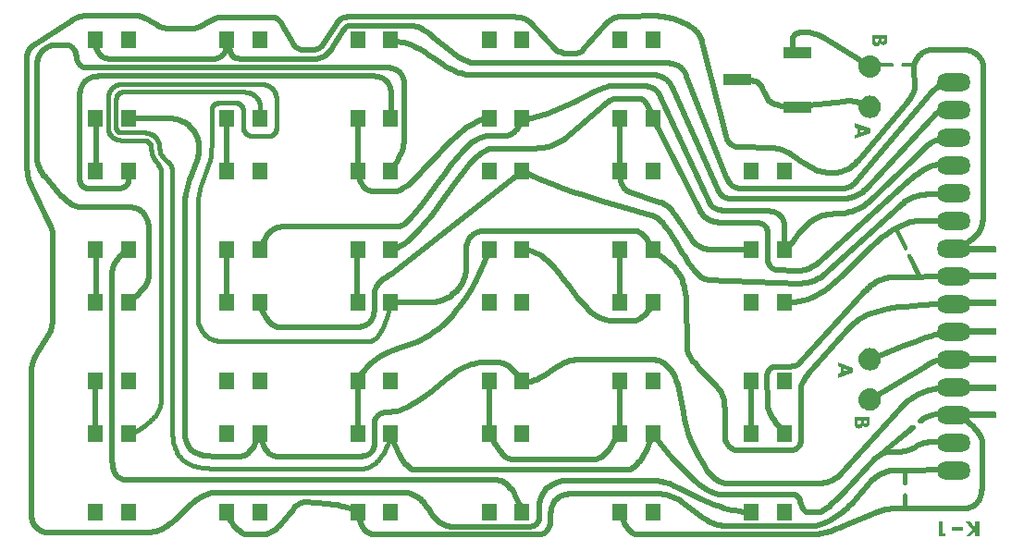
<source format=gbr>
%TF.GenerationSoftware,KiCad,Pcbnew,7.0.2*%
%TF.CreationDate,2023-05-23T20:45:41+02:00*%
%TF.ProjectId,kim-1-keypad,6b696d2d-312d-46b6-9579-7061642e6b69,rev?*%
%TF.SameCoordinates,Original*%
%TF.FileFunction,Copper,L1,Top*%
%TF.FilePolarity,Positive*%
%FSLAX46Y46*%
G04 Gerber Fmt 4.6, Leading zero omitted, Abs format (unit mm)*
G04 Created by KiCad (PCBNEW 7.0.2) date 2023-05-23 20:45:41*
%MOMM*%
%LPD*%
G01*
G04 APERTURE LIST*
G04 Aperture macros list*
%AMRoundRect*
0 Rectangle with rounded corners*
0 $1 Rounding radius*
0 $2 $3 $4 $5 $6 $7 $8 $9 X,Y pos of 4 corners*
0 Add a 4 corners polygon primitive as box body*
4,1,4,$2,$3,$4,$5,$6,$7,$8,$9,$2,$3,0*
0 Add four circle primitives for the rounded corners*
1,1,$1+$1,$2,$3*
1,1,$1+$1,$4,$5*
1,1,$1+$1,$6,$7*
1,1,$1+$1,$8,$9*
0 Add four rect primitives between the rounded corners*
20,1,$1+$1,$2,$3,$4,$5,0*
20,1,$1+$1,$4,$5,$6,$7,0*
20,1,$1+$1,$6,$7,$8,$9,0*
20,1,$1+$1,$8,$9,$2,$3,0*%
G04 Aperture macros list end*
%ADD10C,0.250000*%
%TA.AperFunction,NonConductor*%
%ADD11C,0.250000*%
%TD*%
%TA.AperFunction,SMDPad,CuDef*%
%ADD12R,1.400000X1.600000*%
%TD*%
%TA.AperFunction,SMDPad,CuDef*%
%ADD13R,2.500000X1.000000*%
%TD*%
%TA.AperFunction,ComponentPad*%
%ADD14RoundRect,0.765000X0.735000X0.085000X-0.735000X0.085000X-0.735000X-0.085000X0.735000X-0.085000X0*%
%TD*%
%TA.AperFunction,Conductor*%
%ADD15C,0.499998*%
%TD*%
%TA.AperFunction,Conductor*%
%ADD16C,0.450000*%
%TD*%
%TA.AperFunction,Conductor*%
%ADD17C,0.512029*%
%TD*%
G04 APERTURE END LIST*
D10*
D11*
G36*
X172152828Y-76225823D02*
G01*
X172152547Y-76248476D01*
X172151697Y-76270643D01*
X172150263Y-76292309D01*
X172148232Y-76313458D01*
X172145590Y-76334075D01*
X172142323Y-76354145D01*
X172138418Y-76373653D01*
X172133861Y-76392583D01*
X172128639Y-76410920D01*
X172122737Y-76428649D01*
X172116143Y-76445754D01*
X172108841Y-76462220D01*
X172100820Y-76478032D01*
X172092065Y-76493175D01*
X172082562Y-76507633D01*
X172072298Y-76521390D01*
X172061259Y-76534433D01*
X172049432Y-76546745D01*
X172036802Y-76558310D01*
X172023356Y-76569115D01*
X172009081Y-76579143D01*
X171993963Y-76588380D01*
X171977988Y-76596809D01*
X171961143Y-76604416D01*
X171943413Y-76611185D01*
X171924785Y-76617101D01*
X171905246Y-76622149D01*
X171884782Y-76626314D01*
X171863379Y-76629579D01*
X171841023Y-76631931D01*
X171817702Y-76633353D01*
X171793400Y-76633831D01*
X171769774Y-76633351D01*
X171746779Y-76631881D01*
X171724444Y-76629379D01*
X171702799Y-76625798D01*
X171681872Y-76621096D01*
X171661692Y-76615228D01*
X171642288Y-76608150D01*
X171623688Y-76599817D01*
X171605922Y-76590185D01*
X171589018Y-76579211D01*
X171573005Y-76566850D01*
X171557913Y-76553058D01*
X171543769Y-76537790D01*
X171530602Y-76521003D01*
X171518443Y-76502652D01*
X171507318Y-76482693D01*
X171503508Y-76482693D01*
X171500814Y-76500790D01*
X171497500Y-76518231D01*
X171493574Y-76535022D01*
X171489046Y-76551169D01*
X171483925Y-76566677D01*
X171478219Y-76581550D01*
X171471938Y-76595795D01*
X171465089Y-76609417D01*
X171457682Y-76622420D01*
X171449726Y-76634810D01*
X171441229Y-76646593D01*
X171432201Y-76657774D01*
X171422650Y-76668358D01*
X171412585Y-76678350D01*
X171402015Y-76687755D01*
X171390949Y-76696580D01*
X171379395Y-76704828D01*
X171367363Y-76712507D01*
X171354861Y-76719619D01*
X171341898Y-76726172D01*
X171328483Y-76732171D01*
X171314624Y-76737620D01*
X171300331Y-76742525D01*
X171285613Y-76746891D01*
X171270478Y-76750724D01*
X171254935Y-76754028D01*
X171238993Y-76756810D01*
X171222661Y-76759074D01*
X171205947Y-76760825D01*
X171188861Y-76762070D01*
X171171411Y-76762813D01*
X171153606Y-76763060D01*
X171127171Y-76762347D01*
X171101850Y-76760238D01*
X171077627Y-76756778D01*
X171054482Y-76752009D01*
X171032398Y-76745977D01*
X171011357Y-76738724D01*
X170991340Y-76730296D01*
X170972329Y-76720736D01*
X170954307Y-76710088D01*
X170937255Y-76698396D01*
X170921156Y-76685704D01*
X170905990Y-76672056D01*
X170891741Y-76657496D01*
X170878389Y-76642069D01*
X170865918Y-76625818D01*
X170854308Y-76608787D01*
X170843542Y-76591020D01*
X170833601Y-76572561D01*
X170824468Y-76553455D01*
X170816125Y-76533744D01*
X170808552Y-76513474D01*
X170801734Y-76492689D01*
X170795650Y-76471431D01*
X170790284Y-76449746D01*
X170785616Y-76427677D01*
X170781630Y-76405268D01*
X170778306Y-76382564D01*
X170775628Y-76359608D01*
X170773576Y-76336444D01*
X170772132Y-76313117D01*
X170771280Y-76289670D01*
X170771000Y-76266147D01*
X170771000Y-76139115D01*
X171043722Y-76139115D01*
X171043810Y-76161057D01*
X171044248Y-76183961D01*
X171045274Y-76207462D01*
X171047125Y-76231191D01*
X171050041Y-76254782D01*
X171054259Y-76277868D01*
X171060018Y-76300082D01*
X171067555Y-76321057D01*
X171077109Y-76340426D01*
X171088918Y-76357821D01*
X171103220Y-76372877D01*
X171120253Y-76385226D01*
X171140255Y-76394501D01*
X171163465Y-76400335D01*
X171176347Y-76401847D01*
X171190120Y-76402362D01*
X171205161Y-76401852D01*
X171219169Y-76400351D01*
X171244237Y-76394549D01*
X171265615Y-76385304D01*
X171283594Y-76372962D01*
X171298464Y-76357870D01*
X171310515Y-76340375D01*
X171320039Y-76320825D01*
X171327327Y-76299566D01*
X171332668Y-76276945D01*
X171336354Y-76253309D01*
X171338676Y-76229005D01*
X171339923Y-76204381D01*
X171340387Y-76179782D01*
X171340359Y-76155556D01*
X171340129Y-76132051D01*
X171339988Y-76109612D01*
X171339988Y-76073098D01*
X171605431Y-76073098D01*
X171605431Y-76113105D01*
X171605653Y-76130866D01*
X171606402Y-76148566D01*
X171607804Y-76166056D01*
X171609985Y-76183187D01*
X171613070Y-76199807D01*
X171617185Y-76215768D01*
X171622455Y-76230919D01*
X171629006Y-76245112D01*
X171636964Y-76258196D01*
X171646454Y-76270021D01*
X171657601Y-76280438D01*
X171670531Y-76289296D01*
X171685371Y-76296447D01*
X171702245Y-76301740D01*
X171721278Y-76305026D01*
X171742598Y-76306154D01*
X171765487Y-76304883D01*
X171785685Y-76301191D01*
X171803361Y-76295262D01*
X171818682Y-76287282D01*
X171831815Y-76277434D01*
X171842928Y-76265902D01*
X171852187Y-76252870D01*
X171859761Y-76238524D01*
X171865817Y-76223046D01*
X171870522Y-76206621D01*
X171874043Y-76189433D01*
X171876549Y-76171667D01*
X171878207Y-76153506D01*
X171879184Y-76135135D01*
X171879647Y-76116738D01*
X171879764Y-76098499D01*
X171879764Y-76073098D01*
X171605431Y-76073098D01*
X171339988Y-76073098D01*
X171043745Y-76073098D01*
X171043745Y-76118503D01*
X171043722Y-76139115D01*
X170771000Y-76139115D01*
X170771000Y-75716210D01*
X172152828Y-75716210D01*
X172152828Y-76225823D01*
G37*
D10*
D11*
G36*
X169052828Y-106220408D02*
G01*
X169052828Y-106610000D01*
X167671000Y-107126915D01*
X167671000Y-106746531D01*
X167905961Y-106657309D01*
X167905961Y-106264225D01*
X168179025Y-106264225D01*
X168179025Y-106560785D01*
X168622277Y-106415045D01*
X168622277Y-106411552D01*
X168179025Y-106264225D01*
X167905961Y-106264225D01*
X167905961Y-106165795D01*
X167671000Y-106071175D01*
X167671000Y-105692697D01*
X169052828Y-106220408D01*
G37*
D10*
D11*
G36*
X179072386Y-121107917D02*
G01*
X179072386Y-120772230D01*
X178111046Y-120772230D01*
X178111046Y-121107917D01*
X179072386Y-121107917D01*
G37*
D10*
D11*
G36*
X180223408Y-121082570D02*
G01*
X180226901Y-121082570D01*
X180226901Y-121652828D01*
X180583789Y-121652828D01*
X180583789Y-120271000D01*
X180226901Y-120271000D01*
X180226901Y-120870152D01*
X180223408Y-120870152D01*
X179762693Y-120271000D01*
X179300390Y-120271000D01*
X179895732Y-120998428D01*
X179349605Y-121652828D01*
X179791905Y-121652828D01*
X180223408Y-121082570D01*
G37*
D10*
D11*
G36*
X170602828Y-84320408D02*
G01*
X170602828Y-84710000D01*
X169221000Y-85226915D01*
X169221000Y-84846531D01*
X169455961Y-84757309D01*
X169455961Y-84364225D01*
X169729025Y-84364225D01*
X169729025Y-84660785D01*
X170172277Y-84515045D01*
X170172277Y-84511552D01*
X169729025Y-84364225D01*
X169455961Y-84364225D01*
X169455961Y-84265795D01*
X169221000Y-84171175D01*
X169221000Y-83792697D01*
X170602828Y-84320408D01*
G37*
D10*
D11*
G36*
X177260390Y-121350553D02*
G01*
X177260390Y-120271000D01*
X176903820Y-120271000D01*
X176903820Y-121652828D01*
X177457250Y-121652828D01*
X177457250Y-121350553D01*
X177260390Y-121350553D01*
G37*
D10*
D11*
G36*
X170552828Y-111225823D02*
G01*
X170552547Y-111248476D01*
X170551697Y-111270643D01*
X170550263Y-111292309D01*
X170548232Y-111313458D01*
X170545590Y-111334075D01*
X170542323Y-111354145D01*
X170538418Y-111373653D01*
X170533861Y-111392583D01*
X170528639Y-111410920D01*
X170522737Y-111428649D01*
X170516143Y-111445754D01*
X170508841Y-111462220D01*
X170500820Y-111478032D01*
X170492065Y-111493175D01*
X170482562Y-111507633D01*
X170472298Y-111521390D01*
X170461259Y-111534433D01*
X170449432Y-111546745D01*
X170436802Y-111558310D01*
X170423356Y-111569115D01*
X170409081Y-111579143D01*
X170393963Y-111588380D01*
X170377988Y-111596809D01*
X170361143Y-111604416D01*
X170343413Y-111611185D01*
X170324785Y-111617101D01*
X170305246Y-111622149D01*
X170284782Y-111626314D01*
X170263379Y-111629579D01*
X170241023Y-111631931D01*
X170217702Y-111633353D01*
X170193400Y-111633831D01*
X170169774Y-111633351D01*
X170146779Y-111631881D01*
X170124444Y-111629379D01*
X170102799Y-111625798D01*
X170081872Y-111621096D01*
X170061692Y-111615228D01*
X170042288Y-111608150D01*
X170023688Y-111599817D01*
X170005922Y-111590185D01*
X169989018Y-111579211D01*
X169973005Y-111566850D01*
X169957913Y-111553058D01*
X169943769Y-111537790D01*
X169930602Y-111521003D01*
X169918443Y-111502652D01*
X169907318Y-111482693D01*
X169903508Y-111482693D01*
X169900814Y-111500790D01*
X169897500Y-111518231D01*
X169893574Y-111535022D01*
X169889046Y-111551169D01*
X169883925Y-111566677D01*
X169878219Y-111581550D01*
X169871938Y-111595795D01*
X169865089Y-111609417D01*
X169857682Y-111622420D01*
X169849726Y-111634810D01*
X169841229Y-111646593D01*
X169832201Y-111657774D01*
X169822650Y-111668358D01*
X169812585Y-111678350D01*
X169802015Y-111687755D01*
X169790949Y-111696580D01*
X169779395Y-111704828D01*
X169767363Y-111712507D01*
X169754861Y-111719619D01*
X169741898Y-111726172D01*
X169728483Y-111732171D01*
X169714624Y-111737620D01*
X169700331Y-111742525D01*
X169685613Y-111746891D01*
X169670478Y-111750724D01*
X169654935Y-111754028D01*
X169638993Y-111756810D01*
X169622661Y-111759074D01*
X169605947Y-111760825D01*
X169588861Y-111762070D01*
X169571411Y-111762813D01*
X169553606Y-111763060D01*
X169527171Y-111762347D01*
X169501850Y-111760238D01*
X169477627Y-111756778D01*
X169454482Y-111752009D01*
X169432398Y-111745977D01*
X169411357Y-111738724D01*
X169391340Y-111730296D01*
X169372329Y-111720736D01*
X169354307Y-111710088D01*
X169337255Y-111698396D01*
X169321156Y-111685704D01*
X169305990Y-111672056D01*
X169291741Y-111657496D01*
X169278389Y-111642069D01*
X169265918Y-111625818D01*
X169254308Y-111608787D01*
X169243542Y-111591020D01*
X169233601Y-111572561D01*
X169224468Y-111553455D01*
X169216125Y-111533744D01*
X169208552Y-111513474D01*
X169201734Y-111492689D01*
X169195650Y-111471431D01*
X169190284Y-111449746D01*
X169185616Y-111427677D01*
X169181630Y-111405268D01*
X169178306Y-111382564D01*
X169175628Y-111359608D01*
X169173576Y-111336444D01*
X169172132Y-111313117D01*
X169171280Y-111289670D01*
X169171000Y-111266147D01*
X169171000Y-111139115D01*
X169443722Y-111139115D01*
X169443810Y-111161057D01*
X169444248Y-111183961D01*
X169445274Y-111207462D01*
X169447125Y-111231191D01*
X169450041Y-111254782D01*
X169454259Y-111277868D01*
X169460018Y-111300082D01*
X169467555Y-111321057D01*
X169477109Y-111340426D01*
X169488918Y-111357821D01*
X169503220Y-111372877D01*
X169520253Y-111385226D01*
X169540255Y-111394501D01*
X169563465Y-111400335D01*
X169576347Y-111401847D01*
X169590120Y-111402362D01*
X169605161Y-111401852D01*
X169619169Y-111400351D01*
X169644237Y-111394549D01*
X169665615Y-111385304D01*
X169683594Y-111372962D01*
X169698464Y-111357870D01*
X169710515Y-111340375D01*
X169720039Y-111320825D01*
X169727327Y-111299566D01*
X169732668Y-111276945D01*
X169736354Y-111253309D01*
X169738676Y-111229005D01*
X169739923Y-111204381D01*
X169740387Y-111179782D01*
X169740359Y-111155556D01*
X169740129Y-111132051D01*
X169739988Y-111109612D01*
X169739988Y-111073098D01*
X170005431Y-111073098D01*
X170005431Y-111113105D01*
X170005653Y-111130866D01*
X170006402Y-111148566D01*
X170007804Y-111166056D01*
X170009985Y-111183187D01*
X170013070Y-111199807D01*
X170017185Y-111215768D01*
X170022455Y-111230919D01*
X170029006Y-111245112D01*
X170036964Y-111258196D01*
X170046454Y-111270021D01*
X170057601Y-111280438D01*
X170070531Y-111289296D01*
X170085371Y-111296447D01*
X170102245Y-111301740D01*
X170121278Y-111305026D01*
X170142598Y-111306154D01*
X170165487Y-111304883D01*
X170185685Y-111301191D01*
X170203361Y-111295262D01*
X170218682Y-111287282D01*
X170231815Y-111277434D01*
X170242928Y-111265902D01*
X170252187Y-111252870D01*
X170259761Y-111238524D01*
X170265817Y-111223046D01*
X170270522Y-111206621D01*
X170274043Y-111189433D01*
X170276549Y-111171667D01*
X170278207Y-111153506D01*
X170279184Y-111135135D01*
X170279647Y-111116738D01*
X170279764Y-111098499D01*
X170279764Y-111073098D01*
X170005431Y-111073098D01*
X169739988Y-111073098D01*
X169443745Y-111073098D01*
X169443745Y-111118503D01*
X169443722Y-111139115D01*
X169171000Y-111139115D01*
X169171000Y-110716210D01*
X170552828Y-110716210D01*
X170552828Y-111225823D01*
G37*
D12*
%TO.P,SW11,1,1*%
%TO.N,COLD*%
X126710000Y-100190000D03*
X126710000Y-107390000D03*
%TO.P,SW11,2,2*%
%TO.N,ROW1*%
X123710000Y-100190000D03*
X123710000Y-107390000D03*
%TD*%
%TO.P,SW1,1,1*%
%TO.N,COLG*%
X102710000Y-76190000D03*
X102710000Y-83390000D03*
%TO.P,SW1,2,2*%
%TO.N,ROW0*%
X99710000Y-76190000D03*
X99710000Y-83390000D03*
%TD*%
%TO.P,SW14,1,1*%
%TO.N,COLA*%
X138710000Y-88190000D03*
X138710000Y-95390000D03*
%TO.P,SW14,2,2*%
%TO.N,ROW1*%
X135710000Y-88190000D03*
X135710000Y-95390000D03*
%TD*%
%TO.P,SW8,1,1*%
%TO.N,COLG*%
X114710000Y-112190000D03*
X114710000Y-119390000D03*
%TO.P,SW8,2,2*%
%TO.N,ROW1*%
X111710000Y-112190000D03*
X111710000Y-119390000D03*
%TD*%
%TO.P,SW20,1,1*%
%TO.N,COLB*%
X162710000Y-88190000D03*
X162710000Y-95390000D03*
%TO.P,SW20,2,2*%
%TO.N,ROW2*%
X159710000Y-88190000D03*
X159710000Y-95390000D03*
%TD*%
%TO.P,SW19,1,1*%
%TO.N,COLC*%
X150710000Y-112190000D03*
X150710000Y-119390000D03*
%TO.P,SW19,2,2*%
%TO.N,ROW2*%
X147710000Y-112190000D03*
X147710000Y-119390000D03*
%TD*%
%TO.P,SW18,1,1*%
%TO.N,COLD*%
X150710000Y-88190000D03*
X150710000Y-95390000D03*
%TO.P,SW18,2,2*%
%TO.N,ROW2*%
X147710000Y-88190000D03*
X147710000Y-95390000D03*
%TD*%
%TO.P,SW16,1,1*%
%TO.N,COLF*%
X138710000Y-112190000D03*
X138710000Y-119390000D03*
%TO.P,SW16,2,2*%
%TO.N,ROW2*%
X135710000Y-112190000D03*
X135710000Y-119390000D03*
%TD*%
%TO.P,SW4,1,1*%
%TO.N,COLD*%
X102710000Y-112190000D03*
X102710000Y-119390000D03*
%TO.P,SW4,2,2*%
%TO.N,ROW0*%
X99710000Y-112190000D03*
X99710000Y-119390000D03*
%TD*%
%TO.P,SW21,1,1*%
%TO.N,COLA*%
X150710000Y-100190000D03*
X150710000Y-107390000D03*
%TO.P,SW21,2,2*%
%TO.N,ROW2*%
X147710000Y-100190000D03*
X147710000Y-107390000D03*
%TD*%
%TO.P,SW10,1,1*%
%TO.N,COLE*%
X126710000Y-88190000D03*
X126710000Y-95390000D03*
%TO.P,SW10,2,2*%
%TO.N,ROW1*%
X123710000Y-88190000D03*
X123710000Y-95390000D03*
%TD*%
%TO.P,SW22,1,1*%
%TO.N,ST*%
X162710000Y-100190000D03*
X162710000Y-107390000D03*
%TO.P,SW22,2,2*%
%TO.N,VCC*%
X159710000Y-100190000D03*
X159710000Y-107390000D03*
%TD*%
%TO.P,SW17,1,1*%
%TO.N,COLE*%
X150710000Y-76190000D03*
X150710000Y-83390000D03*
%TO.P,SW17,2,2*%
%TO.N,ROW2*%
X147710000Y-76190000D03*
X147710000Y-83390000D03*
%TD*%
%TO.P,SW23,1,1*%
%TO.N,RS*%
X162710000Y-112190000D03*
X162710000Y-119390000D03*
%TO.P,SW23,2,2*%
%TO.N,VCC*%
X159710000Y-112190000D03*
X159710000Y-119390000D03*
%TD*%
%TO.P,SW7,1,1*%
%TO.N,COLA*%
X114710000Y-100190000D03*
X114710000Y-107390000D03*
%TO.P,SW7,2,2*%
%TO.N,ROW0*%
X111710000Y-100190000D03*
X111710000Y-107390000D03*
%TD*%
%TO.P,SW3,1,1*%
%TO.N,COLE*%
X102710000Y-100190000D03*
X102710000Y-107390000D03*
%TO.P,SW3,2,2*%
%TO.N,ROW0*%
X99710000Y-100190000D03*
X99710000Y-107390000D03*
%TD*%
%TO.P,SW6,1,1*%
%TO.N,COLB*%
X114710000Y-88190000D03*
X114710000Y-95390000D03*
%TO.P,SW6,2,2*%
%TO.N,ROW0*%
X111710000Y-88190000D03*
X111710000Y-95390000D03*
%TD*%
%TO.P,SW13,1,1*%
%TO.N,COLB*%
X138710000Y-76190000D03*
X138710000Y-83390000D03*
%TO.P,SW13,2,2*%
%TO.N,ROW1*%
X135710000Y-76190000D03*
X135710000Y-83390000D03*
%TD*%
%TO.P,SW15,1,1*%
%TO.N,COLG*%
X138710000Y-100190000D03*
X138710000Y-107390000D03*
%TO.P,SW15,2,2*%
%TO.N,ROW2*%
X135710000Y-100190000D03*
X135710000Y-107390000D03*
%TD*%
%TO.P,SW2,1,1*%
%TO.N,COLF*%
X102710000Y-88190000D03*
X102710000Y-95390000D03*
%TO.P,SW2,2,2*%
%TO.N,ROW0*%
X99710000Y-88190000D03*
X99710000Y-95390000D03*
%TD*%
%TO.P,SW5,1,1*%
%TO.N,COLC*%
X114710000Y-76190000D03*
X114710000Y-83390000D03*
%TO.P,SW5,2,2*%
%TO.N,ROW0*%
X111710000Y-76190000D03*
X111710000Y-83390000D03*
%TD*%
%TO.P,SW12,1,1*%
%TO.N,COLC*%
X126710000Y-112190000D03*
X126710000Y-119390000D03*
%TO.P,SW12,2,2*%
%TO.N,ROW1*%
X123710000Y-112190000D03*
X123710000Y-119390000D03*
%TD*%
%TO.P,SW9,1,1*%
%TO.N,COLF*%
X126710000Y-76190000D03*
X126710000Y-83390000D03*
%TO.P,SW9,2,2*%
%TO.N,ROW1*%
X123710000Y-76190000D03*
X123710000Y-83390000D03*
%TD*%
D13*
%TO.P,SW24,1,A*%
%TO.N,SST*%
X163940000Y-82340000D03*
%TO.P,SW24,2,B*%
X158440000Y-79840000D03*
%TO.P,SW24,3,C*%
%TO.N,NMI*%
X163940000Y-77340000D03*
%TD*%
D14*
%TO.P,J1,1,Pin_1*%
%TO.N,ROW0*%
X178200000Y-80080000D03*
%TO.P,J1,2,Pin_2*%
%TO.N,COLF*%
X178200000Y-82620000D03*
%TO.P,J1,3,Pin_3*%
%TO.N,COLB*%
X178200000Y-85160000D03*
%TO.P,J1,4,Pin_4*%
%TO.N,COLE*%
X178200000Y-87700000D03*
%TO.P,J1,5,Pin_5*%
%TO.N,COLA*%
X178200000Y-90240000D03*
%TO.P,J1,6,Pin_6*%
%TO.N,ST*%
X178200000Y-92780000D03*
%TO.P,J1,7,Pin_7*%
%TO.N,VCC*%
X178200000Y-95320000D03*
%TO.P,J1,8,Pin_8*%
%TO.N,RS*%
X178200000Y-97860000D03*
%TO.P,J1,9,Pin_9*%
%TO.N,COLD*%
X178200000Y-100400000D03*
%TO.P,J1,10,Pin_10*%
%TO.N,SST*%
X178200000Y-102940000D03*
%TO.P,J1,11,Pin_11*%
%TO.N,NMI*%
X178200000Y-105480000D03*
%TO.P,J1,12,Pin_12*%
%TO.N,COLG*%
X178200000Y-108020000D03*
%TO.P,J1,13,Pin_13*%
%TO.N,ROW2*%
X178200000Y-110560000D03*
%TO.P,J1,14,Pin_14*%
%TO.N,COLC*%
X178200000Y-113100000D03*
%TO.P,J1,15,Pin_15*%
%TO.N,ROW1*%
X178200000Y-115640000D03*
%TD*%
D15*
%TO.N,ROW0*%
X153274701Y-78731267D02*
X153221115Y-78686983D01*
X177133137Y-80353756D02*
X176972708Y-80427768D01*
X168525327Y-89708067D02*
X168450819Y-89728572D01*
X122913961Y-74869149D02*
X122886870Y-74874264D01*
X100759260Y-77890743D02*
X100666071Y-77873519D01*
X111242116Y-77664834D02*
X111175071Y-77718647D01*
X132192970Y-77196361D02*
X131444950Y-76572029D01*
X111409938Y-77474673D02*
X111359296Y-77542251D01*
X99878297Y-77205057D02*
X99798856Y-77051727D01*
X153110242Y-78606814D02*
X153053033Y-78570793D01*
X111715559Y-88249850D02*
X111715407Y-83267741D01*
X111731142Y-100276770D02*
X111730986Y-95294661D01*
X110844646Y-77870152D02*
X110745216Y-77889113D01*
X128464182Y-74858319D02*
X123065756Y-74858319D01*
X112690046Y-77884478D02*
X112609693Y-77868068D01*
X158527523Y-89756161D02*
X158462935Y-89746625D01*
X122640745Y-74995255D02*
X122621694Y-75012130D01*
X112111195Y-77446110D02*
X112084050Y-77384759D01*
X120166653Y-77862137D02*
X120062298Y-77884125D01*
X153377978Y-78828582D02*
X153327001Y-78778444D01*
X122476378Y-75182294D02*
X122440057Y-75234591D01*
X129947544Y-75403956D02*
X129760965Y-75289039D01*
X100338529Y-77729814D02*
X100267414Y-77678113D01*
X122764811Y-74914559D02*
X122742704Y-74925560D01*
X99798856Y-77051727D02*
X99731956Y-76898904D01*
X129388615Y-75093208D02*
X129202918Y-75014709D01*
X176658202Y-80606175D02*
X176582986Y-80657476D01*
X100493470Y-77815457D02*
X100413846Y-77775791D01*
X131444950Y-76572029D02*
X130695682Y-75948812D01*
X158400737Y-89733929D02*
X158340853Y-89718181D01*
X112535949Y-77846065D02*
X112468460Y-77818772D01*
X99705729Y-112260748D02*
X99705572Y-107278643D01*
X153567875Y-79060118D02*
X153522580Y-78997448D01*
X152557903Y-78371055D02*
X152425133Y-78343162D01*
X100137363Y-77559875D02*
X100078213Y-77494510D01*
X99731956Y-76898904D02*
X99676744Y-76751270D01*
X153427593Y-78881749D02*
X153377978Y-78828582D01*
X123033040Y-74858518D02*
X123001556Y-74859701D01*
X153770826Y-79424414D02*
X153733502Y-79344532D01*
X157980255Y-89531576D02*
X157936221Y-89495307D01*
X157813710Y-89374467D02*
X157739288Y-89284961D01*
X112468460Y-77818772D02*
X112406872Y-77786488D01*
X123001556Y-74859701D02*
X122971250Y-74861868D01*
X112141405Y-77504882D02*
X112111195Y-77446110D01*
X122621694Y-75012130D02*
X122584504Y-75048812D01*
X100857184Y-77899317D02*
X100759260Y-77890743D01*
X169160273Y-89331168D02*
X169095903Y-89389494D01*
X157605176Y-89088374D02*
X157544302Y-88983024D01*
X158227734Y-89677961D02*
X158174349Y-89653706D01*
X152010199Y-78303576D02*
X134405737Y-78303576D01*
X100577510Y-77848228D02*
X100493470Y-77815457D01*
X120564079Y-77710900D02*
X120467936Y-77758156D01*
X153327001Y-78778444D02*
X153274701Y-78731267D01*
X111618393Y-77018704D02*
X111593745Y-77097733D01*
X110937094Y-77843029D02*
X110844646Y-77870152D01*
X120749290Y-77597629D02*
X120657899Y-77657383D01*
X99922986Y-77280448D02*
X99878297Y-77205057D01*
X129760965Y-75289039D02*
X129574643Y-75185054D01*
X128648184Y-74871362D02*
X128464182Y-74858319D01*
X111803539Y-76360022D02*
X111777211Y-76298405D01*
X100078213Y-77494510D02*
X100022838Y-77425760D01*
X134041938Y-78255135D02*
X133859121Y-78205069D01*
X168302439Y-89756108D02*
X168229071Y-89763031D01*
X110745216Y-77889113D02*
X110638552Y-77899317D01*
X121380022Y-76897784D02*
X121311946Y-77006617D01*
X111303440Y-77605837D02*
X111242116Y-77664834D01*
X122584504Y-75048812D02*
X122548173Y-75089402D01*
X152935261Y-78506533D02*
X152874776Y-78478156D01*
X152150972Y-78309973D02*
X152010199Y-78303576D01*
X122942070Y-74865017D02*
X122913961Y-74869149D01*
X111022813Y-77808340D02*
X110937094Y-77843029D01*
X112037535Y-77255528D02*
X111999023Y-77119599D01*
X120062298Y-77884125D02*
X119956160Y-77899739D01*
X169029403Y-89443834D02*
X168961023Y-89494135D01*
X111747922Y-76239332D02*
X111715315Y-76183106D01*
X111657595Y-76861768D02*
X111618393Y-77018704D01*
X169281615Y-89202777D02*
X169222260Y-89268911D01*
X132565768Y-77484806D02*
X132192970Y-77196361D01*
X122548173Y-75089402D02*
X122512274Y-75133897D01*
X153653877Y-79195440D02*
X153611654Y-79126092D01*
X168450819Y-89728572D02*
X168376439Y-89744604D01*
X168673726Y-89653854D02*
X168599713Y-89683143D01*
X134405737Y-78303576D02*
X134224155Y-78288373D01*
X168156584Y-89765318D02*
X158664160Y-89765318D01*
X158122984Y-89626831D02*
X158073562Y-89597446D01*
X111565395Y-77176342D02*
X111533092Y-77253937D01*
X129574643Y-75185054D02*
X129388615Y-75093208D01*
X168891014Y-89540341D02*
X168819627Y-89582399D01*
X121166027Y-77206095D02*
X121088401Y-77296694D01*
X134224155Y-78288373D02*
X134041938Y-78255135D01*
X152289387Y-78322985D02*
X152150972Y-78309973D01*
X177729257Y-80147170D02*
X177592790Y-80186410D01*
X132937361Y-77744561D02*
X132565768Y-77484806D01*
X158026010Y-89565658D02*
X157980255Y-89531576D01*
X111903150Y-76695739D02*
X111868293Y-76557132D01*
X157431953Y-88762545D02*
X157328184Y-88534796D01*
X99597971Y-76490290D02*
X99555712Y-76306238D01*
X153806441Y-79507945D02*
X153770826Y-79424414D01*
X158073562Y-89597446D02*
X158026010Y-89565658D01*
X99971131Y-77354211D02*
X99922986Y-77280448D01*
X120467936Y-77758156D02*
X120369579Y-77799130D01*
X111496583Y-77329920D02*
X111455616Y-77403697D01*
X111712616Y-76442825D02*
X111702688Y-76569065D01*
X122512274Y-75133897D02*
X122476378Y-75182294D01*
X112406872Y-77786488D02*
X112350831Y-77749516D01*
X177291868Y-80289197D02*
X177133137Y-80353756D01*
X111685021Y-76710301D02*
X111657595Y-76861768D01*
X176972708Y-80427768D02*
X176813443Y-80511738D01*
X153053033Y-78570793D02*
X152994693Y-78537389D01*
X176245245Y-80957341D02*
X169281615Y-89202777D01*
X122364424Y-75350871D02*
X121380022Y-76897784D01*
X178171881Y-80049958D02*
X178115070Y-80059409D01*
X111102055Y-77766681D02*
X111022813Y-77808340D01*
X157544302Y-88983024D02*
X157486759Y-88874126D01*
X121088401Y-77296694D02*
X121007806Y-77381170D01*
X99555712Y-76306238D02*
X99543143Y-76236565D01*
X99723164Y-88248139D02*
X99723009Y-83266030D01*
X153221115Y-78686983D02*
X153166283Y-78645521D01*
X112777364Y-77894994D02*
X112690046Y-77884478D01*
X120269116Y-77833798D02*
X120166653Y-77862137D01*
X99632367Y-76613505D02*
X99597971Y-76490290D01*
X122660171Y-74979359D02*
X122640745Y-74995255D01*
X110638552Y-77899317D02*
X100857184Y-77899317D01*
X130321323Y-75661761D02*
X129947544Y-75403956D01*
X99742695Y-100307326D02*
X99742539Y-95325221D01*
X133307452Y-77965972D02*
X133122613Y-77860663D01*
X129202918Y-75014709D02*
X129017589Y-74950764D01*
X176582986Y-80657476D02*
X176509848Y-80711583D01*
X129017589Y-74950764D02*
X128832665Y-74902579D01*
X122680027Y-74964440D02*
X122660171Y-74979359D01*
X152750801Y-78428566D02*
X152687387Y-78407214D01*
X158462935Y-89746625D02*
X158400737Y-89733929D01*
X168819627Y-89582399D02*
X168747114Y-89620255D01*
X111777211Y-76298405D02*
X111747922Y-76239332D01*
X177592790Y-80186410D02*
X177446039Y-80233584D01*
X112212437Y-77613485D02*
X112175034Y-77560774D01*
X122835528Y-74887438D02*
X122811170Y-74895498D01*
X133859121Y-78205069D02*
X133675743Y-78139382D01*
X157486759Y-88874126D02*
X157431953Y-88762545D01*
X122787615Y-74904538D02*
X122764811Y-74914559D01*
X176735141Y-80557617D02*
X176658202Y-80606175D01*
X176306489Y-80891375D02*
X176245245Y-80957341D01*
X111868293Y-76557132D02*
X111848725Y-76489688D01*
X168961023Y-89494135D02*
X168891014Y-89540341D01*
X153733502Y-79344532D02*
X153694506Y-79268230D01*
X177852580Y-80115356D02*
X177729257Y-80147170D01*
X176439148Y-80768560D02*
X176371242Y-80828469D01*
X152994693Y-78537389D02*
X152935261Y-78506533D01*
X112609693Y-77868068D02*
X112535949Y-77846065D01*
X112175034Y-77560774D02*
X112141405Y-77504882D01*
X168747114Y-89620255D02*
X168673726Y-89653854D01*
X111717329Y-76254389D02*
X111712616Y-76442825D01*
X111999023Y-77119599D02*
X111965679Y-76979384D01*
X111533092Y-77253937D02*
X111496583Y-77329920D01*
X152874776Y-78478156D02*
X152813277Y-78452190D01*
X111827259Y-76423884D02*
X111803539Y-76360022D01*
X122700365Y-74950501D02*
X122680027Y-74964440D01*
X157739288Y-89284961D02*
X157669974Y-89189308D01*
X169095903Y-89389494D02*
X169029403Y-89443834D01*
X122402881Y-75290784D02*
X122364424Y-75350871D01*
X152813277Y-78452190D02*
X152750801Y-78428566D01*
X133491841Y-78059280D02*
X133307452Y-77965972D01*
X122742704Y-74925560D02*
X122721240Y-74937541D01*
X157853023Y-89416645D02*
X157813710Y-89374467D01*
X100022838Y-77425760D02*
X99971131Y-77354211D01*
X177446039Y-80233584D02*
X177291868Y-80289197D01*
X112872000Y-77899315D02*
X112777364Y-77894994D01*
X153611654Y-79126092D02*
X153567875Y-79060118D01*
X112253967Y-77662714D02*
X112212437Y-77613485D01*
X111359296Y-77542251D02*
X111303440Y-77605837D01*
X121311946Y-77006617D02*
X121240578Y-77109395D01*
X122811170Y-74895498D02*
X122787615Y-74904538D01*
X122971250Y-74861868D02*
X122942070Y-74865017D01*
X122440057Y-75234591D02*
X122402881Y-75290784D01*
X111965679Y-76979384D02*
X111903150Y-76695739D01*
X112350831Y-77749516D02*
X112299980Y-77708158D01*
X153475806Y-78938015D02*
X153427593Y-78881749D01*
X169222260Y-89268911D02*
X169160273Y-89331168D01*
X100666071Y-77873519D02*
X100577510Y-77848228D01*
X176509848Y-80711583D02*
X176439148Y-80768560D01*
X158174349Y-89653706D02*
X158122984Y-89626831D01*
X153694506Y-79268230D02*
X153653877Y-79195440D01*
X112299980Y-77708158D02*
X112253967Y-77662714D01*
X119956160Y-77899739D02*
X112872000Y-77899315D01*
X133122613Y-77860663D02*
X132937361Y-77744561D01*
X111455616Y-77403697D02*
X111409938Y-77474673D01*
X158283210Y-89699489D02*
X158227734Y-89677961D01*
X157669974Y-89189308D02*
X157605176Y-89088374D01*
X100267414Y-77678113D02*
X100200394Y-77621271D01*
X176371242Y-80828469D02*
X176306489Y-80891375D01*
X153166283Y-78645521D02*
X153110242Y-78606814D01*
X111175071Y-77718647D02*
X111102055Y-77766681D01*
X111702688Y-76569065D02*
X111685021Y-76710301D01*
X152687387Y-78407214D02*
X152557903Y-78371055D01*
X122721240Y-74937541D02*
X122700365Y-74950501D01*
X157936221Y-89495307D02*
X157893835Y-89456961D01*
X100413846Y-77775791D02*
X100338529Y-77729814D01*
X158594573Y-89762428D02*
X158527523Y-89756161D01*
X177959898Y-80090462D02*
X177852580Y-80115356D01*
X112059614Y-77321131D02*
X112037535Y-77255528D01*
X153522580Y-78997448D02*
X153475806Y-78938015D01*
X123065756Y-74858319D02*
X123033040Y-74858518D01*
X121240578Y-77109395D02*
X121166027Y-77206095D01*
X168376439Y-89744604D02*
X168302439Y-89756108D01*
X157328184Y-88534796D02*
X153806441Y-79507945D01*
X120369579Y-77799130D02*
X120269116Y-77833798D01*
X121007806Y-77381170D02*
X120924351Y-77459500D01*
X111593745Y-77097733D02*
X111565395Y-77176342D01*
X158664160Y-89765318D02*
X158594573Y-89762428D01*
X120924351Y-77459500D02*
X120838143Y-77531660D01*
X120838143Y-77531660D02*
X120749290Y-77597629D01*
X128832665Y-74902579D02*
X128648184Y-74871362D01*
X120657899Y-77657383D02*
X120564079Y-77710900D01*
X168229071Y-89763031D02*
X168156584Y-89765318D01*
X111715311Y-76183108D02*
X111717329Y-76254389D01*
X178115070Y-80059409D02*
X177959898Y-80090462D01*
X152425133Y-78343162D02*
X152289387Y-78322985D01*
X157893835Y-89456961D02*
X157853023Y-89416645D01*
X111848725Y-76489688D02*
X111827259Y-76423884D01*
X112084050Y-77384759D02*
X112059614Y-77321131D01*
X122860743Y-74880360D02*
X122835528Y-74887438D01*
X130695682Y-75948812D02*
X130321323Y-75661761D01*
X176813443Y-80511738D02*
X176735141Y-80557617D01*
X133675743Y-78139382D02*
X133491841Y-78059280D01*
X122886870Y-74874264D02*
X122860743Y-74880360D01*
X168599713Y-89683143D02*
X168525327Y-89708067D01*
X99676744Y-76751270D02*
X99632367Y-76613505D01*
X100200394Y-77621271D02*
X100137363Y-77559875D01*
X158340853Y-89718181D02*
X158283210Y-89699489D01*
%TO.N,COLF*%
X99986986Y-79496449D02*
X99871142Y-79506090D01*
X176737967Y-82851420D02*
X170345465Y-89715380D01*
X101686215Y-96321678D02*
X101623486Y-96406303D01*
X102721251Y-116499159D02*
X136486349Y-116499316D01*
X137729678Y-117300504D02*
X137820134Y-117424725D01*
X136989417Y-116631986D02*
X137106317Y-116698680D01*
X156759421Y-90037882D02*
X152476790Y-80537644D01*
X98736239Y-89721228D02*
X98783009Y-89738444D01*
X151690721Y-79640471D02*
X151632319Y-79609000D01*
X152408158Y-80394755D02*
X152371145Y-80327205D01*
X126528324Y-80223508D02*
X126488598Y-80158512D01*
X98385335Y-89434132D02*
X98410763Y-89473018D01*
X101452871Y-96674559D02*
X101403604Y-96768267D01*
X125207627Y-79501870D02*
X125105794Y-79494933D01*
X137537064Y-117068408D02*
X137635306Y-117181386D01*
X152371145Y-80327205D02*
X152332393Y-80262220D01*
X98322123Y-89302570D02*
X98341008Y-89348960D01*
X157029203Y-90417080D02*
X156968249Y-90353656D01*
X156968249Y-90353656D02*
X156910969Y-90284172D01*
X126349198Y-79981048D02*
X126296032Y-79927788D01*
X151450879Y-79527824D02*
X151388471Y-79505102D01*
X99097903Y-79727484D02*
X99019873Y-79771396D01*
X98255157Y-88967735D02*
X98260765Y-89030524D01*
X102075218Y-116388857D02*
X102154153Y-116415739D01*
X102674403Y-95387335D02*
X102612491Y-95431179D01*
X102726853Y-89078215D02*
X102726853Y-88146716D01*
X98500015Y-89575489D02*
X98534065Y-89605089D01*
X131443599Y-78403773D02*
X130646996Y-77851991D01*
X98260765Y-89030524D02*
X98268604Y-89090451D01*
X125401803Y-79525333D02*
X125306301Y-79512009D01*
X137635306Y-117181386D02*
X137729678Y-117300504D01*
X98783009Y-89738444D02*
X98831873Y-89753776D01*
X98935858Y-89778994D02*
X98990964Y-89788983D01*
X127654534Y-76390497D02*
X127367554Y-76342366D01*
X136486349Y-116499316D02*
X136617344Y-116510290D01*
X177086731Y-82705470D02*
X177002215Y-82724644D01*
X102324999Y-116458463D02*
X102417099Y-116474262D01*
X98250662Y-81250586D02*
X98250662Y-88833367D01*
X151572848Y-79579750D02*
X151512353Y-79552699D01*
X126731823Y-80936736D02*
X126723050Y-80846281D01*
X99652473Y-79538113D02*
X99549572Y-79560255D01*
X128195977Y-76525647D02*
X127930428Y-76451934D01*
X102000481Y-116358324D02*
X102075218Y-116388857D01*
X98809717Y-79921909D02*
X98747518Y-79977940D01*
X126738856Y-83343503D02*
X126738856Y-81125870D01*
X176821113Y-82793060D02*
X176791031Y-82810908D01*
X137106317Y-116698680D02*
X137219578Y-116776708D01*
X177176703Y-82689997D02*
X177086731Y-82705470D01*
X126239536Y-79877503D02*
X126179722Y-79830209D01*
X98410763Y-89473018D02*
X98438357Y-89509505D01*
X157573458Y-90703871D02*
X157481884Y-90678702D01*
X151261030Y-79466027D02*
X151130388Y-79435288D01*
X98875818Y-79868728D02*
X98809717Y-79921909D01*
X101219084Y-114585044D02*
X101226000Y-114805550D01*
X101367682Y-115638718D02*
X101396494Y-115714797D01*
X132699975Y-79084558D02*
X132479880Y-78991062D01*
X129827659Y-77298798D02*
X129394593Y-77042279D01*
X126116603Y-79785922D02*
X126050191Y-79744659D01*
X98990964Y-89788983D02*
X99107368Y-89803979D01*
X101983336Y-89793772D02*
X102068921Y-89772551D01*
X98362082Y-89392797D02*
X98385335Y-89434132D01*
X101219084Y-97468695D02*
X101219084Y-114585044D01*
X152160891Y-80027481D02*
X152114115Y-79974981D01*
X101542313Y-115985137D02*
X101586887Y-116044121D01*
X99107368Y-89803979D02*
X99231980Y-89812675D01*
X126627110Y-80435792D02*
X126597593Y-80362165D01*
X125980498Y-79706434D02*
X125907536Y-79671266D01*
X169605169Y-90296434D02*
X169456385Y-90381337D01*
X131848246Y-78658529D02*
X131443599Y-78403773D01*
X151912754Y-79789035D02*
X151859072Y-79748446D01*
X168355508Y-90725197D02*
X168184552Y-90742669D01*
X102217926Y-95752813D02*
X102087363Y-95874884D01*
X129169609Y-76922644D02*
X128937999Y-76810133D01*
X102701798Y-89240986D02*
X102712569Y-89201724D01*
X101750998Y-96239703D02*
X101686215Y-96321678D01*
X177977354Y-82621087D02*
X177777191Y-82638315D01*
X170048337Y-89980486D02*
X169900712Y-90096353D01*
X98251787Y-88902034D02*
X98255157Y-88967735D01*
X157670107Y-90724168D02*
X157573458Y-90703871D01*
X177271168Y-82677573D02*
X177176703Y-82689997D01*
X101741614Y-116200097D02*
X101800509Y-116245025D01*
X156857188Y-90208481D02*
X156806730Y-90126434D01*
X125494122Y-79541827D02*
X125401803Y-79525333D01*
X98945857Y-79818517D02*
X98875818Y-79868728D01*
X101813221Y-89815492D02*
X101897763Y-89808171D01*
X101341738Y-115559283D02*
X101367682Y-115638718D01*
X102525766Y-89516170D02*
X102555321Y-89485852D01*
X176924118Y-82748173D02*
X176853402Y-82776710D01*
X99450911Y-79586325D02*
X99356450Y-79616202D01*
X101730725Y-89815482D02*
X101813221Y-89815492D01*
X177002215Y-82724644D02*
X176924118Y-82748173D01*
X125583245Y-79561474D02*
X125494122Y-79541827D01*
X99759651Y-79520018D02*
X99652473Y-79538113D01*
X169000775Y-90579623D02*
X168844374Y-90628058D01*
X101563336Y-96493425D02*
X101506289Y-96582895D01*
X127930428Y-76451934D02*
X127654534Y-76390497D01*
X101258559Y-97160498D02*
X101237925Y-97262147D01*
X152443388Y-80464894D02*
X152408158Y-80394755D01*
X132926086Y-79167664D02*
X132699975Y-79084558D01*
X102154153Y-116415739D02*
X102237382Y-116438948D01*
X168008874Y-90753260D02*
X167828039Y-90757315D01*
X102513778Y-116486326D02*
X102615130Y-116494632D01*
X126710789Y-80758591D02*
X126695053Y-80673681D01*
X152291947Y-80199779D02*
X152249852Y-80139857D01*
X101634898Y-116099624D02*
X101686442Y-116151623D01*
X157992255Y-90757315D02*
X157879330Y-90750741D01*
X102339917Y-95646194D02*
X102217926Y-95752813D01*
X101396494Y-115714797D02*
X101428267Y-115787500D01*
X168184552Y-90742669D02*
X168008874Y-90753260D01*
X169306347Y-90456607D02*
X169154621Y-90522587D01*
X98468110Y-89543644D02*
X98500015Y-89575489D01*
X100107218Y-79491213D02*
X99986986Y-79496449D01*
X176763275Y-82830334D02*
X176737967Y-82851420D01*
X138278045Y-118219045D02*
X138397258Y-118477558D01*
X126653201Y-80512265D02*
X126627110Y-80435792D01*
X102315587Y-89670489D02*
X102391057Y-89624517D01*
X125831318Y-79639169D02*
X125751855Y-79610161D01*
X102087363Y-95874884D02*
X101952426Y-96011194D01*
X99871142Y-79506090D02*
X99759651Y-79520018D01*
X101285968Y-97060133D02*
X101258559Y-97160498D01*
X99179984Y-79686902D02*
X99097903Y-79727484D01*
X151325173Y-79484511D02*
X151261030Y-79466027D01*
X137219578Y-116776708D02*
X137329154Y-116865031D01*
X101237925Y-97262147D02*
X101224592Y-97364930D01*
X157481884Y-90678702D02*
X157395210Y-90648514D01*
X125105794Y-79494933D02*
X125000815Y-79491213D01*
X152114115Y-79974981D02*
X152065869Y-79924910D01*
X126695053Y-80673681D02*
X126675853Y-80591567D01*
X152249852Y-80139857D02*
X152206151Y-80082432D01*
X98831873Y-89753776D02*
X98882825Y-89767275D01*
X99266154Y-79649768D02*
X99179984Y-79686902D01*
X101463098Y-115856804D02*
X101501082Y-115922691D01*
X136868924Y-116577664D02*
X136989417Y-116631986D01*
X132054759Y-78777017D02*
X131848246Y-78658529D01*
X128699019Y-76705777D02*
X128451926Y-76610604D01*
X150722830Y-79391263D02*
X134172884Y-79391263D01*
X102632058Y-89387648D02*
X102653238Y-89352604D01*
X102236063Y-89710655D02*
X102315587Y-89670489D01*
X137989113Y-117684320D02*
X138141873Y-117951862D01*
X98305433Y-89253575D02*
X98322123Y-89302570D01*
X136617344Y-116510290D02*
X136744885Y-116536752D01*
X98634673Y-80098074D02*
X98583952Y-80161938D01*
X126737095Y-81029937D02*
X126731823Y-80936736D01*
X126738856Y-81125870D02*
X126737095Y-81029937D01*
X101897763Y-89808171D02*
X101983336Y-89793772D01*
X98341008Y-89348960D02*
X98362082Y-89392797D01*
X151632319Y-79609000D02*
X151572848Y-79579750D01*
X98357090Y-80590734D02*
X98331839Y-80668686D01*
X126675853Y-80591567D02*
X126653201Y-80512265D01*
X98418206Y-80439912D02*
X98385866Y-80514437D01*
X99549572Y-79560255D02*
X99450911Y-79586325D01*
X157235859Y-90572485D02*
X157162833Y-90526346D01*
X126050191Y-79744659D02*
X125980498Y-79706434D01*
X125751855Y-79610161D02*
X125669160Y-79584257D01*
X98882825Y-89767275D02*
X98935858Y-89778994D01*
X126399023Y-80037266D02*
X126349198Y-79981048D01*
X101428267Y-115787500D02*
X101463098Y-115856804D01*
X169900712Y-90096353D02*
X169753134Y-90201554D01*
X178073102Y-82609534D02*
X177977354Y-82621087D01*
X98583952Y-80161938D02*
X98536983Y-80228173D01*
X133647941Y-79344330D02*
X133399325Y-79298580D01*
X101403604Y-96768267D02*
X101359016Y-96863866D01*
X98608571Y-89657762D02*
X98649013Y-89680938D01*
X101298072Y-115390432D02*
X101341738Y-115559283D01*
X101623486Y-96406303D02*
X101563336Y-96493425D01*
X157879330Y-90750741D02*
X157772006Y-90739742D01*
X101240963Y-115013396D02*
X101264734Y-115208413D01*
X98649013Y-89680938D02*
X98691572Y-89702077D01*
X102237382Y-116438948D02*
X102324999Y-116458463D01*
X102555321Y-89485852D02*
X102582973Y-89454304D01*
X101506289Y-96582895D02*
X101452871Y-96674559D01*
X157395210Y-90648514D02*
X157313260Y-90613158D01*
X168684985Y-90668236D02*
X168522174Y-90700501D01*
X137820134Y-117424725D02*
X137989113Y-117684320D01*
X157772006Y-90739742D02*
X157670107Y-90724168D01*
X98290945Y-89201925D02*
X98305433Y-89253575D01*
X126597593Y-80362165D02*
X126564660Y-80291398D01*
X150860931Y-79398089D02*
X150722830Y-79391263D01*
X101586887Y-116044121D02*
X101634898Y-116099624D01*
X98747518Y-79977940D02*
X98689182Y-80036702D01*
X98310077Y-80748170D02*
X98276869Y-80911263D01*
X156910969Y-90284172D02*
X156857188Y-90208481D01*
X151130388Y-79435288D02*
X150996903Y-79412704D01*
X101319629Y-96961206D02*
X101285968Y-97060133D01*
X132265055Y-78888205D02*
X132054759Y-78777017D01*
X130646996Y-77851991D02*
X130243143Y-77571450D01*
X98691572Y-89702077D02*
X98736239Y-89721228D01*
X102417099Y-116474262D02*
X102513778Y-116486326D01*
X133905546Y-79375567D02*
X133647941Y-79344330D01*
X125907536Y-79671266D02*
X125831318Y-79639169D01*
X157162833Y-90526346D02*
X157094006Y-90474594D01*
X132479880Y-78991062D02*
X132265055Y-78888205D01*
X157094006Y-90474594D02*
X157029203Y-90417080D01*
X125306301Y-79512009D02*
X125207627Y-79501870D01*
X150996903Y-79412704D02*
X150860931Y-79398089D01*
X126445494Y-80096426D02*
X126399023Y-80037266D01*
X98534065Y-89605089D02*
X98570253Y-89632496D01*
X168844374Y-90628058D02*
X168684985Y-90668236D01*
X138583335Y-118935346D02*
X138697148Y-119258760D01*
X99364743Y-89815482D02*
X101730725Y-89815482D01*
X128937999Y-76810133D02*
X128699019Y-76705777D01*
X177369163Y-82667544D02*
X177271168Y-82677573D01*
X101224592Y-97364930D02*
X101219084Y-97468695D01*
X178164679Y-82595151D02*
X178073102Y-82609534D01*
X101952426Y-96011194D02*
X101817311Y-96160530D01*
X170345465Y-89715380D02*
X170196444Y-89853610D01*
X98257164Y-81079054D02*
X98250662Y-81250586D01*
X136744885Y-116536752D02*
X136868924Y-116577664D01*
X138397258Y-118477558D02*
X138499145Y-118719095D01*
X102391057Y-89624517D02*
X102461455Y-89572992D01*
X98454147Y-80367280D02*
X98418206Y-80439912D01*
X138499145Y-118719095D02*
X138583335Y-118935346D01*
X102461455Y-89572992D02*
X102494435Y-89545227D01*
X126179722Y-79830209D02*
X126116603Y-79785922D01*
X176791031Y-82810908D02*
X176763275Y-82830334D01*
X151804143Y-79710172D02*
X151748011Y-79674188D01*
X151388471Y-79505102D02*
X151325173Y-79484511D01*
X167828039Y-90757315D02*
X157992255Y-90757315D01*
X102608594Y-89421559D02*
X102632058Y-89387648D01*
X102672006Y-89316458D02*
X102688235Y-89279241D01*
X98250662Y-88833367D02*
X98251787Y-88902034D01*
X138697148Y-119258760D02*
X138735743Y-119381335D01*
X152016197Y-79877243D02*
X151965144Y-79831959D01*
X101501082Y-115922691D02*
X101542313Y-115985137D01*
X134172884Y-79391263D02*
X133905546Y-79375567D01*
X101264734Y-115208413D02*
X101298072Y-115390432D01*
X98278666Y-89147567D02*
X98290945Y-89201925D01*
X101686442Y-116151623D02*
X101741614Y-116200097D01*
X126723050Y-80846281D02*
X126710789Y-80758591D01*
X152065869Y-79924910D02*
X152016197Y-79877243D01*
X98438357Y-89509505D02*
X98468110Y-89543644D01*
X156806730Y-90126434D02*
X156759421Y-90037882D01*
X151859072Y-79748446D02*
X151804143Y-79710172D01*
X128451926Y-76610604D02*
X128195977Y-76525647D01*
X168522174Y-90700501D02*
X168355508Y-90725197D01*
X102688235Y-89279241D02*
X102701798Y-89240986D01*
X102153503Y-89744760D02*
X102236063Y-89710655D01*
X126564660Y-80291398D02*
X126528324Y-80223508D01*
X151965144Y-79831959D02*
X151912754Y-79789035D01*
X102720420Y-89161487D02*
X102725223Y-89120307D01*
X138141873Y-117951862D02*
X138278045Y-118219045D01*
X102653238Y-89352604D02*
X102672006Y-89316458D01*
X101359016Y-96863866D02*
X101319629Y-96961206D01*
X157313260Y-90613158D02*
X157235859Y-90572485D01*
X98536983Y-80228173D02*
X98493727Y-80296661D01*
X102615130Y-116494632D02*
X102721251Y-116499159D01*
X133158954Y-79239347D02*
X132926086Y-79167664D01*
X101226000Y-114805550D02*
X101240963Y-115013396D01*
X102712569Y-89201724D02*
X102720420Y-89161487D01*
X129394593Y-77042279D02*
X129169609Y-76922644D01*
X102725223Y-89120307D02*
X102726853Y-89078215D01*
X152332393Y-80262220D02*
X152291947Y-80199779D01*
X127367554Y-76342366D02*
X127068743Y-76308570D01*
X99356450Y-79616202D02*
X99266154Y-79649768D01*
X98385866Y-80514437D02*
X98357090Y-80590734D01*
X102582973Y-89454304D02*
X102608594Y-89421559D01*
X101800509Y-116245025D02*
X101863222Y-116286387D01*
X169154621Y-90522587D02*
X169000775Y-90579623D01*
X125669160Y-79584257D02*
X125583245Y-79561474D01*
X102068921Y-89772551D02*
X102153503Y-89744760D01*
X102449140Y-95556240D02*
X102339917Y-95646194D01*
X137329154Y-116865031D02*
X137434998Y-116962611D01*
X98268604Y-89090451D02*
X98278666Y-89147567D01*
X102494435Y-89545227D02*
X102525766Y-89516170D01*
X101929847Y-116324160D02*
X102000481Y-116358324D01*
X98493727Y-80296661D02*
X98454147Y-80367280D01*
X127068743Y-76308570D02*
X126757357Y-76290141D01*
X133399325Y-79298580D02*
X133158954Y-79239347D01*
X98276869Y-80911263D02*
X98257164Y-81079054D01*
X137434998Y-116962611D02*
X137537064Y-117068408D01*
X98570253Y-89632496D02*
X98608571Y-89657762D01*
X98331839Y-80668686D02*
X98310077Y-80748170D01*
X151748011Y-79674188D02*
X151690721Y-79640471D01*
X125000815Y-79491213D02*
X100107218Y-79491213D01*
X99231980Y-89812675D02*
X99364743Y-89815482D01*
X102612491Y-95431179D02*
X102449140Y-95556240D01*
X169753134Y-90201554D02*
X169605169Y-90296434D01*
X176853402Y-82776710D02*
X176821113Y-82793060D01*
X126488598Y-80158512D02*
X126445494Y-80096426D01*
X152476790Y-80537644D02*
X152443388Y-80464894D01*
X126296032Y-79927788D02*
X126239536Y-79877503D01*
X98689182Y-80036702D02*
X98634673Y-80098074D01*
X101817311Y-96160530D02*
X101750998Y-96239703D01*
X151512353Y-79552699D02*
X151450879Y-79527824D01*
X101863222Y-116286387D02*
X101929847Y-116324160D01*
X169456385Y-90381337D02*
X169306347Y-90456607D01*
X130243143Y-77571450D02*
X129827659Y-77298798D01*
X170196444Y-89853610D02*
X170048337Y-89980486D01*
X152206151Y-80082432D02*
X152160891Y-80027481D01*
X177777191Y-82638315D02*
X177369163Y-82667544D01*
X99019873Y-79771396D02*
X98945857Y-79818517D01*
%TO.N,COLB*%
X115121787Y-94548391D02*
X115226196Y-94352664D01*
X161486383Y-91874213D02*
X161569564Y-91886453D01*
X138441913Y-84070759D02*
X138516927Y-83934567D01*
X129001064Y-92015591D02*
X129491850Y-91391363D01*
X130006711Y-90694273D02*
X131090013Y-89177625D01*
X133893268Y-85792942D02*
X134165034Y-85569046D01*
X176784272Y-85355115D02*
X176676039Y-85385495D01*
X138000638Y-84621628D02*
X138068869Y-84557864D01*
X167588529Y-92108971D02*
X167345625Y-92113284D01*
X162739462Y-93157223D02*
X162741858Y-93238944D01*
X156220828Y-91489854D02*
X156271956Y-91527374D01*
X142273569Y-82443746D02*
X143414988Y-81895691D01*
X116107056Y-93441021D02*
X116214832Y-93393498D01*
X163479696Y-94676066D02*
X163248263Y-94934548D01*
X149949377Y-80420725D02*
X150060928Y-80425608D01*
X162493276Y-92408941D02*
X162531668Y-92465002D01*
X150776490Y-80631921D02*
X150867519Y-80691357D01*
X161803748Y-91940840D02*
X161876572Y-91964758D01*
X162733787Y-95313821D02*
X162741858Y-95410716D01*
X156891270Y-91778603D02*
X157035002Y-91805549D01*
X156325262Y-91562424D02*
X156380675Y-91595076D01*
X170143279Y-91289925D02*
X169990759Y-91395839D01*
X156686844Y-91724884D02*
X156753401Y-91744660D01*
X127910025Y-93099707D02*
X128110368Y-92949350D01*
X162014157Y-92021095D02*
X162078847Y-92053454D01*
X161128996Y-91855498D02*
X161312552Y-91858746D01*
X129491850Y-91391363D02*
X130006711Y-90694273D01*
X162531668Y-92465002D02*
X162566963Y-92523546D01*
X177287101Y-85266115D02*
X177020302Y-85304398D01*
X150997892Y-80797216D02*
X151039626Y-80837180D01*
X115905985Y-93560661D02*
X116004130Y-93496998D01*
X150911819Y-80724360D02*
X150955283Y-80759628D01*
X135207393Y-85031952D02*
X135453894Y-85002320D01*
X128539017Y-92542930D02*
X129001064Y-92015591D01*
X116567970Y-93309341D02*
X116695853Y-93303320D01*
X150867519Y-80691357D02*
X150911819Y-80724360D01*
X150170459Y-80435743D02*
X150277812Y-80451578D01*
X138516927Y-83934567D02*
X138578908Y-83807563D01*
X156171948Y-91449791D02*
X156220828Y-91489854D01*
X162695754Y-92852462D02*
X162711730Y-92925273D01*
X168280744Y-92040037D02*
X168056252Y-92072063D01*
X150585259Y-80537759D02*
X150682352Y-80580871D01*
X151339679Y-81249162D02*
X151372667Y-81313033D01*
X137599047Y-84883773D02*
X137687651Y-84840688D01*
X156497535Y-91653473D02*
X156558840Y-91679363D01*
X166064276Y-92342639D02*
X165885910Y-92413602D01*
X176475618Y-85457015D02*
X176382025Y-85498442D01*
X162733619Y-93077684D02*
X162739462Y-93157223D01*
X115226196Y-94352664D02*
X115346915Y-94156937D01*
X166448918Y-92226677D02*
X166251757Y-92280156D01*
X162723493Y-94159842D02*
X162720336Y-94530208D01*
X162599126Y-92584544D02*
X162628121Y-92647964D01*
X127371916Y-93303320D02*
X127540217Y-93279696D01*
X151372667Y-81313033D02*
X151404585Y-81379840D01*
X134696319Y-85222793D02*
X134954674Y-85106445D01*
X166874532Y-92148827D02*
X166656322Y-92182726D01*
X128320226Y-92762756D02*
X128539017Y-92542930D01*
X165554274Y-92578873D02*
X165399877Y-92672132D01*
X157337784Y-91840754D02*
X157495694Y-91850167D01*
X164597883Y-93347398D02*
X164364418Y-93603990D01*
X145416733Y-80882529D02*
X145832770Y-80694728D01*
X156125388Y-91407113D02*
X156171948Y-91449791D01*
X115559802Y-93876796D02*
X115639529Y-93790076D01*
X161946720Y-91991519D02*
X162014157Y-92021095D01*
X146532556Y-80455562D02*
X146676714Y-80430220D01*
X133340407Y-86327257D02*
X133618199Y-86046680D01*
X178328375Y-85214390D02*
X177935513Y-85222259D01*
X156753401Y-91744660D02*
X156821567Y-91762542D01*
X157657191Y-91854889D02*
X157821707Y-91855498D01*
X177935513Y-85222259D02*
X177590297Y-85239117D01*
X164975605Y-92988114D02*
X164845277Y-93103762D01*
X131649130Y-88406124D02*
X132213676Y-87657877D01*
X161650208Y-91901658D02*
X161728281Y-91919797D01*
X157184030Y-91826073D02*
X157337784Y-91840754D01*
X127719781Y-93210823D02*
X127910025Y-93099707D01*
X164140374Y-93869345D02*
X163702520Y-94409576D01*
X165252341Y-92771774D02*
X165111105Y-92877276D01*
X138353322Y-84211849D02*
X138441913Y-84070759D01*
X163003715Y-95180830D02*
X162875115Y-95298086D01*
X164845277Y-93103762D02*
X164597883Y-93347398D01*
X115639529Y-93790076D02*
X115723755Y-93707968D01*
X174609991Y-87061890D02*
X170423872Y-91060908D01*
X137408935Y-84952176D02*
X137506164Y-84921114D01*
X156821567Y-91762542D02*
X156891270Y-91778603D01*
X151305642Y-81188171D02*
X151339679Y-81249162D01*
X138068869Y-84557864D02*
X138133228Y-84491572D01*
X156558840Y-91679363D02*
X156621967Y-91703142D01*
X156039513Y-91313626D02*
X156081219Y-91361749D01*
X138628398Y-83694034D02*
X138692089Y-83524555D01*
X168056252Y-92072063D02*
X167825459Y-92095136D01*
X151039626Y-80837180D02*
X151080466Y-80879577D01*
X138578908Y-83807563D02*
X138628398Y-83694034D01*
X161728281Y-91919797D02*
X161803748Y-91940840D01*
X161876572Y-91964758D02*
X161946720Y-91991519D01*
X167345625Y-92113284D02*
X167104112Y-92125505D01*
X175521124Y-86154693D02*
X174609991Y-87061890D01*
X162359867Y-92255957D02*
X162407341Y-92304388D01*
X116695853Y-93303320D02*
X127371916Y-93303320D01*
X137307291Y-84976421D02*
X137408935Y-84952176D01*
X167104112Y-92125505D02*
X166874532Y-92148827D01*
X169990759Y-91395839D02*
X169830308Y-91495644D01*
X114900787Y-95074087D02*
X114959645Y-94915251D01*
X138712355Y-83460436D02*
X139001743Y-83440070D01*
X170423872Y-91060908D02*
X170287704Y-91178186D01*
X162566963Y-92523546D02*
X162599126Y-92584544D01*
X156000340Y-91262672D02*
X156039513Y-91313626D01*
X115723755Y-93707968D02*
X115812550Y-93631240D01*
X175868801Y-85835380D02*
X175699266Y-85984802D01*
X137852294Y-84739430D02*
X137928469Y-84682329D01*
X116445219Y-93326890D02*
X116567970Y-93309341D01*
X177020302Y-85304398D02*
X176898792Y-85328131D01*
X151197427Y-81021921D02*
X151234496Y-81074607D01*
X163248263Y-94934548D02*
X163003715Y-95180830D01*
X176898792Y-85328131D02*
X176784272Y-85355115D01*
X134165034Y-85569046D02*
X134432911Y-85377995D01*
X115033124Y-94737969D02*
X115121787Y-94548391D01*
X115346915Y-94156937D02*
X115413566Y-94060994D01*
X162676470Y-92781953D02*
X162695754Y-92852462D01*
X146807448Y-80420725D02*
X149949377Y-80420725D01*
X161312552Y-91858746D02*
X161400701Y-91864967D01*
X166251757Y-92280156D02*
X166064276Y-92342639D01*
X155870405Y-91029105D02*
X155898733Y-91092103D01*
X162741858Y-93238944D02*
X162723493Y-94159842D01*
X162451822Y-92355393D02*
X162493276Y-92408941D01*
X162727797Y-95191078D02*
X162733787Y-95313821D01*
X115812550Y-93631240D02*
X115905985Y-93560661D01*
X151404585Y-81379840D02*
X155870405Y-91029105D01*
X176035356Y-85705277D02*
X175868801Y-85835380D01*
X169486264Y-91675790D02*
X169302997Y-91755563D01*
X116327530Y-93355198D02*
X116445219Y-93326890D01*
X161569564Y-91886453D02*
X161650208Y-91901658D01*
X162199846Y-92126404D02*
X162256085Y-92166935D01*
X150060928Y-80425608D02*
X150170459Y-80435743D01*
X155898733Y-91092103D02*
X155929879Y-91151983D01*
X167825459Y-92095136D02*
X167588529Y-92108971D01*
X162140754Y-92088567D02*
X162199846Y-92126404D01*
X165885910Y-92413602D02*
X165716098Y-92492522D01*
X137772044Y-84792395D02*
X137852294Y-84739430D01*
X146676714Y-80430220D02*
X146807448Y-80420725D01*
X162721197Y-94885765D02*
X162727797Y-95191078D01*
X176676039Y-85385495D02*
X176573389Y-85419414D01*
X161400701Y-91864967D02*
X161486383Y-91874213D01*
X175699266Y-85984802D02*
X175521124Y-86154693D01*
X165716098Y-92492522D02*
X165554274Y-92578873D01*
X162407341Y-92304388D02*
X162451822Y-92355393D01*
X168498774Y-91999342D02*
X168280744Y-92040037D01*
X162875115Y-95298086D02*
X162741545Y-95410719D01*
X150382834Y-80473561D02*
X150485368Y-80502138D01*
X134954674Y-85106445D02*
X135207393Y-85031952D01*
X157821707Y-91855498D02*
X161128996Y-91855498D01*
X138250608Y-84353550D02*
X138353322Y-84211849D01*
X141085700Y-82931297D02*
X141683226Y-82699216D01*
X132213676Y-87657877D02*
X132778989Y-86956911D01*
X151159386Y-80971891D02*
X151197427Y-81021921D01*
X177590297Y-85239117D02*
X177287101Y-85266115D01*
X165111105Y-92877276D02*
X164975605Y-92988114D01*
X162256085Y-92166935D02*
X162309437Y-92210129D01*
X150955283Y-80759628D02*
X150997892Y-80797216D01*
X162653915Y-92713777D02*
X162676470Y-92781953D01*
X162720336Y-94530208D02*
X162721197Y-94885765D01*
X145832770Y-80694728D02*
X146206187Y-80549650D01*
X155929879Y-91151983D02*
X155963772Y-91208815D01*
X137506164Y-84921114D02*
X137599047Y-84883773D01*
X156081219Y-91361749D02*
X156125388Y-91407113D01*
X169302997Y-91755563D02*
X169112452Y-91828088D01*
X139886817Y-83292232D02*
X140485420Y-83131724D01*
X169112452Y-91828088D02*
X168914791Y-91893083D01*
X168914791Y-91893083D02*
X168710177Y-91950262D01*
X157495694Y-91850167D02*
X157657191Y-91854889D01*
X139294318Y-83404558D02*
X139886817Y-83292232D01*
X169830308Y-91495644D02*
X169662088Y-91589056D01*
X137090487Y-85002320D02*
X137201164Y-84993315D01*
X176382025Y-85498442D02*
X176291905Y-85543838D01*
X156438123Y-91625402D02*
X156497535Y-91653473D01*
X135453894Y-85002320D02*
X137090487Y-85002320D01*
X162724363Y-93000357D02*
X162733619Y-93077684D01*
X168710177Y-91950262D02*
X168498774Y-91999342D01*
X143414988Y-81895691D02*
X145416733Y-80882529D01*
X114959645Y-94915251D02*
X115033124Y-94737969D01*
X150682352Y-80580871D02*
X150776490Y-80631921D01*
X170287704Y-91178186D02*
X170143279Y-91289925D01*
X162711730Y-92925273D02*
X162724363Y-93000357D01*
X150277812Y-80451578D02*
X150382834Y-80473561D01*
X138133228Y-84491572D02*
X138193786Y-84423289D01*
X162078847Y-92053454D02*
X162140754Y-92088567D01*
X176573389Y-85419414D02*
X176475618Y-85457015D01*
X166656322Y-92182726D02*
X166448918Y-92226677D01*
X157035002Y-91805549D02*
X157184030Y-91826073D01*
X165399877Y-92672132D02*
X165252341Y-92771774D01*
X155963772Y-91208815D02*
X156000340Y-91262672D01*
X156271956Y-91527374D02*
X156325262Y-91562424D01*
X162309437Y-92210129D02*
X162359867Y-92255957D01*
X114800318Y-95402007D02*
X114824685Y-95311829D01*
X169662088Y-91589056D02*
X169486264Y-91675790D01*
X151120392Y-80924462D02*
X151159386Y-80971891D01*
X176291905Y-85543838D02*
X176204556Y-85593347D01*
X137201164Y-84993315D02*
X137307291Y-84976421D01*
X141683226Y-82699216D02*
X142273569Y-82443746D01*
X138692089Y-83524555D02*
X138712351Y-83460438D01*
X128110368Y-92949350D02*
X128320226Y-92762756D01*
X146206187Y-80549650D02*
X146532556Y-80455562D01*
X150485368Y-80502138D02*
X150585259Y-80537759D01*
X116214832Y-93393498D02*
X116327530Y-93355198D01*
X138193786Y-84423289D02*
X138250608Y-84353550D01*
X151080466Y-80879577D02*
X151120392Y-80924462D01*
X134432911Y-85377995D02*
X134696319Y-85222793D01*
X132778989Y-86956911D02*
X133340407Y-86327257D01*
X140485420Y-83131724D02*
X141085700Y-82931297D01*
X115413566Y-94060994D02*
X115484505Y-93967358D01*
X114824685Y-95311829D02*
X114900787Y-95074087D01*
X137687651Y-84840688D02*
X137772044Y-84792395D01*
X139001743Y-83440070D02*
X139294318Y-83404558D01*
X127540217Y-93279696D02*
X127719781Y-93210823D01*
X164364418Y-93603990D02*
X164140374Y-93869345D01*
X133618199Y-86046680D02*
X133893268Y-85792942D01*
X137928469Y-84682329D02*
X138000638Y-84621628D01*
X176204556Y-85593347D02*
X176035356Y-85705277D01*
X115484505Y-93967358D02*
X115559802Y-93876796D01*
X163702520Y-94409576D02*
X163479696Y-94676066D01*
X156380675Y-91595076D02*
X156438123Y-91625402D01*
X151270574Y-81130005D02*
X151305642Y-81188171D01*
X116004130Y-93496998D02*
X116107056Y-93441021D01*
X156621967Y-91703142D02*
X156686844Y-91724884D01*
X151234496Y-81074607D02*
X151270574Y-81130005D01*
X131090013Y-89177625D02*
X131649130Y-88406124D01*
X162628121Y-92647964D02*
X162653915Y-92713777D01*
%TO.N,COLE*%
X104313696Y-92381215D02*
X104267991Y-92301390D01*
X160412231Y-92947109D02*
X160312521Y-92932576D01*
X150513990Y-82809900D02*
X150452005Y-82643924D01*
X94369937Y-87305568D02*
X94352860Y-87188441D01*
X94366945Y-78161947D02*
X94389895Y-78045182D01*
X160940061Y-93187790D02*
X160908078Y-93160092D01*
X163712073Y-97328383D02*
X162117880Y-97243197D01*
X150209288Y-82134180D02*
X150160579Y-82054513D01*
X161198714Y-93794379D02*
X161195888Y-93742558D01*
X103015877Y-99967921D02*
X103156668Y-99854661D01*
X164348457Y-97299638D02*
X164224513Y-97316804D01*
X95895774Y-76648322D02*
X95966884Y-76642353D01*
X127833607Y-86053232D02*
X127751475Y-86294542D01*
X140717314Y-86037725D02*
X140482709Y-86072011D01*
X161195888Y-93742558D02*
X161190815Y-93692393D01*
X127800020Y-79530534D02*
X127831995Y-79605100D01*
X161628501Y-97071738D02*
X161590110Y-97043593D01*
X97562796Y-76864327D02*
X97599724Y-76897373D01*
X97922405Y-77514376D02*
X97930216Y-77566105D01*
X175648195Y-87987457D02*
X175483842Y-88080195D01*
X127022576Y-95353890D02*
X126713751Y-95433707D01*
X161115599Y-93425774D02*
X161096005Y-93387005D01*
X104292045Y-98629452D02*
X104354115Y-98523882D01*
X141373766Y-85893412D02*
X141163114Y-85948661D01*
X98137930Y-78332575D02*
X98164784Y-78368677D01*
X104109611Y-92080787D02*
X104049802Y-92013880D01*
X161710944Y-97122644D02*
X161668775Y-97098114D01*
X104576614Y-93542514D02*
X104570203Y-93326586D01*
X95692963Y-76686519D02*
X95758921Y-76670547D01*
X142594443Y-85284638D02*
X142449159Y-85397044D01*
X95966884Y-76642353D02*
X96039925Y-76640001D01*
X140944206Y-85996687D02*
X140717314Y-86037725D01*
X161025998Y-93280281D02*
X160999064Y-93247878D01*
X150109518Y-81978137D02*
X150056105Y-81905722D01*
X94329334Y-86713852D02*
X94329334Y-78680072D01*
X150609474Y-83103883D02*
X150566485Y-82965001D01*
X160312521Y-92932576D02*
X160208861Y-92923892D01*
X136008284Y-86150408D02*
X135775857Y-86174435D01*
X96761621Y-90649207D02*
X96666769Y-90553335D01*
X127482856Y-79101098D02*
X127537870Y-79152664D01*
X97954718Y-77888430D02*
X97972517Y-77972063D01*
X161398685Y-96841882D02*
X161373161Y-96803508D01*
X127956266Y-94860934D02*
X127644089Y-95064430D01*
X164224513Y-97316804D02*
X164099181Y-97328157D01*
X161307298Y-96681772D02*
X161288875Y-96639246D01*
X161486127Y-96949313D02*
X161455157Y-96914862D01*
X128269049Y-94622357D02*
X127956266Y-94860934D01*
X94330853Y-78542509D02*
X94337546Y-78410424D01*
X126852311Y-78779252D02*
X126933901Y-78802593D01*
X96958442Y-90833196D02*
X96858873Y-90742680D01*
X127299251Y-78965592D02*
X127363504Y-79007581D01*
X94458232Y-87661080D02*
X94421985Y-87541400D01*
X104570203Y-93326586D02*
X104548596Y-93118533D01*
X94389895Y-78045182D02*
X94418509Y-77933151D01*
X160725095Y-93044795D02*
X160684188Y-93026328D01*
X94352860Y-87188441D02*
X94340899Y-87071193D01*
X176531164Y-87646177D02*
X176345382Y-87696055D01*
X95154086Y-76950505D02*
X95210382Y-76912188D01*
X94715959Y-77349976D02*
X94787636Y-77265878D01*
X165447449Y-96866130D02*
X165323464Y-96940362D01*
X96574394Y-90455623D02*
X95077690Y-88725052D01*
X156270249Y-92813322D02*
X156125153Y-92769223D01*
X155984697Y-92717044D02*
X155849324Y-92656403D01*
X127435025Y-86997070D02*
X127318163Y-87213785D01*
X97713617Y-91336998D02*
X97600061Y-91282848D01*
X147470361Y-81546346D02*
X147369459Y-81555708D01*
X160684188Y-93026328D02*
X160641946Y-93009376D01*
X104165927Y-92151075D02*
X104109611Y-92080787D01*
X95826489Y-76657768D02*
X95895774Y-76648322D01*
X140240662Y-86099781D02*
X139991442Y-86121270D01*
X175009713Y-88396268D02*
X174856952Y-88512188D01*
X156572602Y-92878809D02*
X156419546Y-92849723D01*
X97353795Y-76729565D02*
X97398730Y-76752174D01*
X146289450Y-82080744D02*
X142594443Y-85284638D01*
X127161801Y-78891059D02*
X127232002Y-78926757D01*
X160208861Y-92923892D02*
X157049925Y-92926009D01*
X147090912Y-81613204D02*
X147005336Y-81641127D01*
X127537870Y-79152664D02*
X127589719Y-79207459D01*
X161288875Y-96639246D02*
X161272199Y-96595873D01*
X94329334Y-78680072D02*
X94330853Y-78542509D01*
X147272739Y-81570181D02*
X147179968Y-81589451D01*
X161553592Y-97013756D02*
X161518935Y-96982304D01*
X178234831Y-87716702D02*
X176722159Y-87606721D01*
X165699888Y-96696959D02*
X165572831Y-96785031D01*
X97488263Y-91221826D02*
X97378302Y-91154491D01*
X161214626Y-96369016D02*
X161203427Y-96275044D01*
X140482709Y-86072011D02*
X140240662Y-86099781D01*
X94787636Y-77265878D02*
X94865953Y-77185027D01*
X139735322Y-86136714D02*
X139472572Y-86146348D01*
X95628507Y-76705541D02*
X95692963Y-76686519D01*
X97600061Y-91282848D02*
X97488263Y-91221826D01*
X97259461Y-76691450D02*
X97307361Y-76709296D01*
X176164502Y-87755739D02*
X175988216Y-87824613D01*
X95042999Y-77032320D02*
X95098328Y-76990597D01*
X150056105Y-81905722D02*
X150000344Y-81837936D01*
X161848934Y-97184389D02*
X161801012Y-97165858D01*
X94539550Y-77623607D02*
X94592038Y-77528654D01*
X127655272Y-86534350D02*
X127548592Y-86769559D01*
X103995601Y-99036207D02*
X104075569Y-98937360D01*
X160874500Y-93133950D02*
X160839369Y-93109355D01*
X146767148Y-81746782D02*
X146693150Y-81788250D01*
X127831995Y-79605100D02*
X127860509Y-79683027D01*
X98255332Y-78469179D02*
X98288820Y-78499686D01*
X103919791Y-91890612D02*
X103849633Y-91834452D01*
X104511966Y-92919163D02*
X104488073Y-92822986D01*
X160908078Y-93160092D02*
X160874500Y-93133950D01*
X97940231Y-77724390D02*
X97943937Y-77805558D01*
X130453998Y-92228238D02*
X129833094Y-93010839D01*
X127363504Y-79007581D02*
X127424720Y-79052743D01*
X132859502Y-88923953D02*
X131676465Y-90561698D01*
X103264382Y-91552938D02*
X103167588Y-91529876D01*
X160553631Y-92979990D02*
X160507644Y-92967544D01*
X161133248Y-93466151D02*
X161115599Y-93425774D01*
X104354115Y-98523882D02*
X104410000Y-98417273D01*
X163843239Y-97333841D02*
X163712073Y-97328383D01*
X160839369Y-93109355D02*
X160802728Y-93086302D01*
X97851349Y-77267255D02*
X97869714Y-77314862D01*
X174856952Y-88512188D02*
X174706318Y-88632362D01*
X127959667Y-85351270D02*
X127953811Y-85463717D01*
X97483966Y-76804076D02*
X97524198Y-76833200D01*
X98480718Y-78624461D02*
X98523941Y-78643040D01*
X97930216Y-77566105D02*
X97935812Y-77618407D01*
X94962276Y-88577156D02*
X94858988Y-88434491D01*
X103699121Y-91733586D02*
X103618810Y-91689081D01*
X161096005Y-93387005D02*
X161074512Y-93349838D01*
X155040455Y-91893194D02*
X155002127Y-91820666D01*
X163972182Y-97333801D02*
X163843239Y-97333841D01*
X161590110Y-97043593D02*
X161553592Y-97013756D01*
X94951034Y-77107236D02*
X95042999Y-77032320D01*
X135292352Y-86363112D02*
X135041786Y-86521617D01*
X102857906Y-91488636D02*
X102748318Y-91484543D01*
X104572726Y-97877610D02*
X104577145Y-97770149D01*
X104224475Y-98733726D02*
X104292045Y-98629452D01*
X146551847Y-81878681D02*
X146484073Y-81927017D01*
X161426013Y-96879026D02*
X161398685Y-96841882D01*
X149942236Y-81775445D02*
X149881783Y-81718919D01*
X128895408Y-94052257D02*
X128582182Y-94351774D01*
X104500482Y-98201962D02*
X104533711Y-98093772D01*
X165200598Y-97007832D02*
X165078571Y-97068645D01*
X149544428Y-81549123D02*
X149469954Y-81542407D01*
X98067451Y-78218109D02*
X98112752Y-78295367D01*
X160460497Y-92956586D02*
X160412231Y-92947109D01*
X104459017Y-98309881D02*
X104500482Y-98201962D01*
X161051162Y-93314265D02*
X161025998Y-93280281D01*
X126933901Y-78802593D02*
X127012708Y-78828996D01*
X147179968Y-81589451D02*
X147090912Y-81613204D01*
X139991442Y-86121270D02*
X139735322Y-86136714D01*
X149616571Y-81565811D02*
X149544428Y-81549123D01*
X98164784Y-78368677D02*
X98193308Y-78403558D01*
X127012708Y-78828996D02*
X127088689Y-78858478D01*
X95565447Y-76727472D02*
X95628507Y-76705541D01*
X141953486Y-85681972D02*
X141769223Y-85760304D01*
X156419546Y-92849723D02*
X156270249Y-92813322D01*
X160970404Y-93217050D02*
X160940061Y-93187790D01*
X98244229Y-91480619D02*
X98183821Y-91473678D01*
X104218728Y-92224643D02*
X104165927Y-92151075D01*
X97939162Y-77671196D02*
X97940231Y-77724390D01*
X94392766Y-87423058D02*
X94369937Y-87305568D01*
X103986521Y-91950455D02*
X103919791Y-91890612D01*
X127318163Y-87213785D02*
X127088922Y-87602436D01*
X160764623Y-93064785D02*
X160725095Y-93044795D01*
X126404082Y-78707806D02*
X126591260Y-78727407D01*
X150000344Y-81837936D02*
X149942236Y-81775445D01*
X127424720Y-79052743D02*
X127482856Y-79101098D01*
X135775857Y-86174435D02*
X135537127Y-86246360D01*
X127638362Y-79265502D02*
X127683755Y-79326813D01*
X150686026Y-83390364D02*
X150609474Y-83103883D01*
X104410000Y-98417273D02*
X104459017Y-98309881D01*
X104355820Y-92464018D02*
X104313696Y-92381215D01*
X161455157Y-96914862D02*
X161426013Y-96879026D01*
X155002127Y-91820666D02*
X150686026Y-83390364D01*
X155719472Y-92586915D02*
X155595582Y-92508199D01*
X97053887Y-76645995D02*
X97107309Y-76653302D01*
X94421985Y-87541400D02*
X94392766Y-87423058D01*
X164957106Y-97122908D02*
X164835924Y-97170724D01*
X139203463Y-86150408D02*
X136008284Y-86150408D01*
X135041786Y-86521617D02*
X134785685Y-86718801D01*
X94502144Y-87782583D02*
X94458232Y-87661080D01*
X161203427Y-96275044D02*
X161198851Y-96180152D01*
X97307361Y-76709296D02*
X97353795Y-76729565D01*
X129833094Y-93010839D02*
X129208473Y-93726880D01*
X98712734Y-78692183D02*
X98763873Y-78697586D01*
X102748318Y-91484543D02*
X102748318Y-91485073D01*
X98193308Y-78403558D02*
X98223493Y-78437097D01*
X139472572Y-86146348D02*
X139203463Y-86150408D01*
X95758921Y-76670547D02*
X95826489Y-76657768D01*
X155080990Y-91962792D02*
X155040455Y-91893194D01*
X161950611Y-97214912D02*
X161898797Y-97200765D01*
X160641946Y-93009376D02*
X160598413Y-92993932D01*
X161257259Y-96551732D02*
X161232540Y-96461450D01*
X150160579Y-82054513D02*
X150109518Y-81978137D01*
X146484073Y-81927017D02*
X146417905Y-81977015D01*
X161518935Y-96982304D02*
X161486127Y-96949313D01*
X104429239Y-92638152D02*
X104394342Y-92549697D01*
X175164909Y-88285217D02*
X175009713Y-88396268D01*
X97828851Y-91383714D02*
X97713617Y-91336998D01*
X94493214Y-77722550D02*
X94539550Y-77623607D01*
X96943191Y-76640001D02*
X96999170Y-76641533D01*
X127953811Y-85463717D02*
X127941295Y-85578498D01*
X161074512Y-93349838D02*
X161051162Y-93314265D01*
X94865953Y-77185027D02*
X94951034Y-77107236D01*
X127885521Y-79764333D02*
X127906988Y-79849038D01*
X141575893Y-85830705D02*
X141373766Y-85893412D01*
X95325015Y-76841441D02*
X95383566Y-76809295D01*
X98304966Y-91485073D02*
X98244229Y-91480619D01*
X95383566Y-76809295D02*
X95443084Y-76779490D01*
X98439101Y-78603599D02*
X98480718Y-78624461D01*
X147005336Y-81641127D02*
X146923006Y-81672907D01*
X155168460Y-92093393D02*
X155123677Y-92029509D01*
X134524305Y-86951591D02*
X133986734Y-87511696D01*
X103776069Y-91782077D02*
X103699121Y-91733586D01*
X161373161Y-96803508D02*
X161349429Y-96763980D01*
X165078571Y-97068645D02*
X164957106Y-97122908D01*
X98064033Y-91452614D02*
X97945683Y-91422439D01*
X97808624Y-77175358D02*
X97830974Y-77220726D01*
X149881783Y-81718919D02*
X149818989Y-81669024D01*
X161327479Y-96723376D02*
X161307298Y-96681772D01*
X160802728Y-93086302D02*
X160764623Y-93064785D01*
X141769223Y-85760304D02*
X141575893Y-85830705D01*
X97730063Y-77047065D02*
X97758135Y-77088443D01*
X155264094Y-92212851D02*
X155168460Y-92093393D01*
X97159401Y-76663369D02*
X97210130Y-76676114D01*
X97945683Y-91422439D02*
X97828851Y-91383714D01*
X161183537Y-93643875D02*
X161174098Y-93596999D01*
X104488073Y-92822986D02*
X104460490Y-92729282D01*
X127725858Y-79391409D02*
X127764627Y-79459310D01*
X165323464Y-96940362D02*
X165200598Y-97007832D01*
X103535159Y-91648664D02*
X103448190Y-91612433D01*
X161162541Y-93551757D02*
X161148910Y-93508144D01*
X155595582Y-92508199D02*
X155478096Y-92419872D01*
X127232002Y-78926757D02*
X127299251Y-78965592D01*
X127088922Y-87602436D02*
X126889603Y-87910728D01*
X97668436Y-76968886D02*
X97700152Y-77007184D01*
X161898797Y-97200765D02*
X161848934Y-97184389D01*
X97943937Y-77805558D02*
X97954718Y-77888430D01*
X142128410Y-85595476D02*
X141953486Y-85681972D01*
X127764627Y-79459310D02*
X127800020Y-79530534D01*
X97164216Y-91003115D02*
X97060250Y-90920194D01*
X176722159Y-87606721D02*
X176531164Y-87646177D01*
X127644089Y-95064430D02*
X127332774Y-95229774D01*
X149469954Y-81542407D02*
X147575682Y-81542407D01*
X97830974Y-77220726D02*
X97851349Y-77267255D01*
X97935812Y-77618407D02*
X97939162Y-77671196D01*
X103618810Y-91689081D02*
X103535159Y-91648664D01*
X97869714Y-77314862D02*
X97886037Y-77363461D01*
X104267991Y-92301390D02*
X104218728Y-92224643D01*
X104075569Y-98937360D02*
X104152089Y-98836447D01*
X133431117Y-88177346D02*
X132859502Y-88923953D01*
X175322850Y-88179654D02*
X175164909Y-88285217D01*
X97107309Y-76653302D02*
X97159401Y-76663369D01*
X175988216Y-87824613D02*
X175816217Y-87902058D01*
X146621462Y-81832321D02*
X146551847Y-81878681D01*
X94615513Y-88033009D02*
X94554359Y-87906397D01*
X94337546Y-78410424D02*
X94349536Y-78283632D01*
X161148910Y-93508144D02*
X161133248Y-93466151D01*
X94418509Y-77933151D02*
X94452907Y-77825669D01*
X94329773Y-86834385D02*
X94329334Y-86713852D01*
X146417905Y-81977015D02*
X146289450Y-82080744D01*
X103849633Y-91834452D02*
X103776069Y-91782077D01*
X146923006Y-81672907D02*
X146843688Y-81708230D01*
X127939118Y-80028715D02*
X127949696Y-80123726D01*
X104394342Y-92549697D02*
X104355820Y-92464018D01*
X165572831Y-96785031D02*
X165447449Y-96866130D01*
X97599724Y-76897373D02*
X97634949Y-76932254D01*
X127088689Y-78858478D02*
X127161801Y-78891059D01*
X146843688Y-81708230D02*
X146767148Y-81746782D01*
X162117880Y-97243197D02*
X162060142Y-97236204D01*
X150380549Y-82472417D02*
X150299637Y-82300721D01*
X174706318Y-88632362D02*
X174410196Y-88883002D01*
X126889603Y-87910728D02*
X126695667Y-88187103D01*
X164835924Y-97170724D02*
X164714747Y-97212200D01*
X164099181Y-97328157D02*
X163972182Y-97333801D01*
X96039925Y-76640001D02*
X96943191Y-76640001D01*
X161174098Y-93596999D02*
X161162541Y-93551757D01*
X160598413Y-92993932D02*
X160553631Y-92979990D01*
X175483842Y-88080195D02*
X175322850Y-88179654D01*
X155367453Y-92321550D02*
X155264094Y-92212851D01*
X175816217Y-87902058D02*
X175648195Y-87987457D01*
X98663165Y-78683909D02*
X98712734Y-78692183D01*
X155123677Y-92029509D02*
X155080990Y-91962792D01*
X98763873Y-78697586D02*
X98816574Y-78700000D01*
X174118880Y-89143252D02*
X165699888Y-96696959D01*
X103357924Y-91580491D02*
X103264382Y-91552938D01*
X161668775Y-97098114D02*
X161628501Y-97071738D01*
X97700152Y-77007184D02*
X97730063Y-77047065D01*
X94592038Y-77528654D02*
X94650800Y-77437506D01*
X98288820Y-78499686D02*
X98323947Y-78528499D01*
X97997277Y-78055514D02*
X98028941Y-78137844D01*
X94767190Y-88296569D02*
X94686244Y-88162904D01*
X103156668Y-99854661D02*
X103313751Y-99721855D01*
X126591260Y-78727407D02*
X126767979Y-78758953D01*
X103828052Y-99226679D02*
X103995601Y-99036207D01*
X162004389Y-97226750D02*
X161950611Y-97214912D01*
X96666769Y-90553335D02*
X96574394Y-90455623D01*
X97398730Y-76752174D02*
X97442132Y-76777039D01*
X98223493Y-78437097D02*
X98255332Y-78469179D01*
X103313751Y-99721855D02*
X103481657Y-99571555D01*
X142449159Y-85397044D02*
X142293724Y-85500578D01*
X141163114Y-85948661D02*
X140944206Y-85996687D01*
X155478096Y-92419872D02*
X155367453Y-92321550D01*
X98112752Y-78295367D02*
X98137930Y-78332575D01*
X156125153Y-92769223D02*
X155984697Y-92717044D01*
X95077690Y-88725052D02*
X94962276Y-88577156D01*
X156728978Y-92900964D02*
X156572602Y-92878809D01*
X97634949Y-76932254D02*
X97668436Y-76968886D01*
X97758135Y-77088443D02*
X97784333Y-77131236D01*
X97886037Y-77363461D02*
X97900282Y-77412970D01*
X160507644Y-92967544D02*
X160460497Y-92956586D01*
X161272199Y-96595873D02*
X161257259Y-96551732D01*
X98360708Y-78555500D02*
X98399095Y-78580573D01*
X161801012Y-97165858D02*
X161755019Y-97145251D01*
X161232540Y-96461450D02*
X161214626Y-96369016D01*
X126206783Y-78700000D02*
X126404082Y-78707806D01*
X129208473Y-93726880D02*
X128895408Y-94052257D01*
X104460490Y-92729282D02*
X104429239Y-92638152D01*
X127683755Y-79326813D02*
X127725858Y-79391409D01*
X164714747Y-97212200D02*
X164593295Y-97247441D01*
X96999170Y-76641533D02*
X97053887Y-76645995D01*
X94340899Y-87071193D02*
X94333416Y-86953337D01*
X160999064Y-93247878D02*
X160970404Y-93217050D01*
X127548592Y-86769559D02*
X127435025Y-86997070D01*
X103167588Y-91529876D02*
X103067563Y-91511404D01*
X147575682Y-81542407D02*
X147470361Y-81546346D01*
X149818989Y-81669024D02*
X149753854Y-81626429D01*
X149753854Y-81626429D02*
X149686380Y-81591802D01*
X97912416Y-77463302D02*
X97922405Y-77514376D01*
X174410196Y-88883002D02*
X174118880Y-89143252D01*
X176345382Y-87696055D02*
X176164502Y-87755739D01*
X127860509Y-79683027D02*
X127885521Y-79764333D01*
X97784333Y-77131236D02*
X97808624Y-77175358D01*
X127924868Y-79937159D02*
X127939118Y-80028715D01*
X94554359Y-87906397D02*
X94502144Y-87782583D01*
X97060250Y-90920194D02*
X96958442Y-90833196D01*
X161349429Y-96763980D02*
X161327479Y-96723376D01*
X142293724Y-85500578D02*
X142128410Y-85595476D01*
X128582182Y-94351774D02*
X128269049Y-94622357D01*
X162060142Y-97236204D02*
X162004389Y-97226750D01*
X104548596Y-93118533D02*
X104532148Y-93017712D01*
X157049925Y-92926009D02*
X156888232Y-92916569D01*
X104533711Y-98093772D02*
X104558020Y-97985570D01*
X98183821Y-91473678D02*
X98064033Y-91452614D01*
X97210130Y-76676114D02*
X97259461Y-76691450D01*
X95210382Y-76912188D02*
X95267322Y-76875786D01*
X150566485Y-82965001D02*
X150513990Y-82809900D01*
X149686380Y-81591802D02*
X149616571Y-81565811D01*
X156888232Y-92916569D02*
X156728978Y-92900964D01*
X127956560Y-80222210D02*
X127959667Y-80324186D01*
X97442132Y-76777039D02*
X97483966Y-76804076D01*
X98523941Y-78643040D02*
X98568761Y-78659220D01*
X102805058Y-100127598D02*
X103015877Y-99967921D01*
X97900282Y-77412970D02*
X97912416Y-77463302D01*
X103654914Y-99405812D02*
X103828052Y-99226679D01*
X127898078Y-85813518D02*
X127833607Y-86053232D01*
X98323947Y-78528499D02*
X98360708Y-78555500D01*
X98028941Y-78137844D02*
X98067451Y-78218109D01*
X94650800Y-77437506D02*
X94715959Y-77349976D01*
X104558020Y-97985570D02*
X104572726Y-97877610D01*
X134785685Y-86718801D02*
X134524305Y-86951591D01*
X102964328Y-91497624D02*
X102857906Y-91488636D01*
X127906988Y-79849038D02*
X127924868Y-79937159D01*
X95503675Y-76752169D02*
X95565447Y-76727472D01*
X97524198Y-76833200D02*
X97562796Y-76864327D01*
X161198851Y-96180152D02*
X161198714Y-93794379D01*
X164471291Y-97276552D02*
X164348457Y-97299638D01*
X97270260Y-91081400D02*
X97164216Y-91003115D01*
X103448190Y-91612433D02*
X103357924Y-91580491D01*
X104049802Y-92013880D02*
X103986521Y-91950455D01*
X133986734Y-87511696D02*
X133431117Y-88177346D01*
X98816574Y-78700000D02*
X126206783Y-78700000D01*
X95443084Y-76779490D02*
X95503675Y-76752169D01*
X127332774Y-95229774D02*
X127022576Y-95353890D01*
X161755019Y-97145251D02*
X161710944Y-97122644D01*
X98399095Y-78580573D02*
X98439101Y-78603599D01*
X127959667Y-80324186D02*
X127959667Y-85351270D01*
X95267322Y-76875786D02*
X95325015Y-76841441D01*
X135537127Y-86246360D02*
X135292352Y-86363112D01*
X97972517Y-77972063D02*
X97997277Y-78055514D01*
X95098328Y-76990597D02*
X95154086Y-76950505D01*
X97378302Y-91154491D02*
X97270260Y-91081400D01*
X96858873Y-90742680D02*
X96761621Y-90649207D01*
X155849324Y-92656403D02*
X155719472Y-92586915D01*
X103067563Y-91511404D02*
X102964328Y-91497624D01*
X94333416Y-86953337D02*
X94329773Y-86834385D01*
X150299637Y-82300721D02*
X150209288Y-82134180D01*
X127941295Y-85578498D02*
X127898078Y-85813518D01*
X104532148Y-93017712D02*
X104511966Y-92919163D01*
X102748318Y-91485073D02*
X98304966Y-91485073D01*
X103481657Y-99571555D02*
X103654914Y-99405812D01*
X98615171Y-78672882D02*
X98663165Y-78683909D01*
X94686244Y-88162904D02*
X94615513Y-88033009D01*
X147369459Y-81555708D02*
X147272739Y-81570181D01*
X127589719Y-79207459D02*
X127638362Y-79265502D01*
X94452907Y-77825669D02*
X94493214Y-77722550D01*
X127751475Y-86294542D02*
X127655272Y-86534350D01*
X146693150Y-81788250D02*
X146621462Y-81832321D01*
X94349536Y-78283632D02*
X94366945Y-78161947D01*
X127949696Y-80123726D02*
X127956560Y-80222210D01*
X161190815Y-93692393D02*
X161183537Y-93643875D01*
X150452005Y-82643924D02*
X150380549Y-82472417D01*
X102725059Y-100184471D02*
X102805058Y-100127598D01*
X94858988Y-88434491D02*
X94767190Y-88296569D01*
X164593295Y-97247441D02*
X164471291Y-97276552D01*
X131676465Y-90561698D02*
X130453998Y-92228238D01*
X104577145Y-97770149D02*
X104576614Y-93542514D01*
X98568761Y-78659220D02*
X98615171Y-78672882D01*
X104152089Y-98836447D02*
X104224475Y-98733726D01*
X126767979Y-78758953D02*
X126852311Y-78779252D01*
%TO.N,COLA*%
X124632418Y-102181983D02*
X124572980Y-102222520D01*
X115875749Y-102226979D02*
X115777211Y-102147832D01*
X143430483Y-99276037D02*
X142976751Y-98670746D01*
X150459419Y-100701123D02*
X150359646Y-100863552D01*
X175174123Y-90416652D02*
X175026132Y-90450822D01*
X124887412Y-101933044D02*
X124841987Y-101989215D01*
X124841987Y-101989215D02*
X124793791Y-102042129D01*
X150245751Y-101031249D02*
X150118060Y-101198946D01*
X175466878Y-90366061D02*
X175321010Y-90388558D01*
X143887403Y-99862052D02*
X143430483Y-99276037D01*
X164156409Y-98474295D02*
X155754851Y-98146891D01*
X154834413Y-97645360D02*
X154686403Y-97495281D01*
X155134466Y-97894105D02*
X154983718Y-97778767D01*
X124689022Y-102138448D02*
X124632418Y-102181983D01*
X125341530Y-98904313D02*
X125316916Y-98969380D01*
X166104299Y-97890548D02*
X165985278Y-97966932D01*
X165862729Y-98039022D02*
X165736760Y-98106557D01*
X154539538Y-97329922D02*
X154248651Y-96958948D01*
X125174102Y-101270270D02*
X125152916Y-101358667D01*
X145337625Y-101318190D02*
X145083245Y-101120531D01*
X150359646Y-100863552D02*
X150245751Y-101031249D01*
X150232466Y-92121933D02*
X149130312Y-91791118D01*
X139983436Y-95677305D02*
X139688518Y-95552913D01*
X151614221Y-92961838D02*
X151457124Y-92797768D01*
X115148252Y-101331251D02*
X115033700Y-101108582D01*
X164768328Y-98429878D02*
X164618905Y-98451593D01*
X175321010Y-90388558D02*
X175174123Y-90416652D01*
X123727648Y-102489198D02*
X123535280Y-102506316D01*
X149475904Y-101764375D02*
X149381529Y-101812335D01*
X125295439Y-99035902D02*
X125277105Y-99103968D01*
X115777211Y-102147832D02*
X115683200Y-102061527D01*
X173300368Y-91364928D02*
X166331320Y-97725939D01*
X116564429Y-102502032D02*
X116437832Y-102484400D01*
X115427895Y-101768508D02*
X115351560Y-101662414D01*
X154248651Y-96958948D02*
X153960565Y-96543594D01*
X173630103Y-91110942D02*
X173466267Y-91232258D01*
X150615285Y-100413140D02*
X150544741Y-100549229D01*
X148974456Y-101925157D02*
X148865500Y-101930316D01*
X115593672Y-101968949D02*
X115508585Y-101870981D01*
X165339417Y-98279227D02*
X165200852Y-98325937D01*
X115351560Y-101662414D02*
X115279536Y-101553584D01*
X151769346Y-93139915D02*
X151614221Y-92961838D01*
X124377506Y-102326801D02*
X124306576Y-102356000D01*
X125316916Y-98969380D02*
X125295439Y-99035902D01*
X124572980Y-102222520D02*
X124510693Y-102260126D01*
X125232851Y-99470656D02*
X125232851Y-100876982D01*
X165474995Y-98226920D02*
X165339417Y-98279227D01*
X124510693Y-102260126D02*
X124445540Y-102294865D01*
X140544742Y-96007093D02*
X140268592Y-95829475D01*
X124445540Y-102294865D02*
X124377506Y-102326801D01*
X115279536Y-101553584D02*
X115148252Y-101331251D01*
X124970010Y-101810674D02*
X124930081Y-101873552D01*
X125041710Y-101674501D02*
X125007214Y-101744346D01*
X164915200Y-98401523D02*
X164768328Y-98429878D01*
X174574657Y-90594588D02*
X174421374Y-90657861D01*
X125102637Y-101524005D02*
X125073512Y-101601076D01*
X123535280Y-102506316D02*
X116695853Y-102506316D01*
X151922649Y-93330604D02*
X151769346Y-93139915D01*
X146727067Y-101908249D02*
X146430993Y-101851097D01*
X125129099Y-101443223D02*
X125102637Y-101524005D01*
X126481214Y-97768167D02*
X126312587Y-97877993D01*
X164467038Y-98466408D02*
X164312837Y-98474062D01*
X151297906Y-92649099D02*
X151136420Y-92517226D01*
X142054717Y-97476847D02*
X141574349Y-96925490D01*
X125434117Y-98716924D02*
X125400138Y-98778175D01*
X149901376Y-101438968D02*
X149822606Y-101513268D01*
X139383085Y-95458626D02*
X139066381Y-95396772D01*
X125235356Y-99393501D02*
X125232851Y-99470656D01*
X165736760Y-98106557D02*
X165607479Y-98169276D01*
X150710727Y-100209445D02*
X150615285Y-100413140D01*
X125554670Y-98539344D02*
X125471204Y-98656762D01*
X178164679Y-90219012D02*
X175755911Y-90335940D01*
X150544741Y-100549229D02*
X150459419Y-100701123D01*
X155754851Y-98146891D02*
X155596848Y-98117769D01*
X126661773Y-97656515D02*
X126481214Y-97768167D01*
X153960565Y-96543594D02*
X153674094Y-96095015D01*
X123907930Y-102463206D02*
X123727648Y-102489198D01*
X125878883Y-98203788D02*
X125758568Y-98313585D01*
X153388048Y-95624370D02*
X152812486Y-94661502D01*
X154983718Y-97778767D02*
X154834413Y-97645360D01*
X125073512Y-101601076D02*
X125041710Y-101674501D01*
X165059410Y-98366790D02*
X164915200Y-98401523D01*
X149976903Y-101361375D02*
X149901376Y-101438968D01*
X147033743Y-101930316D02*
X146727067Y-101908249D01*
X173791962Y-91000498D02*
X173630103Y-91110942D01*
X141530992Y-89400570D02*
X140591686Y-89016537D01*
X116316020Y-102454305D02*
X116198948Y-102412632D01*
X152520593Y-94191592D02*
X152224377Y-93744241D01*
X126854204Y-97542307D02*
X126661773Y-97656515D01*
X114935535Y-100892651D02*
X114853415Y-100690533D01*
X142976751Y-98670746D02*
X142520173Y-98064808D01*
X149130312Y-91791118D02*
X146114403Y-90938168D01*
X175611816Y-90348682D02*
X175466878Y-90366061D01*
X114853415Y-100690533D02*
X114786996Y-100509301D01*
X142520173Y-98064808D02*
X142054717Y-97476847D01*
X114786996Y-100509301D02*
X114699887Y-100237790D01*
X139066381Y-95396772D02*
X138737654Y-95369681D01*
X125192672Y-101177968D02*
X125174102Y-101270270D01*
X140591686Y-89016537D02*
X139664869Y-88603813D01*
X174266550Y-90729609D02*
X174110098Y-90810311D01*
X125232851Y-100876982D02*
X125208644Y-101081696D01*
X150118060Y-101198946D02*
X150049145Y-101281148D01*
X124155963Y-102406446D02*
X124076250Y-102427822D01*
X153674094Y-96095015D02*
X153388048Y-95624370D01*
X125650478Y-98425194D02*
X125554670Y-98539344D01*
X115978855Y-102298084D02*
X115875749Y-102226979D01*
X125471204Y-98656762D02*
X125434117Y-98716924D01*
X151457124Y-92797768D02*
X151297906Y-92649099D01*
X139688518Y-95552913D02*
X139383085Y-95458626D01*
X164312837Y-98474062D02*
X164156409Y-98474295D01*
X141574349Y-96925490D02*
X141326687Y-96669359D01*
X116198948Y-102412632D02*
X116086574Y-102360263D01*
X149080578Y-101910122D02*
X148974456Y-101925157D01*
X149567241Y-101709829D02*
X149475904Y-101764375D01*
X139664869Y-88603813D02*
X138759127Y-88161032D01*
X115683200Y-102061527D02*
X115593672Y-101968949D01*
X149822606Y-101513268D02*
X149740632Y-101583617D01*
X125152916Y-101358667D02*
X125129099Y-101443223D01*
X149284155Y-101853052D02*
X149183825Y-101885867D01*
X124076250Y-102427822D02*
X123907930Y-102463206D01*
X125241041Y-99318345D02*
X125235356Y-99393501D01*
X145867632Y-101640846D02*
X145598836Y-101492405D01*
X116437832Y-102484400D02*
X116316020Y-102454305D01*
X116086574Y-102360263D02*
X115978855Y-102298084D01*
X150652047Y-92268206D02*
X150232466Y-92121933D01*
X144338000Y-90394178D02*
X143412734Y-90088025D01*
X142474202Y-89757277D02*
X141530992Y-89400570D01*
X124930081Y-101873552D02*
X124887412Y-101933044D01*
X166331320Y-97725939D02*
X166219682Y-97810130D01*
X174110098Y-90810311D02*
X173951931Y-90900448D01*
X166219682Y-97810130D02*
X166104299Y-97890548D01*
X155286804Y-97989982D02*
X155134466Y-97894105D01*
X138759127Y-88161032D02*
X126854204Y-97542307D01*
X152812486Y-94661502D02*
X152520593Y-94191592D01*
X173466267Y-91232258D02*
X173300368Y-91364928D01*
X124232733Y-102382527D02*
X124155963Y-102406446D01*
X125758568Y-98313585D02*
X125650478Y-98425194D01*
X116695853Y-102506316D02*
X116564429Y-102502032D01*
X124793791Y-102042129D02*
X124742808Y-102091852D01*
X145598836Y-101492405D02*
X145337625Y-101318190D01*
X174876949Y-90491548D02*
X174726486Y-90539311D01*
X165607479Y-98169276D02*
X165474995Y-98226920D01*
X140812638Y-96207832D02*
X140544742Y-96007093D01*
X124742808Y-102091852D02*
X124689022Y-102138448D01*
X150972517Y-92403544D02*
X150652047Y-92268206D01*
X144591958Y-100664191D02*
X144353544Y-100410167D01*
X124306576Y-102356000D02*
X124232733Y-102382527D01*
X126011363Y-98095075D02*
X125878883Y-98203788D01*
X165200852Y-98325937D02*
X165059410Y-98366790D01*
X174726486Y-90539311D02*
X174574657Y-90594588D01*
X115033700Y-101108582D02*
X114935535Y-100892651D01*
X143412734Y-90088025D02*
X142474202Y-89757277D01*
X125249899Y-99245099D02*
X125241041Y-99318345D01*
X125007214Y-101744346D02*
X124970010Y-101810674D01*
X155596848Y-98117769D02*
X155440882Y-98065001D01*
X149740632Y-101583617D02*
X149655497Y-101649357D01*
X165985278Y-97966932D02*
X165862729Y-98039022D01*
X149655497Y-101649357D02*
X149567241Y-101709829D01*
X146430993Y-101851097D02*
X146144766Y-101761186D01*
X144834941Y-100901755D02*
X144591958Y-100664191D01*
X144353544Y-100410167D02*
X143887403Y-99862052D01*
X151136420Y-92517226D02*
X150972517Y-92403544D01*
X125369273Y-98840608D02*
X125341530Y-98904313D01*
X125400138Y-98778175D02*
X125369273Y-98840608D01*
X152224377Y-93744241D02*
X151922649Y-93330604D01*
X115508585Y-101870981D02*
X115427895Y-101768508D01*
X149381529Y-101812335D02*
X149284155Y-101853052D01*
X126312587Y-97877993D02*
X126155951Y-97986720D01*
X164618905Y-98451593D02*
X164467038Y-98466408D01*
X155440882Y-98065001D02*
X155286804Y-97989982D01*
X154686403Y-97495281D02*
X154539538Y-97329922D01*
X125277105Y-99103968D02*
X125261923Y-99173670D01*
X173951931Y-90900448D02*
X173791962Y-91000498D01*
X175026132Y-90450822D02*
X174876949Y-90491548D01*
X125208644Y-101081696D02*
X125192672Y-101177968D01*
X126155951Y-97986720D02*
X126011363Y-98095075D01*
X150049145Y-101281148D02*
X149976903Y-101361375D01*
X125261923Y-99173670D02*
X125249899Y-99245099D01*
X146144766Y-101761186D02*
X145867632Y-101640846D01*
X174421374Y-90657861D02*
X174266550Y-90729609D01*
X140268592Y-95829475D02*
X139983436Y-95677305D01*
X149183825Y-101885867D02*
X149080578Y-101910122D01*
X145083245Y-101120531D02*
X144834941Y-100901755D01*
X141326687Y-96669359D02*
X141073035Y-96429363D01*
X175755911Y-90335940D02*
X175611816Y-90348682D01*
X141073035Y-96429363D02*
X140812638Y-96207832D01*
X146114403Y-90938168D02*
X144338000Y-90394178D01*
X148865500Y-101930316D02*
X147033743Y-101930316D01*
%TO.N,ST*%
X166708744Y-98916473D02*
X166361453Y-99163576D01*
X167386890Y-98371223D02*
X166708744Y-98916473D01*
X171328074Y-94588880D02*
X170654744Y-95192621D01*
X177918701Y-92761201D02*
X176791451Y-92737142D01*
X173894534Y-92995962D02*
X173501581Y-93156489D01*
X173501581Y-93156489D02*
X173118720Y-93343004D01*
X178089272Y-92760803D02*
X177918701Y-92761201D01*
X176791451Y-92737142D02*
X176088546Y-92729761D01*
X178188063Y-92721320D02*
X178221261Y-92732932D01*
X178233074Y-92742294D02*
X178224642Y-92749583D01*
X174769034Y-92781546D02*
X174510342Y-92816705D01*
X175065321Y-92756703D02*
X174769034Y-92781546D01*
X174510342Y-92816705D02*
X174298369Y-92863612D01*
X164511151Y-100056407D02*
X164112779Y-100151130D01*
X171672354Y-94305220D02*
X171328074Y-94588880D01*
X163703124Y-100212804D02*
X163281392Y-100239241D01*
X172380105Y-93785254D02*
X172022767Y-94036616D01*
X170654744Y-95192621D02*
X169996446Y-95830346D01*
X166007627Y-99390749D02*
X165646476Y-99595805D01*
X178197103Y-92754978D02*
X178089272Y-92760803D01*
X168699607Y-97137775D02*
X168048400Y-97772493D01*
X164899030Y-99930821D02*
X164511151Y-100056407D01*
X175390083Y-92740745D02*
X175065321Y-92756703D01*
X163281392Y-100239241D02*
X162846792Y-100228255D01*
X165646476Y-99595805D02*
X165277208Y-99776558D01*
X172745159Y-93553321D02*
X172380105Y-93785254D01*
X174298369Y-92863612D02*
X173894534Y-92995962D01*
X173118720Y-93343004D02*
X172745159Y-93553321D01*
X164112779Y-100151130D02*
X163703124Y-100212804D01*
X178224642Y-92749583D02*
X178197103Y-92754978D01*
X168048400Y-97772493D02*
X167386890Y-98371223D01*
X166361453Y-99163576D02*
X166007627Y-99390749D01*
X176088546Y-92729761D02*
X175390083Y-92740745D01*
X178221261Y-92732932D02*
X178233074Y-92742294D01*
X172022767Y-94036616D02*
X171672354Y-94305220D01*
X165277208Y-99776558D02*
X164899030Y-99930821D01*
X169996446Y-95830346D02*
X168699607Y-97137775D01*
%TO.N,VCC*%
X119623399Y-77078229D02*
X118703809Y-77078229D01*
X140464054Y-118124199D02*
X140514350Y-117995017D01*
X95647135Y-93351696D02*
X95674486Y-93426672D01*
X93545306Y-77221021D02*
X93515498Y-77284401D01*
X95068346Y-121265404D02*
X95147385Y-121274654D01*
X180553510Y-77676133D02*
X180500304Y-77622239D01*
X95737282Y-102163980D02*
X95727171Y-102257932D01*
X180900543Y-92850521D02*
X180924112Y-92700808D01*
X141395673Y-116960851D02*
X141499638Y-116899665D01*
X143812774Y-77398781D02*
X143725991Y-77419783D01*
X116210271Y-74192464D02*
X116174891Y-74179522D01*
X95583947Y-93202330D02*
X95616756Y-93276888D01*
X116244817Y-74206580D02*
X116210271Y-74192464D01*
X119973045Y-77019944D02*
X119906731Y-77039847D01*
X116608606Y-74488174D02*
X116581013Y-74455557D01*
X152734614Y-74288222D02*
X152531850Y-74228083D01*
X120435649Y-76715986D02*
X120384596Y-76767831D01*
X138094551Y-74083877D02*
X137967359Y-74075396D01*
X111070331Y-74116947D02*
X110964522Y-74133459D01*
X122552238Y-74105022D02*
X122460961Y-74125889D01*
X97816906Y-74235779D02*
X97726700Y-74282928D01*
X128712965Y-117788988D02*
X128887020Y-117862054D01*
X94120124Y-105333341D02*
X94073999Y-105428928D01*
X120331571Y-76815767D02*
X120276593Y-76859768D01*
X138554659Y-74141833D02*
X138446169Y-74123108D01*
X120219681Y-76899812D02*
X120160851Y-76935876D01*
X105870798Y-120921239D02*
X106071965Y-120809502D01*
X154652242Y-75359418D02*
X154584965Y-75290458D01*
X94772079Y-121181278D02*
X94843078Y-121209041D01*
X118353668Y-77014941D02*
X118288247Y-76989988D01*
X94392010Y-120932220D02*
X94449676Y-120982708D01*
X139671385Y-120716754D02*
X139716643Y-120703710D01*
X180292261Y-94106990D02*
X180370057Y-94017868D01*
X139048874Y-74291998D02*
X138955193Y-74253375D01*
X179488001Y-77127037D02*
X179400810Y-77113575D01*
X110764804Y-74179212D02*
X110670317Y-74207779D01*
X158291331Y-85942746D02*
X158214986Y-85919608D01*
X97726700Y-74282928D02*
X97637601Y-74334218D01*
X106101729Y-75107585D02*
X106007763Y-75084383D01*
X95744867Y-93801142D02*
X95744867Y-102065726D01*
X95641994Y-102671224D02*
X95618690Y-102744198D01*
X94509670Y-121029829D02*
X94571950Y-121073414D01*
X138446169Y-74123108D02*
X138333575Y-74107418D01*
X129813853Y-118639693D02*
X130018070Y-118915623D01*
X167327782Y-88343284D02*
X167220677Y-88344423D01*
X151139047Y-73994469D02*
X148004686Y-74018771D01*
X111180492Y-74105124D02*
X111070331Y-74116947D01*
X93694400Y-76985422D02*
X93653471Y-77041131D01*
X130211548Y-119199889D02*
X130403120Y-119484009D01*
X94636473Y-121113296D02*
X94703197Y-121149307D01*
X147218513Y-74168665D02*
X147117930Y-74212083D01*
X93673033Y-89258858D02*
X93721708Y-89364958D01*
X95513433Y-93054298D02*
X95583947Y-93202330D01*
X140280701Y-120127446D02*
X140286661Y-120090396D01*
X93434474Y-88005278D02*
X93447079Y-88238569D01*
X122303992Y-74180114D02*
X122236082Y-74213626D01*
X155158009Y-118246758D02*
X155725315Y-118500359D01*
X179657695Y-77163740D02*
X179573664Y-77143787D01*
X122890550Y-74066488D02*
X122765923Y-74075398D01*
X144125162Y-77269917D02*
X144053070Y-77309161D01*
X180923852Y-78529587D02*
X180919293Y-78456062D01*
X162740106Y-86322237D02*
X162642244Y-86284664D01*
X166999471Y-88334335D02*
X166885324Y-88322817D01*
X132211821Y-120741379D02*
X132432622Y-120756198D01*
X139586099Y-74638219D02*
X139497617Y-74565310D01*
X153139697Y-74431665D02*
X152937339Y-74355980D01*
X174635721Y-78403102D02*
X174620943Y-78466040D01*
X175497024Y-77295471D02*
X175431520Y-77337484D01*
X93431108Y-77683003D02*
X93430868Y-87544392D01*
X110160425Y-74437697D02*
X110005256Y-74528563D01*
X109286834Y-118084902D02*
X109479141Y-117975218D01*
X174600856Y-78647867D02*
X174602670Y-78705439D01*
X155082059Y-75967371D02*
X155029704Y-75868886D01*
X93925569Y-105820465D02*
X93897261Y-105920916D01*
X105242217Y-74751221D02*
X104853370Y-74530831D01*
X167535113Y-88329369D02*
X167432587Y-88338217D01*
X121742429Y-74720961D02*
X120576799Y-76537228D01*
X163035808Y-86455431D02*
X162936889Y-86407597D01*
X108697624Y-75124517D02*
X108596442Y-75135946D01*
X93450589Y-77481283D02*
X93443887Y-77514750D01*
X93826033Y-76834570D02*
X93781093Y-76881891D01*
X164789077Y-87614775D02*
X164580838Y-87482237D01*
X180910359Y-78383539D02*
X180897156Y-78312102D01*
X93489501Y-77349072D02*
X93467727Y-77414783D01*
X175987118Y-77103580D02*
X175914622Y-77118556D01*
X93430728Y-77649335D02*
X93431108Y-77683003D01*
X105663438Y-121020246D02*
X105870798Y-120921239D01*
X128887020Y-117862054D02*
X129048454Y-117946747D01*
X158984376Y-119386410D02*
X159353827Y-119417144D01*
X168744344Y-87889989D02*
X168596235Y-87981238D01*
X110531033Y-117646678D02*
X110763490Y-117633933D01*
X128525186Y-117728609D02*
X128712965Y-117788988D01*
X137967359Y-74075396D02*
X122890550Y-74066488D01*
X151569376Y-116633664D02*
X151779584Y-116689535D01*
X180384986Y-77520843D02*
X180323085Y-77473511D01*
X163135079Y-86506734D02*
X163035808Y-86455431D01*
X121906768Y-74509097D02*
X121854553Y-74574790D01*
X154719376Y-75433361D02*
X154652242Y-75359418D01*
X174604854Y-80870052D02*
X174570054Y-80960515D01*
X129590066Y-118380582D02*
X129704958Y-118507505D01*
X109067915Y-75034988D02*
X108979930Y-75063271D01*
X93515498Y-77284401D02*
X93489501Y-77349072D01*
X140110620Y-120461352D02*
X140136223Y-120431807D01*
X152531850Y-74228083D02*
X152329375Y-74175252D01*
X140928561Y-117346156D02*
X141014189Y-117258212D01*
X157645822Y-85540844D02*
X157601931Y-85483701D01*
X165207602Y-87861878D02*
X164998997Y-87742366D01*
X155237009Y-76390748D02*
X155207768Y-76280997D01*
X180770790Y-77974184D02*
X180734185Y-77911045D01*
X157563159Y-85424325D02*
X157529847Y-85362927D01*
X140292169Y-120015038D02*
X140291658Y-119976844D01*
X141294915Y-117027209D02*
X141395673Y-116960851D01*
X93559176Y-88929269D02*
X93592091Y-89040799D01*
X132432622Y-120756198D02*
X139370523Y-120756404D01*
X174602670Y-78705439D02*
X174670206Y-80534094D01*
X174118614Y-81742891D02*
X174025163Y-81877904D01*
X131641500Y-120605514D02*
X131817364Y-120664977D01*
X147428015Y-74097468D02*
X147321844Y-74130403D01*
X142588742Y-77388232D02*
X142409735Y-77342574D01*
X103589438Y-73961285D02*
X103493469Y-73944761D01*
X163234700Y-86561529D02*
X163135079Y-86506734D01*
X180210826Y-94192066D02*
X180292261Y-94106990D01*
X118559808Y-77065512D02*
X118489614Y-77052779D01*
X180444094Y-77570447D02*
X180384986Y-77520843D01*
X94280836Y-105051230D02*
X94223499Y-105144546D01*
X164181374Y-87214855D02*
X163824557Y-86965284D01*
X151157970Y-116560369D02*
X151362239Y-116590288D01*
X115984139Y-74130473D02*
X115900644Y-74117108D01*
X162350777Y-86192082D02*
X162254329Y-86167854D01*
X154850565Y-75595172D02*
X154785705Y-75512030D01*
X93653471Y-77041131D02*
X93614704Y-77099134D01*
X139760427Y-120688979D02*
X139802706Y-120672617D01*
X93431867Y-77615644D02*
X93430728Y-77649335D01*
X109479141Y-117975218D02*
X109676709Y-117878481D01*
X174436133Y-81236141D02*
X174384732Y-81327075D01*
X120160851Y-76935876D02*
X120100124Y-76967935D01*
X167922909Y-88259071D02*
X167829260Y-88281589D01*
X116662852Y-74559189D02*
X116635873Y-74522699D01*
X117767091Y-76537228D02*
X116794805Y-74773079D01*
X93447079Y-88238569D02*
X93457215Y-88355176D01*
X110321451Y-74352152D02*
X110160425Y-74437697D01*
X106071965Y-120809502D02*
X106267512Y-120686318D01*
X116343851Y-74256546D02*
X116311568Y-74238565D01*
X146924636Y-74313693D02*
X146831741Y-74371539D01*
X130815873Y-120017877D02*
X130931669Y-120137998D01*
X165411898Y-87970176D02*
X165207602Y-87861878D01*
X174654148Y-80695481D02*
X174633193Y-80781472D01*
X93872386Y-106022501D02*
X93850901Y-106125274D01*
X119696907Y-77074865D02*
X119623399Y-77078229D01*
X166049784Y-88215682D02*
X165968999Y-88196461D01*
X94991254Y-121251272D02*
X95068346Y-121265404D01*
X95699744Y-102433854D02*
X95682615Y-102516282D01*
X157502336Y-85299719D02*
X155237009Y-76390748D01*
X151332871Y-74009930D02*
X151139047Y-73994469D01*
X146831741Y-74371539D02*
X146741225Y-74433848D01*
X175563912Y-77256684D02*
X175497024Y-77295471D01*
X174484770Y-81144266D02*
X174436133Y-81236141D01*
X180858363Y-78172828D02*
X180832984Y-78105160D01*
X95507696Y-103011479D02*
X95475972Y-103073296D01*
X140250353Y-120235398D02*
X140262517Y-120200004D01*
X143162842Y-77463150D02*
X142968465Y-77449720D01*
X122765923Y-74075398D02*
X122653522Y-74088217D01*
X180694050Y-77849586D02*
X180650488Y-77789892D01*
X147537117Y-74070034D02*
X147428015Y-74097468D01*
X120100124Y-76967935D02*
X120037515Y-76995965D01*
X155725315Y-118500359D02*
X156318636Y-118738727D01*
X129704958Y-118507505D02*
X129813853Y-118639693D01*
X174666793Y-80612787D02*
X174654148Y-80695481D01*
X116524693Y-74395821D02*
X116495887Y-74368590D01*
X93592091Y-89040799D02*
X93629935Y-89150734D01*
X174925493Y-77825691D02*
X174839111Y-77951747D01*
X140083216Y-120489834D02*
X140110620Y-120461352D01*
X158447793Y-85975108D02*
X158369047Y-85961317D01*
X175129266Y-77588494D02*
X175022554Y-77704040D01*
X174384732Y-81327075D02*
X174331492Y-81416360D01*
X180125967Y-94273342D02*
X180210826Y-94192066D01*
X139990495Y-120568336D02*
X140023124Y-120543383D01*
X93897261Y-105920916D02*
X93872386Y-106022501D01*
X180121679Y-77345994D02*
X180049661Y-77308598D01*
X103879027Y-74042815D02*
X103782247Y-74010741D01*
X140349884Y-118549610D02*
X140381590Y-118401406D01*
X140631925Y-117755045D02*
X140698744Y-117644076D01*
X94571950Y-121073414D02*
X94636473Y-121113296D01*
X93806348Y-106441262D02*
X93797986Y-106549328D01*
X140698744Y-117644076D02*
X140770609Y-117538998D01*
X116436792Y-74319119D02*
X116406423Y-74296767D01*
X179131128Y-77093766D02*
X176060098Y-77093316D01*
X174654325Y-78339355D02*
X174635721Y-78403102D01*
X95147385Y-121274654D02*
X95228328Y-121278857D01*
X122653522Y-74088217D02*
X122552238Y-74105022D01*
X94185475Y-120699961D02*
X94233404Y-120762236D01*
X132007103Y-120710618D02*
X132211821Y-120741379D01*
X97908158Y-74192596D02*
X97816906Y-74235779D01*
X106195211Y-75125262D02*
X106101729Y-75107585D01*
X166126123Y-88228575D02*
X166049784Y-88215682D01*
X157694491Y-85595541D02*
X157645822Y-85540844D01*
X174702499Y-78210278D02*
X174676627Y-78275009D01*
X93792797Y-106658850D02*
X93792867Y-119474314D01*
X180049661Y-77308598D02*
X179975377Y-77273896D01*
X119838591Y-77055650D02*
X119768644Y-77067331D01*
X93470338Y-88471473D02*
X93486772Y-88587245D01*
X142776042Y-77424348D02*
X142588742Y-77388232D01*
X120037515Y-76995965D02*
X120005512Y-77008462D01*
X180650488Y-77789892D02*
X180603606Y-77732046D01*
X161872091Y-86103470D02*
X161777421Y-86095385D01*
X146652995Y-74500447D02*
X146566959Y-74571164D01*
X174331492Y-81416360D02*
X174223188Y-81587160D01*
X141954182Y-77160338D02*
X141840054Y-77088505D01*
X142913721Y-116536109D02*
X150956369Y-116544863D01*
X165608893Y-88064128D02*
X165411898Y-87970176D01*
X175431520Y-77337484D02*
X175367529Y-77382510D01*
X107354842Y-119778727D02*
X107698284Y-119442825D01*
X95744867Y-102065726D02*
X95737282Y-102163980D01*
X175914622Y-77118556D02*
X175842739Y-77138032D01*
X95442844Y-103133570D02*
X95372753Y-103250415D01*
X168884737Y-87792354D02*
X168744344Y-87889989D01*
X158623448Y-119342276D02*
X158984376Y-119386410D01*
X151362239Y-116590288D02*
X151569376Y-116633664D01*
X174839111Y-77951747D02*
X174764437Y-78080509D01*
X95305805Y-92624880D02*
X95336511Y-92694435D01*
X165968999Y-88196461D02*
X165795591Y-88140601D01*
X180870969Y-92993506D02*
X180900543Y-92850521D01*
X157747598Y-85647580D02*
X157694491Y-85595541D01*
X116466600Y-74343041D02*
X116436792Y-74319119D01*
X93457215Y-88355176D02*
X93470338Y-88471473D01*
X168103745Y-88205019D02*
X168014396Y-88233498D01*
X179898933Y-77241975D02*
X179820435Y-77212919D01*
X116716105Y-74638288D02*
X116689583Y-74597700D01*
X117993290Y-76807904D02*
X117941887Y-76760554D01*
X94283832Y-120821816D02*
X94336715Y-120878534D01*
X147764485Y-74032363D02*
X147649243Y-74048275D01*
X103782247Y-74010741D02*
X103685708Y-73983421D01*
X143896479Y-77373443D02*
X143812774Y-77398781D01*
X121854553Y-74574790D02*
X121742429Y-74720961D01*
X93443887Y-77514750D02*
X93438498Y-77548320D01*
X141791846Y-77051185D02*
X141750070Y-77013129D01*
X93458553Y-77447950D02*
X93450589Y-77481283D01*
X175842739Y-77138032D02*
X175771599Y-77161795D01*
X118104181Y-76891898D02*
X118047443Y-76851711D01*
X141942976Y-116704842D02*
X142177913Y-116636124D01*
X141014189Y-117258212D02*
X141103943Y-117175799D01*
X158369047Y-85961317D02*
X158291331Y-85942746D01*
X140847292Y-117439721D02*
X140928561Y-117346156D01*
X93852872Y-119966007D02*
X93897038Y-120124938D01*
X140054041Y-120517196D02*
X140083216Y-120489834D01*
X105627659Y-74944877D02*
X105435485Y-74853105D01*
X131186120Y-120354804D02*
X131326982Y-120449367D01*
X131326982Y-120449367D02*
X131478408Y-120533291D01*
X110005256Y-74528563D02*
X109853635Y-74622062D01*
X150956369Y-116544863D02*
X151157970Y-116560369D01*
X174731812Y-78145374D02*
X174702499Y-78210278D01*
X179400810Y-77113575D02*
X179312197Y-77103486D01*
X98282432Y-74056010D02*
X98187593Y-74085086D01*
X139576562Y-120737553D02*
X139624681Y-120728054D01*
X154913294Y-75682532D02*
X154850565Y-75595172D01*
X103397829Y-73934276D02*
X103302551Y-73930260D01*
X109153322Y-75003333D02*
X109067915Y-75034988D01*
X168440222Y-88064937D02*
X168359194Y-88103590D01*
X169017598Y-87689500D02*
X168884737Y-87792354D01*
X95593515Y-102814481D02*
X95566562Y-102882302D01*
X116138640Y-74167700D02*
X116063367Y-74147187D01*
X152210019Y-116834931D02*
X152655161Y-117018803D01*
X130601618Y-119759499D02*
X130706224Y-119891357D01*
X95228328Y-121278857D02*
X104513708Y-121279383D01*
X154785705Y-75512030D02*
X154719376Y-75433361D01*
X93850901Y-106125274D02*
X93832762Y-106229290D01*
X93530867Y-88816357D02*
X93559176Y-88929269D01*
X93952720Y-120279145D02*
X94019579Y-120427280D01*
X153116625Y-117233478D02*
X153596027Y-117471284D01*
X116553055Y-74424791D02*
X116524693Y-74395821D01*
X142177913Y-116636124D02*
X142419242Y-116585575D01*
X138859311Y-74219362D02*
X138760849Y-74189644D01*
X152127520Y-74129422D02*
X151926613Y-74090284D01*
X94916150Y-121232429D02*
X94991254Y-121251272D01*
X140570384Y-117871996D02*
X140631925Y-117755045D01*
X117805837Y-76597997D02*
X117767091Y-76537228D01*
X141840054Y-77088505D02*
X141791846Y-77051185D01*
X139424008Y-120754676D02*
X139476196Y-120750921D01*
X94843078Y-121209041D02*
X94916150Y-121232429D01*
X180258497Y-77428536D02*
X180191326Y-77386002D01*
X93792867Y-119474314D02*
X93800448Y-119639350D01*
X106458012Y-120552971D02*
X106644036Y-120410745D01*
X167432587Y-88338217D02*
X167327782Y-88343284D01*
X142089285Y-77227427D02*
X141954182Y-77160338D01*
X174676627Y-78275009D02*
X174654325Y-78339355D01*
X179756592Y-94565310D02*
X179946837Y-94425465D01*
X108384155Y-118782588D02*
X108735745Y-118478796D01*
X158067775Y-85860479D02*
X157997589Y-85824913D01*
X110306698Y-117678789D02*
X110531033Y-117646678D01*
X93737077Y-76932258D02*
X93694400Y-76985422D01*
X120484713Y-76660255D02*
X120435649Y-76715986D01*
X97549668Y-74389825D02*
X97462961Y-74449924D01*
X164580838Y-87482237D02*
X164181374Y-87214855D01*
X94031525Y-105525380D02*
X93992657Y-105622751D01*
X131054717Y-120250661D02*
X131186120Y-120354804D01*
X156318636Y-118738727D02*
X156939586Y-118954188D01*
X154388908Y-75116019D02*
X154327692Y-75069536D01*
X180370057Y-94017868D02*
X180443999Y-93924457D01*
X120384596Y-76767831D02*
X120331571Y-76815767D01*
X157601931Y-85483701D02*
X157563159Y-85424325D01*
X103685708Y-73983421D02*
X103589438Y-73961285D01*
X93832762Y-106229290D02*
X93817926Y-106334601D01*
X175244600Y-77480751D02*
X175129266Y-77588494D01*
X139716643Y-120703710D02*
X139760427Y-120688979D01*
X118288247Y-76989988D02*
X118224749Y-76961112D01*
X108735745Y-118478796D02*
X108915708Y-118337975D01*
X158270841Y-119285703D02*
X158623448Y-119342276D01*
X128104039Y-117650155D02*
X128322579Y-117681978D01*
X140201927Y-120337363D02*
X140220028Y-120304135D01*
X116406423Y-74296767D02*
X116375456Y-74275928D01*
X94223499Y-105144546D02*
X94169943Y-105238564D01*
X116794805Y-74773079D02*
X116742457Y-74681009D01*
X139843451Y-120654681D02*
X139882632Y-120635228D01*
X105435485Y-74853105D02*
X105242217Y-74751221D01*
X140770609Y-117538998D02*
X140847292Y-117439721D01*
X139956184Y-120591999D02*
X139990495Y-120568336D01*
X168596235Y-87981238D02*
X168519228Y-88024104D01*
X155029704Y-75868886D02*
X154973228Y-75773855D01*
X95744041Y-93763898D02*
X95744867Y-93801142D01*
X162838321Y-86363207D02*
X162740106Y-86322237D01*
X180696922Y-93503048D02*
X180748367Y-93384535D01*
X106007763Y-75084383D02*
X105913343Y-75056083D01*
X116581013Y-74455557D02*
X116553055Y-74424791D01*
X143636526Y-77436600D02*
X143544776Y-77449381D01*
X98187593Y-74085086D02*
X98093561Y-74117425D01*
X175771599Y-77161795D02*
X175701328Y-77189633D01*
X180191326Y-77386002D02*
X180121679Y-77345994D01*
X169372849Y-87361276D02*
X169261468Y-87472795D01*
X153938868Y-74819851D02*
X153741272Y-74709370D01*
X106644036Y-120410745D02*
X107004953Y-120104791D01*
X139497617Y-74565310D02*
X139409221Y-74498904D01*
X115900644Y-74117108D02*
X115812572Y-74106640D01*
X146741225Y-74433848D02*
X146652995Y-74500447D01*
X140262517Y-120200004D02*
X140272643Y-120164001D01*
X162642244Y-86284664D02*
X162544734Y-86250463D01*
X106288177Y-75136983D02*
X106195211Y-75125262D01*
X153341357Y-74515585D02*
X153139697Y-74431665D01*
X174633193Y-80781472D02*
X174604854Y-80870052D01*
X154615103Y-117985597D02*
X155158009Y-118246758D01*
X98668660Y-73968836D02*
X98571192Y-73986612D01*
X94019579Y-120427280D02*
X94097277Y-120568001D01*
X168014396Y-88233498D02*
X167922909Y-88259071D01*
X139370523Y-120756404D02*
X139424008Y-120754676D01*
X168190979Y-88173777D02*
X168103745Y-88205019D01*
X140272643Y-120164001D02*
X140280701Y-120127446D01*
X141716271Y-116792450D02*
X141828479Y-116746240D01*
X93430868Y-87544392D02*
X93429934Y-87773315D01*
X180443999Y-93924457D02*
X180513872Y-93826514D01*
X105449313Y-121105238D02*
X105663438Y-121020246D01*
X169261468Y-87472795D02*
X169143113Y-87582592D01*
X147882935Y-74022470D02*
X147764485Y-74032363D01*
X130706224Y-119891357D02*
X130815873Y-120017877D01*
X98378018Y-74030023D02*
X98282432Y-74056010D01*
X175701328Y-77189633D02*
X175632056Y-77221333D01*
X108889079Y-75087844D02*
X108795074Y-75108371D01*
X95372753Y-103250415D02*
X94280836Y-105051230D01*
X109236440Y-74968639D02*
X109153322Y-75003333D01*
X94097277Y-120568001D02*
X94185475Y-120699961D01*
X120576799Y-76537228D02*
X120531769Y-76600661D01*
X180513872Y-93826514D02*
X180579460Y-93723794D01*
X142419242Y-116585575D02*
X142665125Y-116552476D01*
X174764437Y-78080509D02*
X174731812Y-78145374D01*
X140181906Y-120369756D02*
X140201927Y-120337363D01*
X163824557Y-86965284D02*
X163334672Y-86619839D01*
X157589783Y-119139071D02*
X157926354Y-119217648D01*
X93614704Y-77099134D02*
X93578512Y-77159181D01*
X180879788Y-78241837D02*
X180858363Y-78172828D01*
X140136223Y-120431807D02*
X140159994Y-120401256D01*
X110089915Y-117728982D02*
X110306698Y-117678789D01*
X98571192Y-73986612D02*
X98474291Y-74006949D01*
X117847995Y-76655524D02*
X117805837Y-76597997D01*
X105818499Y-75023113D02*
X105627659Y-74944877D01*
X95537924Y-102947891D02*
X95507696Y-103011479D01*
X140290493Y-120052907D02*
X140292169Y-120015038D01*
X116311568Y-74238565D02*
X116278570Y-74221929D01*
X116495887Y-74368590D02*
X116466600Y-74343041D01*
X174669711Y-80572896D02*
X174666793Y-80612787D01*
X179975377Y-77273896D02*
X179898933Y-77241975D01*
X139624681Y-120728054D02*
X139671385Y-120716754D01*
X109551800Y-74806211D02*
X109396965Y-74891484D01*
X158140354Y-85892115D02*
X158067775Y-85860479D01*
X140236180Y-120270128D02*
X140250353Y-120235398D01*
X116375456Y-74275928D02*
X116343851Y-74256546D01*
X140159994Y-120401256D02*
X140181906Y-120369756D01*
X104998477Y-121228043D02*
X105227850Y-121174932D01*
X153541992Y-74608051D02*
X153341357Y-74515585D01*
X120276593Y-76859768D02*
X120219681Y-76899812D01*
X174603382Y-78588634D02*
X174600856Y-78647867D01*
X139920220Y-120614315D02*
X139956184Y-120591999D01*
X157804802Y-85696749D02*
X157747598Y-85647580D01*
X140324834Y-118704335D02*
X140349884Y-118549610D01*
X104073184Y-74119514D02*
X103879027Y-74042815D01*
X140220028Y-120304135D02*
X140236180Y-120270128D01*
X130931669Y-120137998D02*
X131054717Y-120250661D01*
X179820435Y-77212919D02*
X179739986Y-77186813D01*
X104760620Y-121263288D02*
X104998477Y-121228043D01*
X104267939Y-74210093D02*
X104073184Y-74119514D01*
X93438498Y-77548320D02*
X93434474Y-77581962D01*
X128322579Y-117681978D02*
X128525186Y-117728609D01*
X104513708Y-121279383D02*
X104760620Y-121263288D01*
X139231162Y-74384338D02*
X139140737Y-74335548D01*
X162936889Y-86407597D02*
X162838321Y-86363207D01*
X157529847Y-85362927D02*
X157502336Y-85299719D01*
X140286661Y-120090396D02*
X140290493Y-120052907D01*
X130018070Y-118915623D02*
X130211548Y-119199889D01*
X140295625Y-119033707D02*
X140306671Y-118865671D01*
X138955193Y-74253375D02*
X138859311Y-74219362D01*
X167829260Y-88281589D02*
X167733427Y-88300909D01*
X118489614Y-77052779D02*
X118420845Y-77035897D01*
X95717708Y-93576792D02*
X95732382Y-93651769D01*
X129337877Y-118146772D02*
X129468074Y-118259985D01*
X157260928Y-119050932D02*
X157589783Y-119139071D01*
X157997589Y-85824913D02*
X157930138Y-85785627D01*
X109880109Y-117795974D02*
X110089915Y-117728982D01*
X110763490Y-117633933D02*
X127868463Y-117634200D01*
X180500304Y-77622239D02*
X180444094Y-77570447D01*
X139802706Y-120672617D02*
X139843451Y-120654681D01*
X153596027Y-117471284D02*
X154615103Y-117985597D01*
X180734185Y-77911045D02*
X180694050Y-77849586D01*
X117941887Y-76760554D02*
X117893400Y-76709735D01*
X143356002Y-77463437D02*
X143162842Y-77463150D01*
X122009049Y-74392115D02*
X121957897Y-74448231D01*
X152655161Y-117018803D02*
X153116625Y-117233478D01*
X93486772Y-88587245D02*
X93506840Y-88702278D01*
X119768644Y-77067331D02*
X119696907Y-77074865D01*
X180640549Y-93616053D02*
X180696922Y-93503048D01*
X179573664Y-77143787D02*
X179488001Y-77127037D01*
X95440379Y-92908269D02*
X95513433Y-93054298D01*
X138659425Y-74163906D02*
X138554659Y-74141833D01*
X157865762Y-85742835D02*
X157804802Y-85696749D01*
X174529718Y-81052155D02*
X174484770Y-81144266D01*
X111295293Y-74098328D02*
X111180492Y-74105124D01*
X94073999Y-105428928D02*
X94031525Y-105525380D01*
X93992657Y-105622751D02*
X93957353Y-105721094D01*
X176060098Y-77093316D02*
X175987118Y-77103580D01*
X167733427Y-88300909D02*
X167635386Y-88316884D01*
X143725991Y-77419783D02*
X143636526Y-77436600D01*
X154518208Y-75226735D02*
X154452635Y-75168504D01*
X174223188Y-81587160D02*
X174118614Y-81742891D01*
X129048454Y-117946747D02*
X129198372Y-118042006D01*
X144192592Y-77225737D02*
X144125162Y-77269917D01*
X95714627Y-102347814D02*
X95699744Y-102433854D01*
X108596442Y-75135946D02*
X108491239Y-75142321D01*
X159353827Y-119417144D02*
X159732004Y-119433520D01*
X116174891Y-74179522D02*
X116138640Y-74167700D01*
X109676709Y-117878481D02*
X109880109Y-117795974D01*
X95698209Y-93501732D02*
X95717708Y-93576792D01*
X169477441Y-87249200D02*
X169372849Y-87361276D01*
X154973228Y-75773855D02*
X154913294Y-75682532D01*
X180924112Y-92700808D02*
X180923852Y-78529587D01*
X93434474Y-77581962D02*
X93431867Y-77615644D01*
X142409735Y-77342574D02*
X142242193Y-77288572D01*
X109396965Y-74891484D02*
X109236440Y-74968639D01*
X115812572Y-74106640D02*
X115719610Y-74098619D01*
X140291658Y-119976844D02*
X140291925Y-119208533D01*
X153741272Y-74709370D02*
X153541992Y-74608051D01*
X116742457Y-74681009D02*
X116716105Y-74638288D01*
X179946837Y-94425465D02*
X180125967Y-94273342D01*
X142665125Y-116552476D02*
X142913721Y-116536109D01*
X180748367Y-93384535D02*
X180794666Y-93260269D01*
X93897038Y-120124938D02*
X93952720Y-120279145D01*
X95369574Y-92764907D02*
X95440379Y-92908269D01*
X161967117Y-86114735D02*
X161872091Y-86103470D01*
X179136380Y-94930686D02*
X179349643Y-94815969D01*
X168359194Y-88103590D02*
X168276121Y-88139919D01*
X140291925Y-119208533D02*
X140295625Y-119033707D01*
X162062499Y-86129205D02*
X161967117Y-86114735D01*
X141606580Y-116843561D02*
X141716271Y-116792450D01*
X158214986Y-85919608D02*
X158140354Y-85892115D01*
X180794666Y-93260269D02*
X180835605Y-93130008D01*
X116063367Y-74147187D02*
X115984139Y-74130473D01*
X154452635Y-75168504D02*
X154388908Y-75116019D01*
X98963870Y-73929123D02*
X98766636Y-73953446D01*
X93781093Y-76881891D02*
X93737077Y-76932258D01*
X180835605Y-93130008D02*
X180870969Y-92993506D01*
X122115862Y-74293829D02*
X122061335Y-74340673D01*
X118420845Y-77035897D02*
X118353668Y-77014941D01*
X121957897Y-74448231D02*
X121906768Y-74509097D01*
X127868463Y-117634200D02*
X128104039Y-117650155D01*
X167111248Y-88341489D02*
X166999471Y-88334335D01*
X151528960Y-74030847D02*
X151332871Y-74009930D01*
X151926613Y-74090284D02*
X151726984Y-74057528D01*
X141828479Y-116746240D02*
X141942976Y-116704842D01*
X179312197Y-77103486D02*
X179222268Y-77096855D01*
X106267512Y-120686318D02*
X106458012Y-120552971D01*
X118163338Y-76928391D02*
X118104181Y-76891898D01*
X108795074Y-75108371D02*
X108697624Y-75124517D01*
X138760849Y-74189644D02*
X138659425Y-74163906D01*
X110862776Y-74154326D02*
X110764804Y-74179212D01*
X95727171Y-102257932D02*
X95714627Y-102347814D01*
X93506840Y-88702278D02*
X93530867Y-88816357D01*
X139320529Y-74438685D02*
X139231162Y-74384338D01*
X95616756Y-93276888D02*
X95647135Y-93351696D01*
X141197595Y-117098828D02*
X141294915Y-117027209D01*
X146566959Y-74571164D02*
X146483025Y-74645825D01*
X122173742Y-74251505D02*
X122115862Y-74293829D01*
X141750070Y-77013129D02*
X139586099Y-74638219D01*
X93467727Y-77414783D02*
X93458553Y-77447950D01*
X93957353Y-105721094D02*
X93925569Y-105820465D01*
X131478408Y-120533291D02*
X131641500Y-120605514D01*
X179556954Y-94694827D02*
X179756592Y-94565310D01*
X130403120Y-119484009D02*
X130601618Y-119759499D01*
X118703809Y-77078229D02*
X118631261Y-77074020D01*
X140023124Y-120543383D02*
X140054041Y-120517196D01*
X169143113Y-87582592D02*
X169017598Y-87689500D01*
X120005512Y-77008462D02*
X119973045Y-77019944D01*
X157930138Y-85785627D02*
X157865762Y-85742835D01*
X140514350Y-117995017D02*
X140570384Y-117871996D01*
X93817926Y-106334601D02*
X93806348Y-106441262D01*
X147117930Y-74212083D02*
X147020001Y-74260484D01*
X167220677Y-88344423D02*
X167111248Y-88341489D01*
X174620943Y-78466040D02*
X174610121Y-78527955D01*
X122236082Y-74213626D02*
X122173742Y-74251505D01*
X105227850Y-121174932D02*
X105449313Y-121105238D01*
X180803758Y-78038917D02*
X180770790Y-77974184D01*
X98093561Y-74117425D02*
X98000396Y-74153203D01*
X165795591Y-88140601D02*
X165608893Y-88064128D01*
X139476196Y-120750921D02*
X139527057Y-120745194D01*
X120531769Y-76600661D02*
X120484713Y-76660255D01*
X162254329Y-86167854D02*
X162158236Y-86146903D01*
X98766636Y-73953446D02*
X98668660Y-73968836D01*
X108039862Y-119107355D02*
X108384155Y-118782588D01*
X129198372Y-118042006D02*
X129337877Y-118146772D01*
X140419723Y-118259632D02*
X140464054Y-118124199D01*
X139527057Y-120745194D02*
X139576562Y-120737553D01*
X117893400Y-76709735D02*
X117847995Y-76655524D01*
X95663334Y-102595329D02*
X95641994Y-102671224D01*
X94169943Y-105238564D02*
X94120124Y-105333341D01*
X180897156Y-78312102D02*
X180879788Y-78241837D01*
X104853370Y-74530831D02*
X104463049Y-74311123D01*
X142968465Y-77449720D02*
X142776042Y-77424348D01*
X174670206Y-80534094D02*
X174669711Y-80572896D01*
X93820563Y-119803696D02*
X93852872Y-119966007D01*
X151726984Y-74057528D02*
X151528960Y-74030847D01*
X164998997Y-87742366D02*
X164789077Y-87614775D01*
X175367529Y-77382510D02*
X175305179Y-77430337D01*
X180579460Y-93723794D02*
X180640549Y-93616053D01*
X118224749Y-76961112D02*
X118163338Y-76928391D01*
X122378582Y-74150894D02*
X122303992Y-74180114D01*
X152937339Y-74355980D02*
X152734614Y-74288222D01*
X144311876Y-77121972D02*
X144254962Y-77176472D01*
X162544734Y-86250463D02*
X162447579Y-86219610D01*
X147020001Y-74260484D02*
X146924636Y-74313693D01*
X118047443Y-76851711D02*
X117993290Y-76807904D01*
X156939586Y-118954188D02*
X157260928Y-119050932D01*
X93797986Y-106549328D02*
X93792797Y-106658850D01*
X144254962Y-77176472D02*
X144192592Y-77225737D01*
X151779584Y-116689535D02*
X152210019Y-116834931D01*
X95682615Y-102516282D02*
X95663334Y-102595329D01*
X152329375Y-74175252D02*
X152127520Y-74129422D01*
X180919293Y-78456062D02*
X180910359Y-78383539D01*
X116689583Y-74597700D02*
X116662852Y-74559189D01*
X107004953Y-120104791D02*
X107354842Y-119778727D01*
X140306671Y-118865671D02*
X140324834Y-118704335D01*
X175305179Y-77430337D02*
X175244600Y-77480751D01*
X166885324Y-88322817D02*
X166126123Y-88228575D01*
X110964522Y-74133459D02*
X110862776Y-74154326D01*
X95741635Y-93726580D02*
X95744041Y-93763898D01*
X109853635Y-74622062D02*
X109551800Y-74806211D01*
X94703197Y-121149307D02*
X94772079Y-121181278D01*
X154327692Y-75069536D02*
X154134451Y-74939803D01*
X179349643Y-94815969D02*
X179556954Y-94694827D01*
X155207768Y-76280997D02*
X155171754Y-76173681D01*
X148004686Y-74018771D02*
X147882935Y-74022470D01*
X104463049Y-74311123D02*
X104267939Y-74210093D01*
X147321844Y-74130403D02*
X147218513Y-74168665D01*
X146483025Y-74645825D02*
X146401102Y-74724257D01*
X139140737Y-74335548D02*
X139048874Y-74291998D01*
X108491239Y-75142321D02*
X106380599Y-75142321D01*
X142242193Y-77288572D02*
X142089285Y-77227427D01*
X108979930Y-75063271D02*
X108889079Y-75087844D01*
X122460961Y-74125889D02*
X122378582Y-74150894D01*
X141499638Y-116899665D02*
X141606580Y-116843561D01*
X93429934Y-87773315D02*
X93434474Y-88005278D01*
X103302551Y-73930260D02*
X98963870Y-73929123D01*
X159708800Y-112293051D02*
X159708647Y-107310942D01*
X115719610Y-74098619D02*
X111295293Y-74098328D01*
X180832984Y-78105160D02*
X180803758Y-78038917D01*
X94449676Y-120982708D02*
X94509670Y-121029829D01*
X180323085Y-77473511D02*
X180258497Y-77428536D01*
X139882632Y-120635228D02*
X139920220Y-120614315D01*
X94336715Y-120878534D02*
X94392010Y-120932220D01*
X107698284Y-119442825D02*
X108039862Y-119107355D01*
X141103943Y-117175799D02*
X141197595Y-117098828D01*
X174610121Y-78527955D02*
X174603382Y-78588634D01*
X94233404Y-120762236D02*
X94283832Y-120821816D01*
X139409221Y-74498904D02*
X139320529Y-74438685D01*
X118631261Y-77074020D02*
X118559808Y-77065512D01*
X163334672Y-86619839D02*
X163234700Y-86561529D01*
X122061335Y-74340673D02*
X122009049Y-74392115D01*
X168519228Y-88024104D02*
X168440222Y-88064937D01*
X95618690Y-102744198D02*
X95593515Y-102814481D01*
X106380599Y-75142321D02*
X106288177Y-75136983D01*
X155171754Y-76173681D02*
X155129630Y-76069054D01*
X155129630Y-76069054D02*
X155082059Y-75967371D01*
X97462961Y-74449924D02*
X93917039Y-76750075D01*
X95566562Y-102882302D02*
X95537924Y-102947891D01*
X129468074Y-118259985D02*
X129590066Y-118380582D01*
X144053070Y-77309161D02*
X143976710Y-77343620D01*
X98474291Y-74006949D02*
X98378018Y-74030023D01*
X93871486Y-76790548D02*
X93826033Y-76834570D01*
X174570054Y-80960515D02*
X174529718Y-81052155D01*
X167635386Y-88316884D02*
X167535113Y-88329369D01*
X93578512Y-77159181D02*
X93545306Y-77221021D01*
X95336511Y-92694435D02*
X95369574Y-92764907D01*
X116635873Y-74522699D02*
X116608606Y-74488174D01*
X95732382Y-93651769D02*
X95741635Y-93726580D01*
X161777421Y-86095385D02*
X158447793Y-85975108D01*
X93800448Y-119639350D02*
X93820563Y-119803696D01*
X138333575Y-74107418D02*
X138216496Y-74094446D01*
X138216496Y-74094446D02*
X138094551Y-74083877D01*
X110579027Y-74239693D02*
X110490646Y-74274617D01*
X162447579Y-86219610D02*
X162350777Y-86192082D01*
X95674486Y-93426672D02*
X95698209Y-93501732D01*
X140381590Y-118401406D02*
X140419723Y-118259632D01*
X143976710Y-77343620D02*
X143896479Y-77373443D01*
X119906731Y-77039847D02*
X119838591Y-77055650D01*
X109099214Y-118206249D02*
X109286834Y-118084902D01*
X93629935Y-89150734D02*
X93673033Y-89258858D01*
X157926354Y-119217648D02*
X158270841Y-119285703D01*
X143544776Y-77449381D02*
X143356002Y-77463437D01*
X93721708Y-89364958D02*
X95305805Y-92624880D01*
X110670317Y-74207779D02*
X110579027Y-74239693D01*
X178258226Y-95364321D02*
X179136380Y-94930686D01*
X110490646Y-74274617D02*
X110321451Y-74352152D01*
X95475972Y-103073296D02*
X95442844Y-103133570D01*
X146401102Y-74724257D02*
X144311876Y-77121972D01*
X175632056Y-77221333D02*
X175563912Y-77256684D01*
X162158236Y-86146903D02*
X162062499Y-86129205D01*
X98000396Y-74153203D02*
X97908158Y-74192596D01*
X154134451Y-74939803D02*
X153938868Y-74819851D01*
X154584965Y-75290458D02*
X154518208Y-75226735D01*
X174025163Y-81877904D02*
X169477441Y-87249200D01*
X179222268Y-77096855D02*
X179131128Y-77093766D01*
X105913343Y-75056083D02*
X105818499Y-75023113D01*
X147649243Y-74048275D02*
X147537117Y-74070034D01*
X93917039Y-76750075D02*
X93871486Y-76790548D01*
X116278570Y-74221929D02*
X116244817Y-74206580D01*
X175022554Y-77704040D02*
X174925493Y-77825691D01*
X131817364Y-120664977D02*
X132007103Y-120710618D01*
X180603606Y-77732046D02*
X180553510Y-77676133D01*
X97637601Y-74334218D02*
X97549668Y-74389825D01*
X108915708Y-118337975D02*
X109099214Y-118206249D01*
X179739986Y-77186813D02*
X179657695Y-77163740D01*
X168276121Y-88139919D02*
X168190979Y-88173777D01*
X103493469Y-73944761D02*
X103397829Y-73934276D01*
%TO.N,RS*%
X161932413Y-106106938D02*
X161881583Y-106113543D01*
X161739708Y-106144173D02*
X161695940Y-106157899D01*
X163448094Y-106086762D02*
X163368175Y-106093525D01*
X161238399Y-109877619D02*
X161293344Y-110059571D01*
X161408667Y-106327157D02*
X161380556Y-106355345D01*
X161364808Y-110244839D02*
X161450710Y-110431854D01*
X178211447Y-97842875D02*
X172762488Y-97913035D01*
X162407920Y-111802405D02*
X162530099Y-111934469D01*
X171254840Y-98288333D02*
X171095744Y-98379287D01*
X161774229Y-110987677D02*
X161897069Y-111165975D01*
X161354164Y-106385007D02*
X161329489Y-106416116D01*
X161176207Y-106800913D02*
X161170139Y-106846177D01*
X164109084Y-105833883D02*
X164076054Y-105863934D01*
X170942171Y-98478525D02*
X170793819Y-98585596D01*
X161657502Y-110804844D02*
X161774229Y-110987677D01*
X161785235Y-106132187D02*
X161739708Y-106144173D01*
X161170139Y-106846177D02*
X161163000Y-106940058D01*
X162281446Y-111657952D02*
X162407920Y-111802405D01*
X161548969Y-110619046D02*
X161657502Y-110804844D01*
X164076054Y-105863934D02*
X164038857Y-105892826D01*
X161193363Y-106713872D02*
X161183947Y-106756803D01*
X161653929Y-106173339D02*
X161613668Y-106190465D01*
X163952152Y-105946569D02*
X163902737Y-105971134D01*
X161881583Y-106113543D02*
X161832525Y-106121968D01*
X161217237Y-106631659D02*
X161204458Y-106672149D01*
X161163000Y-106940058D02*
X161186392Y-109529952D01*
X172143677Y-97973602D02*
X171952459Y-98016373D01*
X161247861Y-106554486D02*
X161231703Y-106592429D01*
X171590801Y-98133079D02*
X171419759Y-98206113D01*
X163997540Y-105920419D02*
X163952152Y-105946569D01*
X162530099Y-111934469D02*
X162645903Y-112052576D01*
X171952459Y-98016373D02*
X171768268Y-98069682D01*
X162023939Y-111338167D02*
X162152758Y-111502683D01*
X161470064Y-106275308D02*
X161438501Y-106300469D01*
X161503357Y-106251700D02*
X161470064Y-106275308D01*
X161265715Y-106517857D02*
X161247861Y-106554486D01*
X170377088Y-98949293D02*
X170246617Y-99083183D01*
X161380556Y-106355345D02*
X161354164Y-106385007D01*
X170119864Y-99222651D02*
X164137900Y-105802817D01*
X162152758Y-111502683D02*
X162281446Y-111657952D01*
X164124021Y-105818468D02*
X164109084Y-105833883D01*
X161538387Y-106229673D02*
X161503357Y-106251700D01*
X161695940Y-106157899D02*
X161653929Y-106173339D01*
X163792022Y-106014941D02*
X163730815Y-106033898D01*
X162039403Y-106099295D02*
X161985018Y-106102180D01*
X163730815Y-106033898D02*
X163665772Y-106050701D01*
X163849345Y-105993973D02*
X163792022Y-106014941D01*
X171419759Y-98206113D02*
X171254840Y-98288333D01*
X170511578Y-98821430D02*
X170377088Y-98949293D01*
X161329489Y-106416116D02*
X161306524Y-106448645D01*
X161202055Y-109700556D02*
X161217772Y-109788379D01*
X163665772Y-106050701D02*
X163596939Y-106065207D01*
X161450710Y-110431854D02*
X161548969Y-110619046D01*
X161438501Y-106300469D02*
X161408667Y-106327157D01*
X161285268Y-106482567D02*
X161265715Y-106517857D01*
X161217772Y-109788379D02*
X161238399Y-109877619D01*
X170650389Y-98700048D02*
X170511578Y-98821430D01*
X163197584Y-106098311D02*
X162095572Y-106098311D01*
X161293344Y-110059571D02*
X161364808Y-110244839D01*
X163368175Y-106093525D02*
X163284657Y-106097422D01*
X161897069Y-111165975D02*
X162023939Y-111338167D01*
X163596939Y-106065207D02*
X163524364Y-106077275D01*
X162645903Y-112052576D02*
X162753248Y-112155154D01*
X171095744Y-98379287D02*
X170942171Y-98478525D01*
X170793819Y-98585596D02*
X170650389Y-98700048D01*
X170246617Y-99083183D02*
X170119864Y-99222651D01*
X172342220Y-97941822D02*
X172143677Y-97973602D01*
X161191508Y-109614349D02*
X161202055Y-109700556D01*
X161575156Y-106209252D02*
X161538387Y-106229673D01*
X161306524Y-106448645D02*
X161285268Y-106482567D01*
X172548390Y-97921482D02*
X172342220Y-97941822D01*
X164137900Y-105802817D02*
X164124021Y-105818468D01*
X161186392Y-109529952D02*
X161191508Y-109614349D01*
X161985018Y-106102180D02*
X161932413Y-106106938D01*
X162095572Y-106098311D02*
X162039403Y-106099295D01*
X163902737Y-105971134D02*
X163849345Y-105993973D01*
X172762488Y-97913035D02*
X172548390Y-97921482D01*
X161183947Y-106756803D02*
X161176207Y-106800913D01*
X163524364Y-106077275D02*
X163448094Y-106086762D01*
X161204458Y-106672149D02*
X161193363Y-106713872D01*
X161613668Y-106190465D02*
X161575156Y-106209252D01*
X161231703Y-106592429D02*
X161217237Y-106631659D01*
X163284657Y-106097422D02*
X163197584Y-106098311D01*
X171768268Y-98069682D02*
X171590801Y-98133079D01*
X161832525Y-106121968D02*
X161785235Y-106132187D01*
X164038857Y-105892826D02*
X163997540Y-105920419D01*
D16*
%TO.N,COLD*%
X116141817Y-84606068D02*
X116121250Y-84642834D01*
X101141398Y-84989272D02*
X101103346Y-84949522D01*
X104568550Y-85561343D02*
X104544227Y-85539266D01*
D17*
X133816333Y-94525008D02*
X133780392Y-94597640D01*
D16*
X101366551Y-85158072D02*
X101317068Y-85128341D01*
D15*
X164138932Y-113323524D02*
X164117991Y-113356499D01*
D16*
X113135852Y-82326895D02*
X113120400Y-82290774D01*
D15*
X163710386Y-113683753D02*
X163671523Y-113699204D01*
D16*
X100883048Y-81166284D02*
X100896901Y-81106180D01*
X115518507Y-84986225D02*
X115462686Y-84991926D01*
X113301852Y-84542967D02*
X113281166Y-84503437D01*
X113171578Y-82447753D02*
X113161483Y-82405338D01*
X115692380Y-80482135D02*
X115750387Y-80524847D01*
X113879446Y-84960247D02*
X113831414Y-84947242D01*
X101686917Y-80273040D02*
X101749278Y-80254207D01*
D15*
X157655814Y-113366912D02*
X157616276Y-113319001D01*
D16*
X116234028Y-84300297D02*
X116226257Y-84349103D01*
D15*
X157454483Y-113062267D02*
X157405947Y-112955799D01*
X150893522Y-95576097D02*
X150643904Y-95369681D01*
D16*
X104815059Y-86449902D02*
X104799732Y-86351048D01*
X116238538Y-81511217D02*
X116244989Y-81599579D01*
D15*
X154396340Y-105589457D02*
X154234145Y-105360536D01*
D16*
X105666259Y-109463783D02*
X105689986Y-109281933D01*
X113262544Y-84462507D02*
X113246027Y-84420205D01*
D17*
X134171903Y-94079637D02*
X134109704Y-94135668D01*
D16*
X110315643Y-82532720D02*
X110309335Y-82578412D01*
X104834369Y-86543136D02*
X104815059Y-86449902D01*
X115117739Y-80246955D02*
X115200191Y-80265905D01*
X115905642Y-80670502D02*
X115951092Y-80724860D01*
X126058436Y-102302135D02*
X126191856Y-101975612D01*
D15*
X153818907Y-104200148D02*
X153752760Y-99999888D01*
D16*
X110323422Y-82488812D02*
X110315643Y-82532720D01*
D17*
X131448876Y-100009055D02*
X131302065Y-100059387D01*
D16*
X112993369Y-82114576D02*
X112966865Y-82091535D01*
X115951092Y-80724860D02*
X115993370Y-80782106D01*
D15*
X154234145Y-105360536D02*
X154095025Y-105132008D01*
D16*
X113500931Y-84777905D02*
X113466968Y-84749029D01*
X105094017Y-87132290D02*
X105054308Y-87070334D01*
D17*
X133200557Y-98572403D02*
X133119304Y-98699360D01*
D16*
X113434776Y-84718540D02*
X113404398Y-84686469D01*
D17*
X132267553Y-99572320D02*
X132139832Y-99659924D01*
D16*
X105697816Y-88325158D02*
X105691323Y-88239960D01*
X115886240Y-84873004D02*
X115847747Y-84893646D01*
X104260793Y-111440619D02*
X104529318Y-111225958D01*
X105680216Y-88159407D02*
X105664814Y-88083119D01*
X115957026Y-84826246D02*
X115922660Y-84850534D01*
X114194627Y-84997019D02*
X114139093Y-84995953D01*
X113349248Y-84617701D02*
X113324560Y-84581065D01*
D15*
X163343901Y-113758311D02*
X158482016Y-113758311D01*
D16*
X110299139Y-82726334D02*
X110299139Y-85930495D01*
X101103346Y-84949522D02*
X101067762Y-84907800D01*
X116098774Y-84677844D02*
X116074367Y-84711090D01*
D15*
X164221730Y-113109955D02*
X164213447Y-113147147D01*
D16*
X109236269Y-102491511D02*
X109278732Y-102582605D01*
X109620794Y-103083299D02*
X109692146Y-103157139D01*
D15*
X178193640Y-100264472D02*
X175277877Y-100479434D01*
X163891930Y-113583470D02*
X163857600Y-113606415D01*
D16*
X110738711Y-103704828D02*
X110857070Y-103725095D01*
X105134844Y-87192048D02*
X105094017Y-87132290D01*
X115404606Y-84995720D02*
X115344248Y-84997597D01*
X110304488Y-82625902D02*
X110299139Y-82726334D01*
D15*
X157149093Y-108964458D02*
X157077643Y-108744031D01*
D16*
X116121250Y-84642834D02*
X116098774Y-84677844D01*
X102820472Y-112269942D02*
X102944288Y-112216442D01*
X110690167Y-82001297D02*
X110655892Y-82017089D01*
X125577509Y-103182868D02*
X125665762Y-103053770D01*
D15*
X164627406Y-107184946D02*
X164567103Y-107272887D01*
D16*
X110017718Y-103417328D02*
X110109043Y-103472530D01*
X114139093Y-84995953D02*
X114084704Y-84992822D01*
X113466968Y-84749029D02*
X113434776Y-84718540D01*
X105346773Y-110294080D02*
X105433930Y-110138721D01*
X110303454Y-103569645D02*
X110406497Y-103611137D01*
X110384725Y-82295520D02*
X110369445Y-82330726D01*
D17*
X131873126Y-99818090D02*
X131734671Y-99888161D01*
X132938403Y-98942854D02*
X132839282Y-99058901D01*
D16*
X115989359Y-84800149D02*
X115957026Y-84826246D01*
D15*
X153840921Y-104437941D02*
X153825634Y-104319605D01*
D16*
X110109043Y-103472530D02*
X110204295Y-103523372D01*
D17*
X133748052Y-94672164D02*
X133719276Y-94748462D01*
D16*
X113192857Y-84088244D02*
X113192857Y-82639773D01*
X109108789Y-102113016D02*
X109134259Y-102209337D01*
X113179804Y-82492358D02*
X113171578Y-82447753D01*
D15*
X157544472Y-113219062D02*
X157512144Y-113167488D01*
D16*
X110369445Y-82330726D02*
X110355684Y-82367644D01*
X113246027Y-84420205D02*
X113231657Y-84376563D01*
D17*
X131001937Y-100138594D02*
X130849148Y-100166978D01*
X133119304Y-98699360D02*
X133031832Y-98822926D01*
D16*
X101224660Y-85062814D02*
X101181856Y-85027040D01*
X116215670Y-81342843D02*
X116228760Y-81425635D01*
D15*
X157945864Y-113611234D02*
X157891081Y-113576786D01*
D16*
X114943868Y-80218105D02*
X115032293Y-80231018D01*
X116240053Y-84249807D02*
X116234028Y-84300297D01*
X110592240Y-82053304D02*
X110562845Y-82073755D01*
X124763589Y-103747920D02*
X124875333Y-103734595D01*
X116160494Y-84567555D02*
X116141817Y-84606068D01*
X113831414Y-84947242D02*
X113784778Y-84932352D01*
D17*
X134051368Y-94194430D02*
X133996859Y-94255802D01*
D15*
X173872051Y-100592394D02*
X173226930Y-100656309D01*
D16*
X109490295Y-102926540D02*
X109553503Y-103006363D01*
X104635344Y-85633251D02*
X104614171Y-85608381D01*
X109047113Y-101526061D02*
X109046431Y-101623909D01*
X113695863Y-84897042D02*
X113653667Y-84876681D01*
X104465959Y-85479332D02*
X104438313Y-85461602D01*
X113190485Y-82588322D02*
X113186120Y-82539199D01*
D17*
X132510414Y-99381296D02*
X132391169Y-99479362D01*
D16*
X109742731Y-88392970D02*
X109569248Y-88862007D01*
X101066657Y-80727748D02*
X101100872Y-80680410D01*
X109325389Y-102671865D02*
X109376216Y-102759081D01*
X109050164Y-101722029D02*
X109058288Y-101820210D01*
D17*
X130383055Y-100204314D02*
X126667170Y-100204314D01*
D15*
X163987652Y-113506852D02*
X163957038Y-113533634D01*
D16*
X100909432Y-84616652D02*
X100892802Y-84561423D01*
D15*
X152854923Y-97280739D02*
X152638755Y-97024147D01*
X157512144Y-113167488D02*
X157454483Y-113062267D01*
D16*
X111024453Y-81928615D02*
X110930732Y-81938044D01*
D15*
X164016860Y-113478901D02*
X163987652Y-113506852D01*
D16*
X101899428Y-85332775D02*
X101768519Y-85308598D01*
X113149560Y-82365067D02*
X113135852Y-82326895D01*
X111125070Y-81924821D02*
X111024453Y-81928615D01*
X100928951Y-84669982D02*
X100909432Y-84616652D01*
X110508866Y-82119417D02*
X110484263Y-82144657D01*
X113063989Y-82194268D02*
X113041973Y-82165897D01*
D17*
X149255960Y-93678918D02*
X149178930Y-93659442D01*
D15*
X164825150Y-106923626D02*
X164756872Y-107010161D01*
D16*
X115356061Y-80312810D02*
X115429450Y-80340745D01*
X102944288Y-112216442D02*
X103270674Y-112058165D01*
D15*
X175277877Y-100479434D02*
X173872051Y-100592394D01*
D16*
X115847747Y-84893646D02*
X115807159Y-84912452D01*
X110979204Y-103739529D02*
X111105089Y-103747920D01*
D15*
X157203740Y-109194708D02*
X157149093Y-108964458D01*
D17*
X149699376Y-93950046D02*
X149628330Y-93889544D01*
D16*
X116074367Y-84711090D02*
X116048009Y-84742562D01*
X115200191Y-80265905D02*
X115279636Y-80287861D01*
X104518979Y-85518208D02*
X104492869Y-85498216D01*
D15*
X164044582Y-113449835D02*
X164016860Y-113478901D01*
D16*
X102036593Y-85348427D02*
X101899428Y-85332775D01*
X109198021Y-102398795D02*
X109236269Y-102491511D01*
D15*
X169119307Y-102137185D02*
X168905226Y-102331682D01*
D16*
X115462686Y-84991926D02*
X115404606Y-84995720D01*
X104655342Y-85658963D02*
X104635344Y-85633251D01*
X110857070Y-103725095D02*
X110979204Y-103739529D01*
X109692146Y-103157139D02*
X109767536Y-103227673D01*
D17*
X133275325Y-98442300D02*
X133200557Y-98572403D01*
X133946138Y-94319666D02*
X133899169Y-94385902D01*
X133572968Y-97609345D02*
X133542654Y-97753175D01*
D16*
X104166677Y-85361308D02*
X104135108Y-85357566D01*
D15*
X153583953Y-98800989D02*
X153527208Y-98595685D01*
X164070732Y-113419709D02*
X164044582Y-113449835D01*
D16*
X113324560Y-84581065D02*
X113301852Y-84542967D01*
D17*
X132839282Y-99058901D02*
X132734735Y-99170820D01*
D15*
X164190012Y-113219779D02*
X164175026Y-113255109D01*
D16*
X109376216Y-102759081D02*
X109431192Y-102844043D01*
X125911293Y-102618947D02*
X126058436Y-102302135D01*
X109114041Y-90422595D02*
X109080651Y-90634427D01*
X116205395Y-84441626D02*
X116192263Y-84485325D01*
X115993370Y-80782106D02*
X116032459Y-80842229D01*
X113739581Y-84915609D02*
X113695863Y-84897042D01*
X109767536Y-103227673D02*
X109846943Y-103294689D01*
D17*
X150091166Y-94390425D02*
X149967969Y-94232965D01*
D16*
X101217666Y-80549734D02*
X101261193Y-80510143D01*
D15*
X163385705Y-113757705D02*
X163343901Y-113758311D01*
D16*
X104351579Y-85415781D02*
X104321612Y-85403112D01*
D15*
X157405947Y-112955799D02*
X157366290Y-112849901D01*
D16*
X105032419Y-110727224D02*
X105144962Y-110588384D01*
D15*
X163857600Y-113606415D02*
X163822198Y-113627970D01*
X164756872Y-107010161D02*
X164690809Y-107097319D01*
X157298149Y-112553810D02*
X157291563Y-112468375D01*
D17*
X130694896Y-100187557D02*
X130539443Y-100200084D01*
D16*
X109070781Y-101918242D02*
X109087622Y-102015914D01*
X113281166Y-84503437D02*
X113262544Y-84462507D01*
X110562845Y-82073755D02*
X110535056Y-82095788D01*
X112909657Y-82050460D02*
X112879037Y-82032334D01*
X112744079Y-81974839D02*
X112707428Y-81963987D01*
D17*
X131593166Y-99951898D02*
X131448876Y-100009055D01*
D16*
X126311138Y-101649520D02*
X126415867Y-101334001D01*
D15*
X153633494Y-99017100D02*
X153583953Y-98800989D01*
X157077643Y-108744031D02*
X156987307Y-108533105D01*
D16*
X116130464Y-81039767D02*
X116156665Y-81111302D01*
X100976412Y-84770908D02*
X100951298Y-84721405D01*
X116019680Y-84772251D02*
X115989359Y-84800149D01*
D15*
X158331235Y-113746141D02*
X158260106Y-113733338D01*
D16*
X104782300Y-86134956D02*
X104780832Y-86016959D01*
X105689986Y-109281933D02*
X105697858Y-109094943D01*
X112333837Y-81920064D02*
X111125070Y-81924821D01*
X105218576Y-87306488D02*
X105134844Y-87192048D01*
D17*
X149332304Y-93706757D02*
X149255960Y-93678918D01*
D16*
X116248100Y-81690711D02*
X116247858Y-81784604D01*
D17*
X131302065Y-100059387D02*
X131152997Y-100102648D01*
X134460088Y-93885213D02*
X134382059Y-93929125D01*
D16*
X110763667Y-81974270D02*
X110726089Y-81987028D01*
X110843829Y-81953224D02*
X110802910Y-81963007D01*
D17*
X132008268Y-99741929D02*
X131873126Y-99818090D01*
D16*
X125750846Y-102915905D02*
X125911293Y-102618947D01*
X105534516Y-87752346D02*
X105500028Y-87693663D01*
X110290857Y-86147744D02*
X110278945Y-86354639D01*
X111105089Y-103747920D02*
X124763589Y-103747920D01*
D17*
X134813096Y-93744053D02*
X134718636Y-93773930D01*
D15*
X153054590Y-97562082D02*
X152956990Y-97418060D01*
D16*
X113219475Y-84331610D02*
X113209524Y-84285377D01*
D17*
X133672264Y-94905898D02*
X133639055Y-95068990D01*
X150205632Y-94552042D02*
X150091166Y-94390425D01*
D16*
X116216719Y-84396215D02*
X116205395Y-84441626D01*
X113120400Y-82290774D02*
X113103244Y-82256661D01*
D15*
X164966589Y-106753043D02*
X164825150Y-106923626D01*
D16*
X101181856Y-85027040D02*
X101141398Y-84989272D01*
D15*
X163427431Y-113755052D02*
X163385705Y-113757705D01*
D16*
X103732040Y-111798445D02*
X103992217Y-111631587D01*
D15*
X157243667Y-109435106D02*
X157203740Y-109194708D01*
X164213447Y-113147147D02*
X164202846Y-113183773D01*
D16*
X104674102Y-85685473D02*
X104655342Y-85658963D01*
X110406497Y-103611137D02*
X110513402Y-103647639D01*
X105596019Y-87876042D02*
X105566619Y-87813012D01*
D15*
X157616276Y-113319001D02*
X157579172Y-113269642D01*
D17*
X149768987Y-94015250D02*
X149699376Y-93950046D01*
D16*
X125665762Y-103053770D02*
X125750846Y-102915905D01*
X113231657Y-84376563D02*
X113219475Y-84331610D01*
X104772093Y-85920907D02*
X104765493Y-85889623D01*
X100863504Y-81290453D02*
X100871904Y-81227727D01*
D15*
X152408824Y-96788200D02*
X152167868Y-96568792D01*
X154780031Y-106052805D02*
X154579129Y-105819852D01*
D16*
X101405054Y-80404073D02*
X101457314Y-80373140D01*
X105645434Y-88010716D02*
X105622397Y-87941817D01*
X101644346Y-85275981D02*
X101527393Y-85235010D01*
X116228760Y-81425635D02*
X116238538Y-81511217D01*
X104614171Y-85608381D02*
X104591886Y-85584396D01*
X100868447Y-84445316D02*
X100860843Y-84384459D01*
D17*
X134238003Y-94026457D02*
X134171903Y-94079637D01*
D15*
X158003294Y-113642642D02*
X157945864Y-113611234D01*
D17*
X135233329Y-93663817D02*
X135121837Y-93677746D01*
D16*
X101005520Y-80827751D02*
X101034861Y-80776880D01*
X104707657Y-85740706D02*
X104691561Y-85712736D01*
X104765493Y-85889623D02*
X104757153Y-85858780D01*
D15*
X171597497Y-100938705D02*
X171292927Y-101016653D01*
D17*
X150556231Y-95142414D02*
X150486668Y-95013001D01*
D16*
X115631269Y-80442359D02*
X115692380Y-80482135D01*
D15*
X153825634Y-104319605D02*
X153818907Y-104200148D01*
D16*
X109846943Y-103294689D02*
X109930344Y-103357978D01*
X113979532Y-84980484D02*
X113928833Y-84971338D01*
X110262837Y-86552049D02*
X110241963Y-86740841D01*
D15*
X157335268Y-112746391D02*
X157312635Y-112647088D01*
D16*
X101813550Y-80237965D02*
X101879698Y-80224371D01*
D15*
X157287691Y-109947640D02*
X157270956Y-109685976D01*
D16*
X109058288Y-101820210D02*
X109070781Y-101918242D01*
X101317068Y-85128341D02*
X101269751Y-85096585D01*
D17*
X132139832Y-99659924D02*
X132008268Y-99741929D01*
D16*
X104409992Y-85445071D02*
X104381060Y-85429782D01*
X109209178Y-89990292D02*
X109157191Y-90207863D01*
D15*
X151148541Y-95774412D02*
X150893522Y-95576097D01*
D16*
X110535056Y-82095788D02*
X110508866Y-82119417D01*
X112669694Y-81954452D02*
X112591146Y-81939149D01*
X103270674Y-112058165D02*
X103488709Y-111940777D01*
X104757153Y-85858780D02*
X104747137Y-85828422D01*
D15*
X164567103Y-107272887D02*
X164510342Y-107360988D01*
D16*
X116068347Y-80905220D02*
X116101020Y-80971069D01*
X110215757Y-86921885D02*
X110183650Y-87096050D01*
D17*
X135121837Y-93677746D02*
X135014659Y-93695841D01*
D16*
X101471773Y-85211417D02*
X101418139Y-85185768D01*
X110439782Y-82200026D02*
X110419884Y-82230184D01*
D15*
X164365737Y-107624702D02*
X164327567Y-107711895D01*
D17*
X149628330Y-93889544D02*
X149555976Y-93834354D01*
D15*
X164095230Y-113388579D02*
X164070732Y-113419709D01*
D17*
X149178930Y-93659442D02*
X149101340Y-93648940D01*
D16*
X101067762Y-84907800D02*
X101034705Y-84864117D01*
X113201845Y-84237893D02*
X113196480Y-84189190D01*
X101137469Y-80634924D02*
X101176413Y-80591346D01*
D17*
X134911758Y-93717983D02*
X134813096Y-93744053D01*
X132391169Y-99479362D02*
X132267553Y-99572320D01*
D16*
X110183650Y-87096050D02*
X110145076Y-87264202D01*
D15*
X164202846Y-113183773D02*
X164190012Y-113219779D01*
X157366290Y-112849901D02*
X157335268Y-112746391D01*
D16*
X105664814Y-88083119D02*
X105645434Y-88010716D01*
D17*
X130539443Y-100200084D02*
X130383055Y-100204314D01*
D16*
X110299139Y-85930495D02*
X110290857Y-86147744D01*
X110726089Y-81987028D02*
X110690167Y-82001297D01*
X112813971Y-82000677D02*
X112779607Y-81987054D01*
X105463473Y-87636584D02*
X105385437Y-87525715D01*
X110278945Y-86354639D02*
X110262837Y-86552049D01*
X103488709Y-111940777D02*
X103732040Y-111798445D01*
X101354923Y-80437256D02*
X101405054Y-80404073D01*
X109157191Y-90207863D02*
X109114041Y-90422595D01*
X112422886Y-81922322D02*
X112333837Y-81920064D01*
X100951298Y-84721405D02*
X100928951Y-84669982D01*
D15*
X156226906Y-107564879D02*
X155715160Y-107031852D01*
D16*
X101749278Y-80254207D02*
X101813550Y-80237965D01*
X116226257Y-84349103D02*
X116216719Y-84396215D01*
D15*
X164457567Y-107449093D02*
X164409217Y-107537049D01*
D16*
X112847128Y-82015755D02*
X112813971Y-82000677D01*
X101306958Y-80472632D02*
X101354923Y-80437256D01*
X110099466Y-87427212D02*
X109742731Y-88392970D01*
X125294246Y-103504884D02*
X125391698Y-103409693D01*
X105691323Y-88239960D02*
X105680216Y-88159407D01*
X104883663Y-86714263D02*
X104857343Y-86631130D01*
X115857031Y-80619040D02*
X115905642Y-80670502D01*
D17*
X131152997Y-100102648D02*
X131001937Y-100138594D01*
D16*
X104979514Y-86938303D02*
X104945067Y-86867470D01*
X109080651Y-90634427D02*
X109057948Y-90843298D01*
X103992217Y-111631587D02*
X104260793Y-111440619D01*
X116032459Y-80842229D02*
X116068347Y-80905220D01*
D17*
X134308043Y-93976246D02*
X134238003Y-94026457D01*
D16*
X109087622Y-102015914D02*
X109108789Y-102113016D01*
X116247858Y-84088322D02*
X116244353Y-84197642D01*
D15*
X171921803Y-100865382D02*
X171597497Y-100938705D01*
D16*
X113186120Y-82539199D02*
X113179804Y-82492358D01*
D17*
X133639055Y-95068990D02*
X133619350Y-95236781D01*
D15*
X171006150Y-101100502D02*
X170735223Y-101191532D01*
D16*
X104291222Y-85391820D02*
X104260470Y-85381949D01*
D15*
X153895932Y-104671793D02*
X153864457Y-104555291D01*
X163671523Y-113699204D02*
X163632002Y-113712991D01*
D16*
X104747137Y-85828422D02*
X104735508Y-85798594D01*
X100855083Y-84257189D02*
X100855083Y-81419528D01*
X101418139Y-85185768D02*
X101366551Y-85158072D01*
D17*
X135014659Y-93695841D02*
X134911758Y-93717983D01*
X132625024Y-99278367D02*
X132510414Y-99381296D01*
D16*
X109046431Y-101623909D02*
X109050164Y-101722029D01*
X116247858Y-81784604D02*
X116247858Y-84088322D01*
D15*
X153675487Y-99244532D02*
X153633494Y-99017100D01*
X163510320Y-113743822D02*
X163468997Y-113750406D01*
D16*
X104229421Y-85373543D02*
X104198135Y-85366648D01*
D15*
X153147380Y-97713318D02*
X153054590Y-97562082D01*
D16*
X115807159Y-84912452D02*
X115764457Y-84929413D01*
X104544227Y-85539266D02*
X104518979Y-85518208D01*
X101568075Y-80318250D02*
X101626504Y-80294406D01*
X104103492Y-85355469D02*
X102179532Y-85355469D01*
X109269074Y-89769944D02*
X109209178Y-89990292D01*
D15*
X163748508Y-113666694D02*
X163710386Y-113683753D01*
D16*
X113018419Y-82139348D02*
X112993369Y-82114576D01*
X101879698Y-80224371D02*
X101947685Y-80213481D01*
D15*
X169771151Y-101653026D02*
X169550326Y-101799135D01*
D17*
X133608329Y-97317642D02*
X133594948Y-97464086D01*
D15*
X164157972Y-113289709D02*
X164138932Y-113323524D01*
X152167868Y-96568792D02*
X151918623Y-96361816D01*
X168470206Y-102778014D02*
X164966589Y-106753043D01*
D17*
X133719276Y-94748462D02*
X133694026Y-94826413D01*
X133404352Y-98173636D02*
X133343345Y-98309296D01*
D16*
X110145076Y-87264202D02*
X110099466Y-87427212D01*
X114084704Y-84992822D02*
X114031503Y-84987656D01*
X102089031Y-80200041D02*
X102162319Y-80197606D01*
D15*
X153752760Y-99999888D02*
X153735462Y-99735413D01*
D16*
X113574006Y-84830699D02*
X113536624Y-84805138D01*
X115750387Y-80524847D02*
X115805275Y-80570485D01*
D17*
X150486668Y-95013001D02*
X150404381Y-94868213D01*
D15*
X157291563Y-112468375D02*
X157287691Y-109947640D01*
D16*
X109046857Y-91049145D02*
X109047113Y-101526061D01*
D15*
X157891081Y-113576786D02*
X157838915Y-113539526D01*
D16*
X105697858Y-109094943D02*
X105697816Y-88325158D01*
X110930732Y-81938044D02*
X110886433Y-81944908D01*
D15*
X173226930Y-100656309D02*
X172637396Y-100727492D01*
D16*
X104945067Y-86867470D02*
X104913010Y-86792916D01*
X113161483Y-82405338D02*
X113149560Y-82365067D01*
X109930344Y-103357978D02*
X110017718Y-103417328D01*
X113613034Y-84854557D02*
X113574006Y-84830699D01*
X112779607Y-81987054D02*
X112744079Y-81974839D01*
X116156665Y-81111302D02*
X116179609Y-81185667D01*
X104735508Y-85798594D02*
X104722326Y-85769341D01*
D15*
X156876001Y-108331356D02*
X156741644Y-108138461D01*
D16*
X104691561Y-85712736D02*
X104674102Y-85685473D01*
D15*
X169550326Y-101799135D02*
X169333692Y-101960095D01*
D16*
X110461238Y-82171522D02*
X110439782Y-82200026D01*
X113209524Y-84285377D02*
X113201845Y-84237893D01*
D15*
X168905226Y-102331682D02*
X168689506Y-102544866D01*
D16*
X113784778Y-84932352D02*
X113739581Y-84915609D01*
D17*
X133694026Y-94826413D02*
X133672264Y-94905898D01*
D16*
X104799732Y-86351048D02*
X104788706Y-86246193D01*
X109057948Y-90843298D02*
X109046857Y-91049145D01*
X112591146Y-81939149D02*
X112508766Y-81928561D01*
D15*
X158260106Y-113733338D02*
X158191779Y-113716359D01*
D16*
X101100872Y-80680410D02*
X101137469Y-80634924D01*
D15*
X158191779Y-113716359D02*
X158126221Y-113695432D01*
D16*
X104591886Y-85584396D02*
X104568550Y-85561343D01*
X113375874Y-84652846D02*
X113349248Y-84617701D01*
D15*
X155715160Y-107031852D02*
X155226253Y-106530715D01*
D16*
X101034705Y-84864117D02*
X101004235Y-84818483D01*
X115032293Y-80231018D02*
X115117739Y-80246955D01*
D15*
X164409217Y-107537049D02*
X164365737Y-107624702D01*
D16*
X101004235Y-84818483D02*
X100976412Y-84770908D01*
X100954346Y-80934478D02*
X100978669Y-80880302D01*
X105510514Y-109977959D02*
X105575467Y-109811848D01*
X116199282Y-81262850D02*
X116215670Y-81342843D01*
D17*
X133855913Y-94454389D02*
X133816333Y-94525008D01*
D16*
X105250098Y-110443985D02*
X105346773Y-110294080D01*
D15*
X157838915Y-113539526D02*
X157789336Y-113499681D01*
D16*
X114852478Y-80208225D02*
X114943868Y-80218105D01*
X104529318Y-111225958D02*
X104660921Y-111109873D01*
X115279636Y-80287861D02*
X115356061Y-80312810D01*
X105622397Y-87941817D02*
X105596019Y-87876042D01*
D17*
X133780392Y-94597640D02*
X133748052Y-94672164D01*
D15*
X169333692Y-101960095D02*
X169119307Y-102137185D01*
D16*
X115499790Y-80371654D02*
X115567068Y-80405529D01*
D15*
X153709591Y-99483798D02*
X153675487Y-99244532D01*
D16*
X110513402Y-103647639D02*
X110624148Y-103678940D01*
X125486137Y-103301932D02*
X125577509Y-103182868D01*
X115429450Y-80340745D02*
X115499790Y-80371654D01*
D15*
X153527208Y-98595685D02*
X153463599Y-98400676D01*
D17*
X131734671Y-99888161D02*
X131593166Y-99951898D01*
D15*
X164117991Y-113356499D02*
X164095230Y-113388579D01*
D16*
X101511666Y-80344513D02*
X101568075Y-80318250D01*
D15*
X153317162Y-98039488D02*
X153235018Y-97872283D01*
X163551318Y-113735355D02*
X163510320Y-113743822D01*
D17*
X150310370Y-94712932D02*
X150205632Y-94552042D01*
D16*
X110655892Y-82017089D02*
X110623253Y-82034420D01*
D17*
X149837040Y-94084544D02*
X149768987Y-94015250D01*
D16*
X110355684Y-82367644D02*
X110343433Y-82406288D01*
X109164010Y-102304667D02*
X109198021Y-102398795D01*
D17*
X130849148Y-100166978D02*
X130694896Y-100187557D01*
D16*
X115805275Y-80570485D02*
X115857031Y-80619040D01*
D17*
X134109704Y-94135668D02*
X134051368Y-94194430D01*
D16*
X109553503Y-103006363D02*
X109620794Y-103083299D01*
X112966865Y-82091535D02*
X112938947Y-82070178D01*
D15*
X152956990Y-97418060D02*
X152854923Y-97280739D01*
D16*
X115719620Y-84944519D02*
X115672626Y-84957763D01*
X115567068Y-80405529D02*
X115631269Y-80442359D01*
D17*
X135469404Y-93648940D02*
X135349172Y-93654175D01*
D15*
X151918623Y-96361816D02*
X151663829Y-96163165D01*
D16*
X110309335Y-82578412D02*
X110304488Y-82625902D01*
X104722326Y-85769341D02*
X104707657Y-85740706D01*
D15*
X170478203Y-101291021D02*
X170233146Y-101400248D01*
X153735462Y-99735413D02*
X153709591Y-99483798D01*
D17*
X133031832Y-98822926D02*
X132938403Y-98942854D01*
D16*
X104780832Y-86016959D02*
X104779825Y-85984620D01*
D15*
X158063403Y-113670784D02*
X158003294Y-113642642D01*
D16*
X126579996Y-100775252D02*
X126715295Y-100230887D01*
X101527393Y-85235010D02*
X101471773Y-85211417D01*
X105566619Y-87813012D02*
X105534516Y-87752346D01*
D15*
X163632002Y-113712991D02*
X163591906Y-113725059D01*
X171292927Y-101016653D02*
X171006150Y-101100502D01*
D16*
X104135108Y-85357566D02*
X104103492Y-85355469D01*
D15*
X157270956Y-109685976D02*
X157243667Y-109435106D01*
D16*
X116244989Y-81599579D02*
X116248100Y-81690711D01*
X105385437Y-87525715D02*
X105218576Y-87306488D01*
X105054308Y-87070334D02*
X105016034Y-87005798D01*
D17*
X133542654Y-97753175D02*
X133504271Y-97895331D01*
D16*
X126415867Y-101334001D02*
X126579996Y-100775252D01*
X101947685Y-80213481D02*
X102017475Y-80205352D01*
D15*
X164295150Y-107798476D02*
X164268927Y-107884289D01*
D16*
X116192263Y-84485325D02*
X116177303Y-84527305D01*
X100871904Y-81227727D02*
X100883048Y-81166284D01*
D15*
X164510342Y-107360988D02*
X164457567Y-107449093D01*
X154996567Y-106289398D02*
X154780031Y-106052805D01*
D16*
X100978669Y-80880302D02*
X101005520Y-80827751D01*
X116244353Y-84197642D02*
X116240053Y-84249807D01*
D17*
X134718636Y-93773930D02*
X134628339Y-93807496D01*
D15*
X172267788Y-100795403D02*
X171921803Y-100865382D01*
X153463599Y-98400676D02*
X153393470Y-98215448D01*
X153864457Y-104555291D02*
X153840921Y-104437941D01*
X163468997Y-113750406D02*
X163427431Y-113755052D01*
X156741644Y-108138461D02*
X156485141Y-107846059D01*
X163591906Y-113725059D02*
X163551318Y-113735355D01*
D16*
X104381060Y-85429782D02*
X104351579Y-85415781D01*
X104438313Y-85461602D02*
X104409992Y-85445071D01*
D17*
X135349172Y-93654175D02*
X135233329Y-93663817D01*
D15*
X154579129Y-105819852D02*
X154396340Y-105589457D01*
D16*
X104779825Y-85984620D02*
X104776891Y-85952588D01*
D17*
X149101340Y-93648940D02*
X135469404Y-93648940D01*
D16*
X102179532Y-85355469D02*
X102036593Y-85348427D01*
X124984322Y-103702361D02*
X125090506Y-103652486D01*
X125391698Y-103409693D02*
X125486137Y-103301932D01*
X101269751Y-85096585D02*
X101224660Y-85062814D01*
X101034861Y-80776880D02*
X101066657Y-80727748D01*
X100913425Y-81047473D02*
X100932586Y-80990220D01*
X104492869Y-85498216D02*
X104465959Y-85479332D01*
D15*
X164231848Y-108135577D02*
X164231848Y-112995535D01*
D17*
X134628339Y-93807496D02*
X134542169Y-93844630D01*
D16*
X100860843Y-84384459D02*
X100856368Y-84321746D01*
X115344248Y-84997597D02*
X115281591Y-84997548D01*
X100896901Y-81106180D02*
X100913425Y-81047473D01*
X105144962Y-110588384D02*
X105250098Y-110443985D01*
X112707428Y-81963987D02*
X112669694Y-81954452D01*
D15*
X170735223Y-101191532D02*
X170478203Y-101291021D01*
D16*
X110623253Y-82034420D02*
X110592240Y-82053304D01*
X110624148Y-103678940D02*
X110738711Y-103704828D01*
D15*
X163822198Y-113627970D02*
X163785807Y-113648082D01*
D16*
X101261193Y-80510143D02*
X101306958Y-80472632D01*
D15*
X154034893Y-105017551D02*
X153981460Y-104902787D01*
D16*
X104660921Y-111109873D02*
X104789343Y-110988021D01*
X115764457Y-84929413D02*
X115719620Y-84944519D01*
X109134259Y-102209337D02*
X109164010Y-102304667D01*
X104260470Y-85381949D02*
X104229421Y-85373543D01*
D15*
X170233146Y-101400248D02*
X169998110Y-101520490D01*
D16*
X100879120Y-84504308D02*
X100868447Y-84445316D01*
D17*
X133504271Y-97895331D02*
X133458082Y-98035566D01*
D16*
X113041973Y-82165897D02*
X113018419Y-82139348D01*
X110401535Y-82262011D02*
X110384725Y-82295520D01*
X113196480Y-84189190D02*
X113193470Y-84139297D01*
X102162319Y-80197606D02*
X114660856Y-80197606D01*
D15*
X154095025Y-105132008D02*
X154034893Y-105017551D01*
D16*
X105500028Y-87693663D02*
X105463473Y-87636584D01*
X101626504Y-80294406D02*
X101686917Y-80273040D01*
X124875333Y-103734595D02*
X124984322Y-103702361D01*
X113928833Y-84971338D02*
X113879446Y-84960247D01*
X105016034Y-87005798D02*
X104979514Y-86938303D01*
X105627734Y-109640438D02*
X105666259Y-109463783D01*
D15*
X164249341Y-107969179D02*
X164236834Y-108052994D01*
D16*
X116048009Y-84742562D02*
X116019680Y-84772251D01*
D15*
X168689506Y-102544866D02*
X168470206Y-102778014D01*
D16*
X113084427Y-82224507D02*
X113063989Y-82194268D01*
D17*
X149967969Y-94232965D02*
X149837040Y-94084544D01*
X133619350Y-95236781D02*
X133612849Y-95408312D01*
X133458082Y-98035566D02*
X133404352Y-98173636D01*
D15*
X158405194Y-113754541D02*
X158331235Y-113746141D01*
X164233373Y-108094449D02*
X164231848Y-108135577D01*
D17*
X134382059Y-93929125D02*
X134308043Y-93976246D01*
D16*
X113103244Y-82256661D02*
X113084427Y-82224507D01*
X100932586Y-80990220D02*
X100954346Y-80934478D01*
X112508766Y-81928561D02*
X112422886Y-81922322D01*
D15*
X169998110Y-101520490D02*
X169771151Y-101653026D01*
D16*
X126191856Y-101975612D02*
X126311138Y-101649520D01*
X110419884Y-82230184D02*
X110401535Y-82262011D01*
D17*
X133612849Y-97170260D02*
X133608329Y-97317642D01*
D16*
X102017475Y-80205352D02*
X102089031Y-80200041D01*
X105575467Y-109811848D02*
X105627734Y-109640438D01*
X113404398Y-84686469D02*
X113375874Y-84652846D01*
D15*
X157742314Y-113457479D02*
X157697816Y-113413147D01*
D17*
X150404381Y-94868213D02*
X150310370Y-94712932D01*
D15*
X164327567Y-107711895D02*
X164295150Y-107798476D01*
D16*
X115623457Y-84969134D02*
X115572090Y-84978624D01*
X109431192Y-102844043D02*
X109490295Y-102926540D01*
X116179609Y-81185667D02*
X116199282Y-81262850D01*
D17*
X132734735Y-99170820D02*
X132625024Y-99278367D01*
D16*
X115281591Y-84997548D02*
X114194627Y-84997019D01*
X113193470Y-84139297D02*
X113192857Y-84088244D01*
X100856368Y-84321746D02*
X100855083Y-84257189D01*
X101768519Y-85308598D02*
X101644346Y-85275981D01*
D17*
X134542169Y-93844630D02*
X134460088Y-93885213D01*
D15*
X158482016Y-113758311D02*
X158405194Y-113754541D01*
X157312635Y-112647088D02*
X157298149Y-112553810D01*
D16*
X125193831Y-103586238D02*
X125294246Y-103504884D01*
X100857885Y-81354406D02*
X100863504Y-81290453D01*
D15*
X153981460Y-104902787D02*
X153935037Y-104787579D01*
X156987307Y-108533105D02*
X156876001Y-108331356D01*
D17*
X133343345Y-98309296D02*
X133275325Y-98442300D01*
D15*
X153393470Y-98215448D02*
X153317162Y-98039488D01*
D16*
X104913010Y-86792916D02*
X104883663Y-86714263D01*
D17*
X150687292Y-95408652D02*
X150556231Y-95142414D01*
X149407838Y-93742350D02*
X149332304Y-93706757D01*
D16*
X112938947Y-82070178D02*
X112909657Y-82050460D01*
X110484263Y-82144657D02*
X110461238Y-82171522D01*
X101176413Y-80591346D02*
X101217666Y-80549734D01*
D15*
X164236834Y-108052994D02*
X164233373Y-108094449D01*
D16*
X109569248Y-88862007D02*
X109408894Y-89321162D01*
D15*
X157579172Y-113269642D02*
X157544472Y-113219062D01*
D16*
X110343433Y-82406288D02*
X110332682Y-82446673D01*
D17*
X149482437Y-93785086D02*
X149407838Y-93742350D01*
D16*
X114031503Y-84987656D02*
X113979532Y-84980484D01*
X100892802Y-84561423D02*
X100879120Y-84504308D01*
X115572090Y-84978624D02*
X115518507Y-84986225D01*
X104788706Y-86246193D02*
X104782300Y-86134956D01*
X104198135Y-85366648D02*
X104166677Y-85361308D01*
X125090506Y-103652486D02*
X125193831Y-103586238D01*
D17*
X133612849Y-95408312D02*
X133612849Y-97170260D01*
D16*
X104857343Y-86631130D02*
X104834369Y-86543136D01*
D15*
X164175026Y-113255109D02*
X164157972Y-113289709D01*
D16*
X110332682Y-82446673D02*
X110323422Y-82488812D01*
D15*
X163957038Y-113533634D02*
X163925103Y-113559192D01*
D16*
X113536624Y-84805138D02*
X113500931Y-84777905D01*
D15*
X163785807Y-113648082D02*
X163748508Y-113666694D01*
D16*
X116177303Y-84527305D02*
X116160494Y-84567555D01*
X104789343Y-110988021D02*
X104913528Y-110860454D01*
D15*
X172637396Y-100727492D02*
X172267788Y-100795403D01*
X153235018Y-97872283D02*
X153147380Y-97713318D01*
D16*
X109408894Y-89321162D02*
X109269074Y-89769944D01*
D15*
X155226253Y-106530715D02*
X154996567Y-106289398D01*
D16*
X104913528Y-110860454D02*
X105032419Y-110727224D01*
X109278732Y-102582605D02*
X109325389Y-102671865D01*
D15*
X157789336Y-113499681D02*
X157742314Y-113457479D01*
D16*
X110204295Y-103523372D02*
X110303454Y-103569645D01*
X104776891Y-85952588D02*
X104772093Y-85920907D01*
D17*
X133899169Y-94385902D02*
X133855913Y-94454389D01*
D16*
X101457314Y-80373140D02*
X101511666Y-80344513D01*
D15*
X151663829Y-96163165D02*
X151148541Y-95774412D01*
X164268927Y-107884289D02*
X164249341Y-107969179D01*
X164231014Y-113034094D02*
X164227613Y-113072253D01*
D16*
X115922660Y-84850534D02*
X115886240Y-84873004D01*
D15*
X164227613Y-113072253D02*
X164221730Y-113109955D01*
X153935037Y-104787579D02*
X153895932Y-104671793D01*
X156485141Y-107846059D02*
X156226906Y-107564879D01*
D17*
X133594948Y-97464086D02*
X133572968Y-97609345D01*
D16*
X116101020Y-80971069D02*
X116130464Y-81039767D01*
X104321612Y-85403112D02*
X104291222Y-85391820D01*
D15*
X163925103Y-113559192D02*
X163891930Y-113583470D01*
D16*
X110241963Y-86740841D02*
X110215757Y-86921885D01*
X114660856Y-80197606D02*
X114852478Y-80208225D01*
X112879037Y-82032334D02*
X112847128Y-82015755D01*
D15*
X164690809Y-107097319D02*
X164627406Y-107184946D01*
X158126221Y-113695432D02*
X158063403Y-113670784D01*
D16*
X113192857Y-82639773D02*
X113190485Y-82588322D01*
X110886433Y-81944908D02*
X110843829Y-81953224D01*
X115672626Y-84957763D02*
X115623457Y-84969134D01*
D15*
X164231848Y-112995535D02*
X164231014Y-113034094D01*
D16*
X100855083Y-81419528D02*
X100857885Y-81354406D01*
X110802910Y-81963007D02*
X110763667Y-81974270D01*
D17*
X149555976Y-93834354D02*
X149482437Y-93785086D01*
D16*
X113653667Y-84876681D02*
X113613034Y-84854557D01*
X105433930Y-110138721D02*
X105510514Y-109977959D01*
D15*
X152638755Y-97024147D02*
X152408824Y-96788200D01*
D17*
X133996859Y-94255802D02*
X133946138Y-94319666D01*
D15*
X157697816Y-113413147D02*
X157655814Y-113366912D01*
%TO.N,SST*%
X161436706Y-81805941D02*
X161332612Y-81708380D01*
X162029037Y-82128066D02*
X161850755Y-82059499D01*
X168329812Y-81791063D02*
X168209318Y-81802207D01*
X162457416Y-82236035D02*
X162230623Y-82187202D01*
X159972774Y-79931757D02*
X159805248Y-79887198D01*
X174684750Y-103808041D02*
X173680371Y-104198916D01*
X169765971Y-81986599D02*
X169636036Y-81939044D01*
X177437765Y-102987344D02*
X177018833Y-103070139D01*
X161163887Y-81498931D02*
X161095451Y-81388789D01*
X160541475Y-80296776D02*
X160457249Y-80207718D01*
X160248332Y-80051938D02*
X160119834Y-79986961D01*
X169636036Y-81939044D02*
X169500244Y-81895177D01*
X172661913Y-104608840D02*
X171646942Y-105014047D01*
X176126497Y-103309426D02*
X175657485Y-103459977D01*
X178210181Y-102910304D02*
X177835613Y-102933076D01*
X162994239Y-82299299D02*
X162711321Y-82273692D01*
X159615352Y-79854158D02*
X159401184Y-79833509D01*
X169121360Y-81810307D02*
X169036728Y-81798902D01*
X161095451Y-81388789D02*
X161035094Y-81276200D01*
X159401184Y-79833509D02*
X159160841Y-79826125D01*
X160678978Y-80492861D02*
X160614751Y-80392114D01*
X168554858Y-81778799D02*
X168444905Y-81783316D01*
X161242306Y-81605752D02*
X161163887Y-81498931D01*
X160836406Y-80818823D02*
X160736061Y-80598144D01*
X160119834Y-79986961D02*
X159972774Y-79931757D01*
X160736061Y-80598144D02*
X160678978Y-80492861D01*
X160457249Y-80207718D02*
X160360169Y-80125814D01*
X168209318Y-81802207D02*
X163308073Y-82311984D01*
X177835613Y-102933076D02*
X177437765Y-102987344D01*
X170269136Y-82187332D02*
X170141631Y-82138211D01*
X168659936Y-81777348D02*
X168554858Y-81778799D01*
X170550000Y-105370000D02*
X170653021Y-105390772D01*
X168760399Y-81778797D02*
X168659936Y-81777348D01*
X162711321Y-82273692D02*
X162457416Y-82236035D01*
X175657485Y-103459977D02*
X174684750Y-103808041D01*
X161850755Y-82059499D02*
X161693875Y-81982374D01*
X176581012Y-103178490D02*
X176126497Y-103309426D01*
X170570000Y-82320000D02*
X170401283Y-82233548D01*
X169356496Y-81856318D02*
X169202690Y-81823787D01*
X168856510Y-81782983D02*
X168760399Y-81778797D01*
X170401283Y-82233548D02*
X170269136Y-82187332D01*
X173680371Y-104198916D02*
X172661913Y-104608840D01*
X160614751Y-80392114D02*
X160541475Y-80296776D01*
X160931009Y-81047170D02*
X160836406Y-80818823D01*
X159805248Y-79887198D02*
X159615352Y-79854158D01*
X177018833Y-103070139D02*
X176581012Y-103178490D01*
X161556493Y-81897563D02*
X161436706Y-81805941D01*
X170540172Y-82275538D02*
X170570000Y-82320000D01*
X171646942Y-105014047D02*
X170550000Y-105370000D01*
X161035094Y-81276200D02*
X160931009Y-81047170D01*
X160360169Y-80125814D02*
X160248332Y-80051938D01*
X161693875Y-81982374D02*
X161556493Y-81897563D01*
X162230623Y-82187202D02*
X162029037Y-82128066D01*
X163308073Y-82311984D02*
X162994239Y-82299299D01*
X168444905Y-81783316D02*
X168329812Y-81791063D01*
X169500244Y-81895177D02*
X169356496Y-81856318D01*
X169036728Y-81798902D02*
X168948533Y-81789739D01*
X169202690Y-81823787D02*
X169121360Y-81810307D01*
X170141631Y-82138211D02*
X169892148Y-82036525D01*
X169892148Y-82036525D02*
X169765971Y-81986599D01*
X161332612Y-81708380D02*
X161242306Y-81605752D01*
X168948533Y-81789739D02*
X168856510Y-81782983D01*
%TO.N,NMI*%
X163840473Y-75604314D02*
X163808195Y-75622159D01*
X163619896Y-75783592D02*
X163598840Y-75811676D01*
X165847615Y-75750686D02*
X165757280Y-75711831D01*
X176627615Y-105576436D02*
X176553542Y-105594964D01*
X164224408Y-75502935D02*
X164139657Y-75511611D01*
X170681082Y-78608908D02*
X170640000Y-78610000D01*
X175649483Y-106082049D02*
X175580885Y-106118376D01*
X175854037Y-105960616D02*
X175717806Y-106043265D01*
X163747478Y-75661844D02*
X163719117Y-75683650D01*
X166030133Y-75834861D02*
X165847615Y-75750686D01*
X163908675Y-75572698D02*
X163873979Y-75587821D01*
X164983732Y-75500319D02*
X164312521Y-75500319D01*
X176266792Y-105713346D02*
X176196979Y-105751140D01*
X164139657Y-75511611D02*
X164058578Y-75526216D01*
X165148276Y-75521554D02*
X165065392Y-75508791D01*
X163777184Y-75641341D02*
X163747478Y-75661844D01*
X163598840Y-75811676D02*
X163579361Y-75840966D01*
X165757280Y-75711831D02*
X165667649Y-75675437D01*
X170640000Y-78610000D02*
X166400740Y-76022662D01*
X176196979Y-105751140D02*
X176127711Y-105791066D01*
X178127501Y-105456919D02*
X176702849Y-105563483D01*
X163692140Y-75706744D02*
X163666585Y-75731110D01*
X163530776Y-75935917D02*
X163517994Y-75969872D01*
X165578785Y-75641731D02*
X165490756Y-75610944D01*
X176553542Y-105594964D02*
X176480525Y-105618493D01*
X175990399Y-105875019D02*
X175854037Y-105960616D01*
X163981480Y-75546622D02*
X163944522Y-75558959D01*
X163719117Y-75683650D02*
X163692140Y-75706744D01*
X166400740Y-76022662D02*
X166214682Y-75926130D01*
X165232320Y-75538380D02*
X165148276Y-75521554D01*
X163490432Y-76078429D02*
X163484967Y-76116791D01*
X164058578Y-75526216D02*
X163981480Y-75546622D01*
X163497783Y-76041145D02*
X163490432Y-76078429D01*
X176337252Y-105678258D02*
X176266792Y-105713346D01*
X176408463Y-105646449D02*
X176337252Y-105678258D01*
X170610000Y-109130000D02*
X170586874Y-109094939D01*
X163666585Y-75731110D02*
X163642490Y-75756731D01*
X163561498Y-75871447D02*
X163545290Y-75903103D01*
X163944522Y-75558959D02*
X163908675Y-75572698D01*
X163873979Y-75587821D02*
X163840473Y-75604314D01*
X176127711Y-105791066D02*
X175990399Y-105875019D01*
X163642490Y-75756731D02*
X163619896Y-75783592D01*
X165065392Y-75508791D02*
X164983732Y-75500319D01*
X163506984Y-76004954D02*
X163497783Y-76041145D01*
X164312521Y-75500319D02*
X164224408Y-75502935D01*
X163481429Y-76156213D02*
X163479857Y-76196681D01*
X163579361Y-75840966D02*
X163561498Y-75871447D01*
X175580885Y-106118376D02*
X170610000Y-109130000D01*
X175717806Y-106043265D02*
X175649483Y-106082049D01*
X163479857Y-76196681D02*
X163479857Y-77352664D01*
X163484967Y-76116791D02*
X163481429Y-76156213D01*
X176702849Y-105563483D02*
X176627615Y-105576436D01*
X163545290Y-75903103D02*
X163530776Y-75935917D01*
X165667649Y-75675437D02*
X165578785Y-75641731D01*
X165490756Y-75610944D02*
X165403625Y-75583304D01*
X163808195Y-75622159D02*
X163777184Y-75641341D01*
X165403625Y-75583304D02*
X165317458Y-75559039D01*
X165317458Y-75559039D02*
X165232320Y-75538380D01*
X176480525Y-105618493D02*
X176408463Y-105646449D01*
X166214682Y-75926130D02*
X166030133Y-75834861D01*
X163517994Y-75969872D02*
X163506984Y-76004954D01*
%TO.N,COLG*%
X175750649Y-108344401D02*
X175542212Y-108417792D01*
X107900759Y-90643212D02*
X107877450Y-90812358D01*
X108606456Y-84424369D02*
X108696218Y-84546791D01*
X108415259Y-113661440D02*
X108492106Y-113736407D01*
X113277610Y-114256701D02*
X113363277Y-114220005D01*
X167711096Y-116084014D02*
X167624130Y-116171435D01*
X143462301Y-105509103D02*
X143295245Y-105535306D01*
X115680179Y-114115834D02*
X115603010Y-114054452D01*
X107576660Y-83600445D02*
X107706467Y-83663928D01*
X109161845Y-86504619D02*
X109131052Y-86673589D01*
X114848766Y-112759262D02*
X114800833Y-112607888D01*
X108192057Y-83991758D02*
X108303235Y-84090788D01*
X166094531Y-116772356D02*
X165946174Y-116781227D01*
X173759394Y-109539136D02*
X173596510Y-109723326D01*
X115933529Y-114253553D02*
X115845395Y-114216114D01*
X157124071Y-116731623D02*
X157051260Y-116711100D01*
X114337587Y-113113451D02*
X114434177Y-112931807D01*
X138594901Y-107256137D02*
X138496257Y-107114866D01*
X113363277Y-114220005D02*
X113447198Y-114174472D01*
X125919301Y-110359658D02*
X125868126Y-110378022D01*
X151062307Y-105509519D02*
X151000035Y-105500101D01*
X156530717Y-116457782D02*
X156417358Y-116375867D01*
X129301611Y-109195492D02*
X129026505Y-109374939D01*
X137669166Y-106200539D02*
X137575052Y-106125462D01*
X109286907Y-114166590D02*
X109409070Y-114199637D01*
X126139197Y-110308466D02*
X126082027Y-110317868D01*
X125214274Y-113287369D02*
X125209595Y-113343335D01*
X109169862Y-114129010D02*
X109286907Y-114166590D01*
X176353117Y-108173767D02*
X176157457Y-108222846D01*
X107833272Y-83735081D02*
X107956713Y-83813624D01*
X176722166Y-108096716D02*
X176541805Y-108131877D01*
X125868126Y-110378022D02*
X125818553Y-110398556D01*
X106755045Y-83396319D02*
X106895264Y-83407894D01*
X110097370Y-114297973D02*
X110409235Y-114306670D01*
X113609435Y-114059841D02*
X113687568Y-113992216D01*
X151590213Y-105713601D02*
X151477640Y-105650869D01*
X125201904Y-113398323D02*
X125191288Y-113452274D01*
X155946527Y-115922135D02*
X155870896Y-115831987D01*
X128747334Y-109543268D02*
X128463692Y-109698850D01*
X114800833Y-112607888D02*
X114738413Y-112381428D01*
X125363734Y-110803914D02*
X125338759Y-110850080D01*
X114684717Y-112381962D02*
X114718233Y-112295558D01*
X151303876Y-105574760D02*
X151244577Y-105554440D01*
X114228883Y-113300987D02*
X114337587Y-113113451D01*
X138496257Y-107114866D02*
X138379571Y-106957525D01*
X141371931Y-106511879D02*
X141087420Y-106705345D01*
X113529281Y-114120839D02*
X113609435Y-114059841D01*
X174913044Y-108693914D02*
X174706556Y-108806130D01*
X167437043Y-116327415D02*
X167336921Y-116396193D01*
X142973387Y-105617147D02*
X142817847Y-105671245D01*
X136859312Y-105761399D02*
X136751052Y-105740844D01*
X173596510Y-109723326D02*
X167711096Y-116084014D01*
X140346310Y-107149606D02*
X140190018Y-107225543D01*
X139347878Y-107498302D02*
X139164728Y-107526079D01*
X152119007Y-106152174D02*
X152017330Y-106049492D01*
X166644108Y-116686803D02*
X166513291Y-116715921D01*
X136966423Y-105791215D02*
X136859312Y-105761399D01*
X157433033Y-116781658D02*
X157353112Y-116774295D01*
X125011639Y-113839604D02*
X124978660Y-113881614D01*
X125818553Y-110398556D02*
X125770624Y-110421232D01*
X126645220Y-110273481D02*
X126318915Y-110294245D01*
X124784835Y-114066245D02*
X124740900Y-114097680D01*
X175122053Y-108592090D02*
X174913044Y-108693914D01*
X108132753Y-89593399D02*
X108040875Y-89944975D01*
X142515694Y-105801945D02*
X142222983Y-105957519D01*
X107857560Y-112237459D02*
X107871899Y-112377440D01*
X137379838Y-105989115D02*
X137279092Y-105929242D01*
X156910870Y-116661616D02*
X156777379Y-116602004D01*
X138780752Y-107548701D02*
X138732402Y-107468105D01*
X110409235Y-114306670D02*
X113011050Y-114306403D01*
X175956183Y-108279572D02*
X175750649Y-108344401D01*
X108849225Y-113988760D02*
X108951042Y-114040126D01*
X157514761Y-116785311D02*
X157433033Y-116781658D01*
X108276341Y-113497034D02*
X108343344Y-113581660D01*
X152414001Y-106497019D02*
X152317204Y-106376444D01*
X113978058Y-113670167D02*
X114108795Y-113488523D01*
X129841252Y-108809756D02*
X129301611Y-109195492D01*
X107444213Y-83544912D02*
X107576660Y-83600445D01*
X108926504Y-84943819D02*
X108989059Y-85085147D01*
X151244577Y-105554440D02*
X151184561Y-105536751D01*
X167532779Y-116252533D02*
X167437043Y-116327415D01*
X107877450Y-90812358D02*
X107859729Y-90977835D01*
X124342129Y-114273519D02*
X124287690Y-114285172D01*
X109035128Y-87014916D02*
X108452423Y-88601073D01*
X115603010Y-114054452D02*
X115529407Y-113986547D01*
X114108795Y-113488523D02*
X114228883Y-113300987D01*
X125071109Y-113750965D02*
X125042485Y-113796035D01*
X125770624Y-110421232D02*
X125724380Y-110446021D01*
X151362475Y-105597647D02*
X151303876Y-105574760D01*
X178211447Y-108015818D02*
X176722166Y-108096716D01*
X125215857Y-111404608D02*
X125215853Y-113230483D01*
X134575302Y-105779220D02*
X134296240Y-105839099D01*
X109088934Y-86843782D02*
X109035128Y-87014916D01*
X167232415Y-116458975D02*
X167123524Y-116515872D01*
X108856604Y-84806796D02*
X108926504Y-84943819D01*
X143295245Y-105535306D02*
X143132397Y-105571577D01*
X114738413Y-112381428D02*
X114718233Y-112295573D01*
X166513291Y-116715921D02*
X166378090Y-116739813D01*
X156980197Y-116687708D02*
X156910870Y-116661616D01*
X139164728Y-107526079D02*
X138975808Y-107543134D01*
X113763589Y-113918700D02*
X113837405Y-113840029D01*
X140797569Y-106892885D02*
X140499420Y-107068337D01*
X107847885Y-112092260D02*
X107857560Y-112237459D01*
X137935416Y-106444995D02*
X137760716Y-106279286D01*
X124740900Y-114097680D02*
X124695446Y-114127150D01*
X176157457Y-108222846D02*
X175956183Y-108279572D01*
X109129040Y-85532165D02*
X109158599Y-85687915D01*
X114434177Y-112931807D02*
X114517917Y-112761944D01*
X134021232Y-105920425D02*
X133749873Y-106021570D01*
X113837405Y-113840029D02*
X113908925Y-113756939D01*
X140030173Y-107295378D02*
X139866406Y-107358342D01*
X107309488Y-83497610D02*
X107444213Y-83544912D01*
X165793433Y-116785311D02*
X157514761Y-116785311D01*
X107172847Y-83458820D02*
X107309488Y-83497610D01*
X125215853Y-113230483D02*
X125214274Y-113287369D01*
X153477058Y-110315293D02*
X153082253Y-108197358D01*
X107956713Y-83813624D02*
X108076428Y-83899276D01*
X126026293Y-110329552D02*
X125972037Y-110343492D01*
X125097425Y-113704452D02*
X125071109Y-113750965D01*
X124827164Y-114032902D02*
X124784835Y-114066245D01*
X132953626Y-106427633D02*
X132692802Y-106591770D01*
X152987280Y-107764184D02*
X152880345Y-107376623D01*
X115392726Y-113834085D02*
X115329559Y-113750986D01*
X130369505Y-108399086D02*
X129841252Y-108809756D01*
X166238503Y-116758588D02*
X166094531Y-116772356D01*
X107859729Y-90977835D02*
X107848046Y-91138889D01*
X124287690Y-114285172D02*
X124232523Y-114294337D01*
X124906652Y-113960725D02*
X124867799Y-113997709D01*
X109057913Y-114086866D02*
X109169862Y-114129010D01*
X108104593Y-113213776D02*
X108156986Y-113313124D01*
X151420390Y-105623038D02*
X151362475Y-105597647D01*
X113101405Y-114300636D02*
X113190289Y-114283823D01*
X152509448Y-106622545D02*
X152414001Y-106497019D01*
X154853949Y-114258024D02*
X154508626Y-113563666D01*
X114908318Y-112928290D02*
X114848766Y-112759262D01*
X109949310Y-114287122D02*
X110097370Y-114297973D01*
X125972037Y-110343492D02*
X125919301Y-110359658D01*
X125519887Y-110600675D02*
X125484624Y-110637549D01*
X115760960Y-114169965D02*
X115680179Y-114115834D01*
X136641821Y-105730250D02*
X136531794Y-105730315D01*
X124232523Y-114294337D02*
X124176715Y-114300955D01*
X140499420Y-107068337D02*
X140346310Y-107149606D01*
X116121072Y-114299384D02*
X116025407Y-114281553D01*
X138379571Y-106957525D02*
X138246258Y-106789706D01*
X154218609Y-112879477D02*
X153977170Y-112209001D01*
X125390849Y-110759549D02*
X125363734Y-110803914D01*
X150936976Y-105493568D02*
X150873114Y-105489981D01*
X125177837Y-113505131D02*
X125161637Y-113556835D01*
X133749873Y-106021570D02*
X133481756Y-106140905D01*
X124943635Y-113922007D02*
X124906652Y-113960725D01*
X152754721Y-107038219D02*
X152603682Y-106752516D01*
X166378090Y-116739813D02*
X166238503Y-116758588D01*
X152317204Y-106376444D02*
X152218919Y-106261327D01*
X109806471Y-114271894D02*
X109949310Y-114287122D01*
X107890922Y-112512231D02*
X107914650Y-112641866D01*
X107871899Y-112377440D02*
X107890922Y-112512231D01*
X138732402Y-107468105D02*
X138594901Y-107256137D01*
X108076428Y-83899276D02*
X108192057Y-83991758D01*
X167336921Y-116396193D02*
X167232415Y-116458975D01*
X174503944Y-108929198D02*
X174306567Y-109063575D01*
X173932935Y-109368086D02*
X173759394Y-109539136D01*
X151700330Y-105785335D02*
X151590213Y-105713601D01*
X108492106Y-113736407D02*
X108573905Y-113806591D01*
X125557084Y-110565744D02*
X125519887Y-110600675D01*
X143633934Y-105493738D02*
X143462301Y-105509103D01*
X138097735Y-106616999D02*
X137935416Y-106444995D01*
X124063532Y-114306319D02*
X116220568Y-114306319D01*
X132692802Y-106591770D02*
X132433596Y-106767584D01*
X175542212Y-108417792D02*
X175332228Y-108500202D01*
X113687568Y-113992216D02*
X113763589Y-113918700D01*
X127276297Y-110161147D02*
X126964212Y-110228572D01*
X129026505Y-109374939D02*
X128747334Y-109543268D01*
X102721173Y-83396319D02*
X106755045Y-83396319D01*
X174306567Y-109063575D02*
X174115778Y-109209718D01*
X108510797Y-84307374D02*
X108606456Y-84424369D01*
X137760716Y-106279286D02*
X137669166Y-106200539D01*
X107929207Y-90471148D02*
X107900759Y-90643212D01*
X174115778Y-109209718D02*
X173932935Y-109368086D01*
X156116042Y-116107071D02*
X156028211Y-116014279D01*
X156777379Y-116602004D02*
X156650692Y-116533610D01*
X151477640Y-105650869D02*
X151420390Y-105623038D01*
X151808130Y-105865566D02*
X151700330Y-105785335D01*
X125261095Y-111052196D02*
X125247445Y-111106946D01*
X176541805Y-108131877D02*
X176353117Y-108173767D01*
X108234373Y-89248211D02*
X108132753Y-89593399D01*
X126257683Y-110296627D02*
X126197763Y-110301377D01*
X125220994Y-111280875D02*
X125217148Y-111341982D01*
X125236184Y-111163328D02*
X125227353Y-111221314D01*
X107943105Y-112766375D02*
X107976306Y-112885789D01*
X152218919Y-106261327D02*
X152119007Y-106152174D01*
X106895264Y-83407894D02*
X107034651Y-83428821D01*
X153613121Y-110923365D02*
X153477058Y-110315293D01*
X156210115Y-116199164D02*
X156116042Y-116107071D01*
X108342131Y-88915429D02*
X108234373Y-89248211D01*
X109536371Y-114228183D02*
X109668831Y-114252258D01*
X108660678Y-113872024D02*
X108752444Y-113932736D01*
X126318915Y-110294245D02*
X126257683Y-110296627D01*
X151123810Y-105521756D02*
X151062307Y-105509519D01*
X108014273Y-113000140D02*
X108057029Y-113109459D01*
X107962343Y-90296919D02*
X107929207Y-90471148D01*
X142222983Y-105957519D02*
X141936756Y-106131806D01*
X151913750Y-105953788D02*
X151808130Y-105865566D01*
X142665406Y-105733101D02*
X142515694Y-105801945D01*
X139525628Y-107460574D02*
X139347878Y-107498302D01*
X108343344Y-113581660D02*
X108415259Y-113661440D01*
X124176715Y-114300955D02*
X124120356Y-114304968D01*
X125637114Y-110501826D02*
X125596174Y-110532785D01*
X124695446Y-114127150D02*
X124648561Y-114154596D01*
X136531794Y-105730315D02*
X135147215Y-105730315D01*
X114517917Y-112761944D02*
X114588076Y-112609755D01*
X109179003Y-85846568D02*
X109189892Y-86007846D01*
X125420063Y-110717015D02*
X125390849Y-110759549D01*
X115845395Y-114216114D02*
X115760960Y-114169965D01*
X125295398Y-110947704D02*
X125277093Y-110999106D01*
X109090689Y-85379601D02*
X109129040Y-85532165D01*
X124867799Y-113997709D02*
X124827164Y-114032902D01*
X114979843Y-113109139D02*
X114908318Y-112928290D01*
X124500202Y-114224210D02*
X124448473Y-114242980D01*
X125247445Y-111106946D02*
X125236184Y-111163328D01*
X156650692Y-116533610D02*
X156530717Y-116457782D01*
X109409070Y-114199637D02*
X109536371Y-114228183D01*
X151184561Y-105536751D02*
X151123810Y-105521756D01*
X139698348Y-107413663D02*
X139525628Y-107460574D01*
X108156986Y-113313124D02*
X108214228Y-113407533D01*
X125484624Y-110637549D02*
X125451335Y-110676339D01*
X165946174Y-116781227D02*
X165793433Y-116785311D01*
X108573905Y-113806591D02*
X108660678Y-113872024D01*
X107976306Y-112885789D02*
X108014273Y-113000140D01*
X108989059Y-85085147D02*
X109043909Y-85230501D01*
X125724380Y-110446021D02*
X125679863Y-110472895D01*
X108303235Y-84090788D02*
X108409603Y-84196087D01*
X116220568Y-114306319D02*
X116121072Y-114299384D01*
X108696218Y-84546791D02*
X108779721Y-84674360D01*
X109158599Y-85687915D02*
X109179003Y-85846568D01*
X109190904Y-86171467D02*
X109181675Y-86337152D01*
X115459327Y-113912849D02*
X115392726Y-113834085D01*
X143132397Y-105571577D02*
X142973387Y-105617147D01*
X125679863Y-110472895D02*
X125637114Y-110501826D01*
X141936756Y-106131806D02*
X141371931Y-106511879D01*
X153777583Y-111555782D02*
X153613121Y-110923365D01*
X108040875Y-89944975D02*
X107962343Y-90296919D01*
X156310522Y-116289212D02*
X156210115Y-116199164D01*
X124550852Y-114203184D02*
X124500202Y-114224210D01*
X157198642Y-116749109D02*
X157124071Y-116731623D01*
X128175174Y-109840057D02*
X127881372Y-109965261D01*
X126082027Y-110317868D02*
X126026293Y-110329552D01*
X128463692Y-109698850D02*
X128175174Y-109840057D01*
X108214228Y-113407533D02*
X108276341Y-113497034D01*
X155870896Y-115831987D02*
X155737417Y-115663066D01*
X137575052Y-106125462D02*
X137478550Y-106054754D01*
X125042485Y-113796035D02*
X125011639Y-113839604D01*
X113190289Y-114283823D02*
X113277610Y-114256701D01*
X125142776Y-113607329D02*
X125121343Y-113656554D01*
X134296240Y-105839099D02*
X134021232Y-105920425D01*
X107706467Y-83663928D02*
X107833272Y-83735081D01*
X166770540Y-116652349D02*
X166644108Y-116686803D01*
X127581882Y-110072834D02*
X127276297Y-110161147D01*
X138975808Y-107543134D02*
X138780749Y-107548697D01*
X134858826Y-105742416D02*
X134575302Y-105779220D01*
X136751052Y-105740844D02*
X136641821Y-105730250D01*
X125315967Y-110898020D02*
X125295398Y-110947704D01*
X109668831Y-114252258D02*
X109806471Y-114271894D01*
X139866406Y-107358342D02*
X139698348Y-107413663D01*
X132433596Y-106767584D02*
X131918416Y-107147730D01*
X109181675Y-86337152D02*
X109161845Y-86504619D01*
X126964212Y-110228572D02*
X126645220Y-110273481D01*
X137478550Y-106054754D02*
X137379838Y-105989115D01*
X115269782Y-113664281D02*
X115160222Y-113482966D01*
X115529407Y-113986547D02*
X115459327Y-113912849D01*
X154508626Y-113563666D02*
X154218609Y-112879477D01*
X115160222Y-113482966D02*
X115063693Y-113295975D01*
X125451335Y-110676339D02*
X125420063Y-110717015D01*
X125121343Y-113656554D02*
X125097425Y-113704452D01*
X174706556Y-108806130D02*
X174503944Y-108929198D01*
X108057029Y-113109459D02*
X108104593Y-113213776D01*
X125217148Y-111341982D02*
X125215857Y-111404608D01*
X140190018Y-107225543D02*
X140030173Y-107295378D01*
X137279092Y-105929242D02*
X137176490Y-105875836D01*
X156417358Y-116375867D02*
X156310522Y-116289212D01*
X109131052Y-86673589D02*
X109088934Y-86843782D01*
X124600334Y-114179960D02*
X124550852Y-114203184D01*
X109189892Y-86007846D02*
X109190904Y-86171467D01*
X142817847Y-105671245D02*
X142665406Y-105733101D01*
X151000035Y-105500101D02*
X150936976Y-105493568D01*
X155261304Y-114959005D02*
X154853949Y-114258024D01*
X131918416Y-107147730D02*
X130889619Y-107976507D01*
X127881372Y-109965261D02*
X127581882Y-110072834D01*
X156028211Y-116014279D02*
X155946527Y-115922135D01*
X107848046Y-91138889D02*
X107842854Y-91294768D01*
X108779721Y-84674360D02*
X108856604Y-84806796D01*
X135147215Y-105730315D02*
X134858826Y-105742416D01*
X137072208Y-105829594D02*
X136966423Y-105791215D01*
X152603682Y-106752516D02*
X152509448Y-106622545D01*
X125227353Y-111221314D02*
X125220994Y-111280875D01*
X114588076Y-112609755D02*
X114684717Y-112381962D01*
X167624130Y-116171435D02*
X167532779Y-116252533D01*
X107914650Y-112641866D02*
X107943105Y-112766375D01*
X167010247Y-116566993D02*
X166892586Y-116612449D01*
X143810515Y-105489981D02*
X143633934Y-105493738D01*
X133216476Y-106276802D02*
X132953626Y-106427633D01*
X157353112Y-116774295D02*
X157274985Y-116763389D01*
X157274985Y-116763389D02*
X157198642Y-116749109D01*
X108752444Y-113932736D02*
X108849225Y-113988760D01*
X153082253Y-108197358D02*
X152987280Y-107764184D01*
X107842854Y-111941809D02*
X107847885Y-112092260D01*
X113447198Y-114174472D02*
X113529281Y-114120839D01*
X125596174Y-110532785D02*
X125557084Y-110565744D01*
X175332228Y-108500202D02*
X175122053Y-108592090D01*
X107842854Y-91294768D02*
X107842854Y-111941809D01*
X152017330Y-106049492D02*
X151913750Y-105953788D01*
X125338759Y-110850080D02*
X125315967Y-110898020D01*
X125161637Y-113556835D02*
X125142776Y-113607329D01*
X141087420Y-106705345D02*
X140797569Y-106892885D01*
X124648561Y-114154596D02*
X124600334Y-114179960D01*
X126197763Y-110301377D02*
X126139197Y-110308466D01*
X137176490Y-105875836D02*
X137072208Y-105829594D01*
X133481756Y-106140905D02*
X133216476Y-106276802D01*
X125209595Y-113343335D02*
X125201904Y-113398323D01*
X124448473Y-114242980D02*
X124395753Y-114259436D01*
X108951042Y-114040126D02*
X109057913Y-114086866D01*
X153977170Y-112209001D02*
X153777583Y-111555782D01*
X152880345Y-107376623D02*
X152754721Y-107038219D01*
X150873114Y-105489981D02*
X143810515Y-105489981D01*
X116025407Y-114281553D02*
X115933529Y-114253553D01*
X113011050Y-114306403D02*
X113101405Y-114300636D01*
X107034651Y-83428821D02*
X107172847Y-83458820D01*
X130889619Y-107976507D02*
X130369505Y-108399086D01*
X109043909Y-85230501D02*
X109090689Y-85379601D01*
X155737417Y-115663066D02*
X155261304Y-114959005D01*
X108409603Y-84196087D02*
X108510797Y-84307374D01*
X124120356Y-114304968D02*
X124063532Y-114306319D01*
X157051260Y-116711100D02*
X156980197Y-116687708D01*
X166892586Y-116612449D02*
X166770540Y-116652349D01*
X138246258Y-106789706D02*
X138097735Y-106616999D01*
X124978660Y-113881614D02*
X124943635Y-113922007D01*
X108452423Y-88601073D02*
X108342131Y-88915429D01*
X113908925Y-113756939D02*
X113978058Y-113670167D01*
X125277093Y-110999106D02*
X125261095Y-111052196D01*
X124395753Y-114259436D02*
X124342129Y-114273519D01*
X115063693Y-113295975D02*
X114979843Y-113109139D01*
X167123524Y-116515872D02*
X167010247Y-116566993D01*
X125191288Y-113452274D02*
X125177837Y-113505131D01*
X115329559Y-113750986D02*
X115269782Y-113664281D01*
%TO.N,ROW2*%
X149080081Y-121449271D02*
X148993210Y-121419259D01*
X147839461Y-119834111D02*
X147779085Y-119673801D01*
X147746371Y-89039741D02*
X147764095Y-89114701D01*
X136167478Y-113033398D02*
X136039763Y-112802890D01*
X180481471Y-118440606D02*
X180431858Y-118509920D01*
X148235282Y-89900586D02*
X148309923Y-89957475D01*
X152255449Y-91595893D02*
X152331056Y-91678261D01*
X151879966Y-91295502D02*
X151987374Y-91366164D01*
X148747005Y-121272504D02*
X148669872Y-121207248D01*
X148595275Y-121135110D02*
X148523252Y-121056858D01*
X146451970Y-113953058D02*
X146355468Y-114054438D01*
X147764095Y-89114701D02*
X147785146Y-89190491D01*
X148387091Y-120885101D02*
X148323032Y-120793137D01*
X154914244Y-95058109D02*
X154970016Y-95090911D01*
X172180362Y-119155525D02*
X172060679Y-119179073D01*
X180790148Y-117627307D02*
X180768828Y-117734987D01*
X180760786Y-112635763D02*
X180796541Y-112748790D01*
X146053408Y-114317684D02*
X145949126Y-114388762D01*
X154860019Y-95024019D02*
X154914244Y-95058109D01*
X179350474Y-111079291D02*
X179572854Y-111235332D01*
X179789381Y-118985933D02*
X179711828Y-119012687D01*
X147705092Y-88299592D02*
X147704939Y-83317484D01*
X154526701Y-94755439D02*
X154613325Y-94836790D01*
X148478714Y-90058033D02*
X148573378Y-90100852D01*
X151325712Y-91043395D02*
X151485548Y-91101767D01*
X155270856Y-95233007D02*
X155335175Y-95256531D01*
X166255894Y-121361684D02*
X166077887Y-121397507D01*
X151630343Y-91163266D02*
X151761386Y-91227857D01*
X180650300Y-118121900D02*
X180612657Y-118207872D01*
X152800154Y-92332175D02*
X154256087Y-94407794D01*
X148309923Y-89957475D02*
X148390981Y-90010099D01*
X152534673Y-91942230D02*
X152800154Y-92332175D01*
X155400795Y-95278253D02*
X155467683Y-95298098D01*
X180843855Y-113091796D02*
X180843855Y-117021220D01*
X147256487Y-112798466D02*
X147123175Y-113027977D01*
X147705092Y-88299592D02*
X147699431Y-88359437D01*
X136986674Y-114156689D02*
X136894298Y-114061752D01*
X137469359Y-114504317D02*
X137370672Y-114454803D01*
X136039763Y-112802890D02*
X135832444Y-112394980D01*
X147471816Y-112392620D02*
X147373172Y-112584248D01*
X147695446Y-88429149D02*
X147693437Y-88520858D01*
X180205589Y-118746912D02*
X180142369Y-118796290D01*
X180324165Y-118636391D02*
X180266207Y-118693625D01*
X145627971Y-114539217D02*
X145518739Y-114565403D01*
X147719872Y-88894007D02*
X147746371Y-89039741D01*
X147711882Y-112207800D02*
X147711729Y-107225695D01*
X135710814Y-112186556D02*
X135710657Y-107204451D01*
X167481165Y-120982704D02*
X167135559Y-121109208D01*
X147695465Y-88631169D02*
X147703590Y-88756684D01*
X155086061Y-95152351D02*
X155146264Y-95180844D01*
X137568747Y-114541983D02*
X137469359Y-114504317D01*
X147907769Y-89493449D02*
X147949316Y-89567016D01*
X148523252Y-121056858D02*
X148453844Y-120973265D01*
X180001078Y-111587619D02*
X180197733Y-111780989D01*
X152331056Y-91678261D02*
X152401936Y-91763465D01*
X154970016Y-95090911D02*
X155027300Y-95122349D01*
X172299514Y-119134854D02*
X172180362Y-119155525D01*
X147699431Y-88359437D02*
X147695446Y-88429149D01*
X180662746Y-112412751D02*
X180715996Y-112523690D01*
X178912146Y-110814603D02*
X179128707Y-110938569D01*
X148573378Y-90100852D02*
X151325712Y-91043395D01*
X180376626Y-111983927D02*
X180457975Y-112088534D01*
X180528183Y-118367186D02*
X180481471Y-118440606D01*
X179572854Y-111235332D02*
X179791253Y-111405254D01*
X165720409Y-121450740D02*
X165541090Y-121467216D01*
X154311798Y-94496868D02*
X154375658Y-94584891D01*
X166786071Y-121223003D02*
X166610062Y-121273965D01*
X179937713Y-118921368D02*
X179864697Y-118955506D01*
X136628865Y-113742698D02*
X136463527Y-113510670D01*
X147779085Y-119673801D02*
X147697232Y-119434013D01*
X165541090Y-121467216D02*
X165361487Y-121476309D01*
X180715996Y-112523690D02*
X180760786Y-112635763D01*
X178513023Y-110622694D02*
X178705387Y-110708832D01*
X179550248Y-119055336D02*
X179380440Y-119083768D01*
X147373172Y-112584248D02*
X147256487Y-112798466D01*
X180684798Y-118031664D02*
X180650300Y-118121900D01*
X147657667Y-111997908D02*
X147471816Y-112392620D01*
X147838259Y-89342859D02*
X147870835Y-89418588D01*
X180457975Y-112088534D02*
X180533161Y-112194993D01*
X172771532Y-119077026D02*
X172536368Y-119101359D01*
X155335175Y-95256531D02*
X155400795Y-95278253D01*
X145949126Y-114388762D02*
X145843341Y-114449985D01*
X180833192Y-117277349D02*
X180808022Y-117515166D01*
X166961262Y-121167928D02*
X166786071Y-121223003D01*
X145518739Y-114565403D02*
X145408713Y-114578086D01*
X179864697Y-118955506D02*
X179789381Y-118985933D01*
X171204995Y-119440874D02*
X171079764Y-119494471D01*
X147703590Y-88756684D02*
X147719872Y-88894007D01*
X137272873Y-114394362D02*
X137176148Y-114323916D01*
X154256087Y-94407794D02*
X154311798Y-94496868D01*
X136463527Y-113510670D02*
X136309232Y-113271781D01*
X168158293Y-120706519D02*
X167822279Y-120847228D01*
X147912376Y-120013143D02*
X147839461Y-119834111D01*
X147785146Y-89190491D02*
X147809782Y-89266685D01*
X172536368Y-119101359D02*
X172299514Y-119134854D01*
X147870835Y-89418588D02*
X147907769Y-89493449D01*
X136894298Y-114061752D02*
X136803746Y-113960494D01*
X179202887Y-119098300D02*
X173005293Y-119060290D01*
X155675599Y-95345642D02*
X155747205Y-95357248D01*
X148826632Y-121330105D02*
X148747005Y-121272504D01*
X146637634Y-113735323D02*
X146451970Y-113953058D01*
X137668647Y-114566879D02*
X137568747Y-114541983D01*
X180266207Y-118693625D02*
X180205589Y-118746912D01*
X179380440Y-119083768D02*
X179202887Y-119098300D01*
X171819575Y-119235581D02*
X171698082Y-119268931D01*
X155747205Y-95357248D02*
X155819903Y-95366612D01*
X155819903Y-95366612D02*
X155893659Y-95373660D01*
X147995736Y-89638864D02*
X148047285Y-89708570D01*
X154447385Y-94671278D02*
X154526701Y-94755439D01*
X146256756Y-114149610D02*
X146156010Y-114237663D01*
X179128707Y-110938569D02*
X179350474Y-111079291D01*
X180142369Y-118796290D02*
X180076610Y-118841800D01*
X145843341Y-114449985D02*
X145736231Y-114500441D01*
X171079764Y-119494471D02*
X168158293Y-120706519D01*
X146812333Y-113503702D02*
X146637634Y-113735323D01*
X165899367Y-121427348D02*
X165720409Y-121450740D01*
X180197733Y-111780989D02*
X180376626Y-111983927D01*
X155207874Y-95207754D02*
X155270856Y-95233007D01*
X178189856Y-110515067D02*
X178339648Y-110557626D01*
X137176148Y-114323916D02*
X137080686Y-114244384D01*
X136309232Y-113271781D02*
X136167478Y-113033398D01*
X148104220Y-89775709D02*
X148166800Y-89839856D01*
X137768873Y-114578086D02*
X137668647Y-114566879D01*
X154375658Y-94584891D02*
X154447385Y-94671278D01*
X180612657Y-118207872D02*
X180571931Y-118289621D01*
X172060679Y-119179073D02*
X171940429Y-119205693D01*
X149169286Y-121468545D02*
X149080081Y-121449271D01*
X151485548Y-91101767D02*
X151630343Y-91163266D01*
X137370672Y-114454803D02*
X137272873Y-114394362D01*
X135832444Y-112394980D02*
X135652205Y-111997908D01*
X180768828Y-117734987D02*
X180744123Y-117838248D01*
X148669872Y-121207248D02*
X148595275Y-121135110D01*
X151987374Y-91366164D02*
X152084897Y-91439808D01*
X180076610Y-118841800D02*
X180008371Y-118883479D01*
X152401936Y-91763465D02*
X152469379Y-91851466D01*
X180822687Y-112862590D02*
X180838650Y-112976986D01*
X148908713Y-121379280D02*
X148826632Y-121330105D01*
X155027300Y-95122349D02*
X155086061Y-95152351D01*
X147693437Y-88520858D02*
X147695465Y-88631169D01*
X148993210Y-121419259D02*
X148908713Y-121379280D01*
X146974652Y-113265488D02*
X146812333Y-113503702D01*
X178339648Y-110557626D02*
X178513023Y-110622694D01*
X171940429Y-119205693D02*
X171819575Y-119235581D01*
X167135559Y-121109208D02*
X166961262Y-121167928D01*
X146156010Y-114237663D02*
X146053408Y-114317684D01*
X180431858Y-118509920D02*
X180379402Y-118575169D01*
X171453034Y-119346804D02*
X171329406Y-119391716D01*
X166433311Y-121320348D02*
X166255894Y-121361684D01*
X148047285Y-89708570D02*
X148104220Y-89775709D01*
X148390981Y-90010099D02*
X148478714Y-90058033D01*
X145408713Y-114578086D02*
X137768873Y-114578086D01*
X155467683Y-95298098D02*
X155535803Y-95315993D01*
X148094546Y-120402702D02*
X147997511Y-120204729D01*
X149260786Y-121476309D02*
X149169286Y-121468545D01*
X166610062Y-121273965D02*
X166433311Y-121320348D01*
X152084897Y-91439808D02*
X152173825Y-91516396D01*
X145736231Y-114500441D02*
X145627971Y-114539217D01*
X147123175Y-113027977D02*
X146974652Y-113265488D01*
X155605120Y-95331865D02*
X155675599Y-95345642D01*
X147949316Y-89567016D02*
X147995736Y-89638864D01*
X165361487Y-121476309D02*
X149260786Y-121476309D01*
X155893659Y-95373660D02*
X155968436Y-95378317D01*
X155968436Y-95378317D02*
X159711798Y-95378317D01*
X167822279Y-120847228D02*
X167481165Y-120982704D01*
X180008371Y-118883479D02*
X179937713Y-118921368D01*
X152469379Y-91851466D02*
X152534673Y-91942230D01*
X171575914Y-119305941D02*
X171453034Y-119346804D01*
X180744123Y-117838248D02*
X180716093Y-117937127D01*
X171698082Y-119268931D02*
X171575914Y-119305941D01*
X180379402Y-118575169D02*
X180324165Y-118636391D01*
X166077887Y-121397507D02*
X165899367Y-121427348D01*
X180601610Y-112303126D02*
X180662746Y-112412751D01*
X151761386Y-91227857D02*
X151879966Y-91295502D01*
X155146264Y-95180844D02*
X155207874Y-95207754D01*
X148323032Y-120793137D02*
X148203159Y-120600894D01*
X136803746Y-113960494D02*
X136628865Y-113742698D01*
X180716093Y-117937127D02*
X180684798Y-118031664D01*
X148166800Y-89839856D02*
X148235282Y-89900586D01*
X155535803Y-95315993D02*
X155605120Y-95331865D01*
X180571931Y-118289621D02*
X180528183Y-118367186D01*
X180838650Y-112976986D02*
X180843855Y-113091796D01*
X146355468Y-114054438D02*
X146256756Y-114149610D01*
X171329406Y-119391716D02*
X171204995Y-119440874D01*
X180808022Y-117515166D02*
X180790148Y-117627307D01*
X137080686Y-114244384D02*
X136986674Y-114156689D01*
X180796541Y-112748790D02*
X180822687Y-112862590D01*
X179791253Y-111405254D02*
X180001078Y-111587619D01*
X148203159Y-120600894D02*
X148094546Y-120402702D01*
X152173825Y-91516396D02*
X152255449Y-91595893D01*
X154613325Y-94836790D02*
X154706976Y-94914743D01*
X147700323Y-100405387D02*
X147700171Y-95423281D01*
X154706976Y-94914743D02*
X154807376Y-94988712D01*
X173005293Y-119060290D02*
X172771532Y-119077026D01*
X147997511Y-120204729D02*
X147912376Y-120013143D01*
X147809782Y-89266685D02*
X147838259Y-89342859D01*
X179711828Y-119012687D02*
X179550248Y-119055336D01*
X154807376Y-94988712D02*
X154860019Y-95024019D01*
X180843855Y-117021220D02*
X180833192Y-117277349D01*
X178705387Y-110708832D02*
X178912146Y-110814603D01*
X180533161Y-112194993D02*
X180601610Y-112303126D01*
X148453844Y-120973265D02*
X148387091Y-120885101D01*
D16*
%TO.N,COLC*%
X107874026Y-114794823D02*
X107748594Y-114701028D01*
X105658126Y-86621693D02*
X105627935Y-86552216D01*
D15*
X165961898Y-119432973D02*
X165908810Y-119442070D01*
X175780463Y-113040428D02*
X175717342Y-113049932D01*
X173752293Y-113843919D02*
X173673447Y-113859213D01*
X171289936Y-114338071D02*
X171218409Y-114394152D01*
X150710051Y-112269934D02*
X150524199Y-112773167D01*
D16*
X101657789Y-84473498D02*
X101644268Y-84453859D01*
D15*
X167162289Y-118606061D02*
X167009944Y-118746779D01*
D16*
X105025932Y-84959571D02*
X104971895Y-84918586D01*
X105259670Y-85201574D02*
X105217926Y-85148533D01*
D15*
X166443352Y-119203097D02*
X166314138Y-119284709D01*
D16*
X114164917Y-81207341D02*
X114222659Y-81247911D01*
X104856876Y-84844760D02*
X104795980Y-84812101D01*
D15*
X173378503Y-113894113D02*
X173240973Y-113898779D01*
D16*
X101644268Y-84453859D02*
X101631726Y-84433328D01*
D15*
X173917276Y-113803954D02*
X173833514Y-113825570D01*
D16*
X101577380Y-84292020D02*
X101571867Y-84265553D01*
D15*
X152101015Y-114011888D02*
X151374276Y-113129523D01*
X171830206Y-114029311D02*
X171750696Y-114063303D01*
X168139479Y-117627738D02*
X167804043Y-117971600D01*
D16*
X114721141Y-82083963D02*
X114731054Y-82162219D01*
X126285411Y-113537439D02*
X126137656Y-113829191D01*
X101583917Y-84317673D02*
X101577380Y-84292020D01*
D15*
X175295888Y-113173060D02*
X175183707Y-113217607D01*
X175489479Y-113105945D02*
X175397492Y-113136068D01*
D16*
X124191074Y-115413169D02*
X124002515Y-115426715D01*
D15*
X176141249Y-113031805D02*
X176091673Y-113031633D01*
D16*
X124867104Y-115202560D02*
X124709569Y-115276420D01*
X126732191Y-112269942D02*
X126699152Y-112403491D01*
D15*
X164444585Y-119068097D02*
X164382019Y-118930185D01*
X164081366Y-118194940D02*
X164047235Y-118131618D01*
X171218409Y-114394152D02*
X171149115Y-114452738D01*
D16*
X105602253Y-86478118D02*
X105581486Y-86398984D01*
X101631726Y-84433328D02*
X101620168Y-84411915D01*
D15*
X150175556Y-113582497D02*
X150027032Y-113884781D01*
D16*
X107238961Y-114131624D02*
X107159276Y-113997393D01*
D15*
X173449505Y-113888903D02*
X173378503Y-113894113D01*
D16*
X105730412Y-8674
... [56505 chars truncated]
</source>
